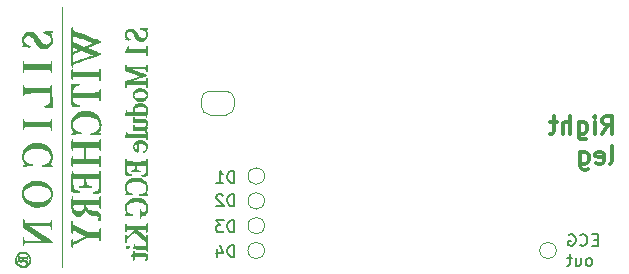
<source format=gbr>
%TF.GenerationSoftware,KiCad,Pcbnew,5.1.10-88a1d61d58~90~ubuntu20.04.1*%
%TF.CreationDate,2021-08-17T16:43:52+02:00*%
%TF.ProjectId,s1-ecg-demo,73312d65-6367-42d6-9465-6d6f2e6b6963,1*%
%TF.SameCoordinates,Original*%
%TF.FileFunction,Legend,Bot*%
%TF.FilePolarity,Positive*%
%FSLAX46Y46*%
G04 Gerber Fmt 4.6, Leading zero omitted, Abs format (unit mm)*
G04 Created by KiCad (PCBNEW 5.1.10-88a1d61d58~90~ubuntu20.04.1) date 2021-08-17 16:43:52*
%MOMM*%
%LPD*%
G01*
G04 APERTURE LIST*
%ADD10C,0.200000*%
%ADD11C,0.300000*%
%ADD12C,0.010000*%
%ADD13C,0.120000*%
G04 APERTURE END LIST*
D10*
X125531904Y-113352380D02*
X125531904Y-112352380D01*
X125293809Y-112352380D01*
X125150952Y-112400000D01*
X125055714Y-112495238D01*
X125008095Y-112590476D01*
X124960476Y-112780952D01*
X124960476Y-112923809D01*
X125008095Y-113114285D01*
X125055714Y-113209523D01*
X125150952Y-113304761D01*
X125293809Y-113352380D01*
X125531904Y-113352380D01*
X124103333Y-112685714D02*
X124103333Y-113352380D01*
X124341428Y-112304761D02*
X124579523Y-113019047D01*
X123960476Y-113019047D01*
X125531904Y-111252380D02*
X125531904Y-110252380D01*
X125293809Y-110252380D01*
X125150952Y-110300000D01*
X125055714Y-110395238D01*
X125008095Y-110490476D01*
X124960476Y-110680952D01*
X124960476Y-110823809D01*
X125008095Y-111014285D01*
X125055714Y-111109523D01*
X125150952Y-111204761D01*
X125293809Y-111252380D01*
X125531904Y-111252380D01*
X124627142Y-110252380D02*
X124008095Y-110252380D01*
X124341428Y-110633333D01*
X124198571Y-110633333D01*
X124103333Y-110680952D01*
X124055714Y-110728571D01*
X124008095Y-110823809D01*
X124008095Y-111061904D01*
X124055714Y-111157142D01*
X124103333Y-111204761D01*
X124198571Y-111252380D01*
X124484285Y-111252380D01*
X124579523Y-111204761D01*
X124627142Y-111157142D01*
X125531904Y-109052380D02*
X125531904Y-108052380D01*
X125293809Y-108052380D01*
X125150952Y-108100000D01*
X125055714Y-108195238D01*
X125008095Y-108290476D01*
X124960476Y-108480952D01*
X124960476Y-108623809D01*
X125008095Y-108814285D01*
X125055714Y-108909523D01*
X125150952Y-109004761D01*
X125293809Y-109052380D01*
X125531904Y-109052380D01*
X124579523Y-108147619D02*
X124531904Y-108100000D01*
X124436666Y-108052380D01*
X124198571Y-108052380D01*
X124103333Y-108100000D01*
X124055714Y-108147619D01*
X124008095Y-108242857D01*
X124008095Y-108338095D01*
X124055714Y-108480952D01*
X124627142Y-109052380D01*
X124008095Y-109052380D01*
X125531904Y-107052380D02*
X125531904Y-106052380D01*
X125293809Y-106052380D01*
X125150952Y-106100000D01*
X125055714Y-106195238D01*
X125008095Y-106290476D01*
X124960476Y-106480952D01*
X124960476Y-106623809D01*
X125008095Y-106814285D01*
X125055714Y-106909523D01*
X125150952Y-107004761D01*
X125293809Y-107052380D01*
X125531904Y-107052380D01*
X124008095Y-107052380D02*
X124579523Y-107052380D01*
X124293809Y-107052380D02*
X124293809Y-106052380D01*
X124389047Y-106195238D01*
X124484285Y-106290476D01*
X124579523Y-106338095D01*
X156296666Y-111878571D02*
X155963333Y-111878571D01*
X155820476Y-112402380D02*
X156296666Y-112402380D01*
X156296666Y-111402380D01*
X155820476Y-111402380D01*
X154820476Y-112307142D02*
X154868095Y-112354761D01*
X155010952Y-112402380D01*
X155106190Y-112402380D01*
X155249047Y-112354761D01*
X155344285Y-112259523D01*
X155391904Y-112164285D01*
X155439523Y-111973809D01*
X155439523Y-111830952D01*
X155391904Y-111640476D01*
X155344285Y-111545238D01*
X155249047Y-111450000D01*
X155106190Y-111402380D01*
X155010952Y-111402380D01*
X154868095Y-111450000D01*
X154820476Y-111497619D01*
X153868095Y-111450000D02*
X153963333Y-111402380D01*
X154106190Y-111402380D01*
X154249047Y-111450000D01*
X154344285Y-111545238D01*
X154391904Y-111640476D01*
X154439523Y-111830952D01*
X154439523Y-111973809D01*
X154391904Y-112164285D01*
X154344285Y-112259523D01*
X154249047Y-112354761D01*
X154106190Y-112402380D01*
X154010952Y-112402380D01*
X153868095Y-112354761D01*
X153820476Y-112307142D01*
X153820476Y-111973809D01*
X154010952Y-111973809D01*
X155630000Y-114102380D02*
X155725238Y-114054761D01*
X155772857Y-114007142D01*
X155820476Y-113911904D01*
X155820476Y-113626190D01*
X155772857Y-113530952D01*
X155725238Y-113483333D01*
X155630000Y-113435714D01*
X155487142Y-113435714D01*
X155391904Y-113483333D01*
X155344285Y-113530952D01*
X155296666Y-113626190D01*
X155296666Y-113911904D01*
X155344285Y-114007142D01*
X155391904Y-114054761D01*
X155487142Y-114102380D01*
X155630000Y-114102380D01*
X154439523Y-113435714D02*
X154439523Y-114102380D01*
X154868095Y-113435714D02*
X154868095Y-113959523D01*
X154820476Y-114054761D01*
X154725238Y-114102380D01*
X154582380Y-114102380D01*
X154487142Y-114054761D01*
X154439523Y-114007142D01*
X154106190Y-113435714D02*
X153725238Y-113435714D01*
X153963333Y-113102380D02*
X153963333Y-113959523D01*
X153915714Y-114054761D01*
X153820476Y-114102380D01*
X153725238Y-114102380D01*
D11*
X156690714Y-102903571D02*
X157190714Y-102189285D01*
X157547857Y-102903571D02*
X157547857Y-101403571D01*
X156976428Y-101403571D01*
X156833571Y-101475000D01*
X156762142Y-101546428D01*
X156690714Y-101689285D01*
X156690714Y-101903571D01*
X156762142Y-102046428D01*
X156833571Y-102117857D01*
X156976428Y-102189285D01*
X157547857Y-102189285D01*
X156047857Y-102903571D02*
X156047857Y-101903571D01*
X156047857Y-101403571D02*
X156119285Y-101475000D01*
X156047857Y-101546428D01*
X155976428Y-101475000D01*
X156047857Y-101403571D01*
X156047857Y-101546428D01*
X154690714Y-101903571D02*
X154690714Y-103117857D01*
X154762142Y-103260714D01*
X154833571Y-103332142D01*
X154976428Y-103403571D01*
X155190714Y-103403571D01*
X155333571Y-103332142D01*
X154690714Y-102832142D02*
X154833571Y-102903571D01*
X155119285Y-102903571D01*
X155262142Y-102832142D01*
X155333571Y-102760714D01*
X155405000Y-102617857D01*
X155405000Y-102189285D01*
X155333571Y-102046428D01*
X155262142Y-101975000D01*
X155119285Y-101903571D01*
X154833571Y-101903571D01*
X154690714Y-101975000D01*
X153976428Y-102903571D02*
X153976428Y-101403571D01*
X153333571Y-102903571D02*
X153333571Y-102117857D01*
X153405000Y-101975000D01*
X153547857Y-101903571D01*
X153762142Y-101903571D01*
X153905000Y-101975000D01*
X153976428Y-102046428D01*
X152833571Y-101903571D02*
X152262142Y-101903571D01*
X152619285Y-101403571D02*
X152619285Y-102689285D01*
X152547857Y-102832142D01*
X152405000Y-102903571D01*
X152262142Y-102903571D01*
X157333571Y-105453571D02*
X157476428Y-105382142D01*
X157547857Y-105239285D01*
X157547857Y-103953571D01*
X156190714Y-105382142D02*
X156333571Y-105453571D01*
X156619285Y-105453571D01*
X156762142Y-105382142D01*
X156833571Y-105239285D01*
X156833571Y-104667857D01*
X156762142Y-104525000D01*
X156619285Y-104453571D01*
X156333571Y-104453571D01*
X156190714Y-104525000D01*
X156119285Y-104667857D01*
X156119285Y-104810714D01*
X156833571Y-104953571D01*
X154833571Y-104453571D02*
X154833571Y-105667857D01*
X154905000Y-105810714D01*
X154976428Y-105882142D01*
X155119285Y-105953571D01*
X155333571Y-105953571D01*
X155476428Y-105882142D01*
X154833571Y-105382142D02*
X154976428Y-105453571D01*
X155262142Y-105453571D01*
X155405000Y-105382142D01*
X155476428Y-105310714D01*
X155547857Y-105167857D01*
X155547857Y-104739285D01*
X155476428Y-104596428D01*
X155405000Y-104525000D01*
X155262142Y-104453571D01*
X154976428Y-104453571D01*
X154833571Y-104525000D01*
D12*
%TO.C,FID2*%
G36*
X116291482Y-94923078D02*
G01*
X116336248Y-94930084D01*
X116400803Y-94935015D01*
X116476924Y-94937785D01*
X116556386Y-94938306D01*
X116630967Y-94936491D01*
X116692443Y-94932253D01*
X116732590Y-94925503D01*
X116743661Y-94919071D01*
X116731435Y-94904226D01*
X116693289Y-94884479D01*
X116651226Y-94868792D01*
X116554494Y-94824770D01*
X116467447Y-94762132D01*
X116400560Y-94689259D01*
X116376851Y-94649321D01*
X116352475Y-94566119D01*
X116349078Y-94474207D01*
X116366292Y-94388924D01*
X116384014Y-94351052D01*
X116433688Y-94297501D01*
X116505240Y-94253294D01*
X116584303Y-94226072D01*
X116628500Y-94221071D01*
X116718902Y-94229293D01*
X116798506Y-94257251D01*
X116871317Y-94308293D01*
X116941340Y-94385765D01*
X117012581Y-94493014D01*
X117063851Y-94584823D01*
X117152653Y-94739451D01*
X117238574Y-94860736D01*
X117324499Y-94951158D01*
X117413312Y-95013201D01*
X117507895Y-95049344D01*
X117611133Y-95062070D01*
X117618538Y-95062148D01*
X117753464Y-95045955D01*
X117873821Y-94996909D01*
X117978205Y-94915967D01*
X118065217Y-94804087D01*
X118105308Y-94729399D01*
X118143312Y-94608468D01*
X118153544Y-94472568D01*
X118136072Y-94330002D01*
X118101092Y-94213876D01*
X118072452Y-94137509D01*
X118058094Y-94087948D01*
X118058240Y-94058549D01*
X118073113Y-94042665D01*
X118102934Y-94033651D01*
X118107143Y-94032793D01*
X118149553Y-94014952D01*
X118161571Y-93991712D01*
X118156487Y-93974562D01*
X118135631Y-93967950D01*
X118090593Y-93970222D01*
X118066321Y-93972958D01*
X118006671Y-93977870D01*
X117923836Y-93981761D01*
X117830916Y-93984108D01*
X117776035Y-93984557D01*
X117687667Y-93985457D01*
X117629816Y-93988520D01*
X117596739Y-93994540D01*
X117582693Y-94004314D01*
X117581000Y-94011583D01*
X117596628Y-94034515D01*
X117630893Y-94049452D01*
X117762516Y-94082954D01*
X117863886Y-94119936D01*
X117941033Y-94163516D01*
X117999987Y-94216810D01*
X118029642Y-94255493D01*
X118078723Y-94356619D01*
X118100227Y-94467285D01*
X118093669Y-94577574D01*
X118058563Y-94677566D01*
X118050992Y-94690755D01*
X117995878Y-94748945D01*
X117916600Y-94790686D01*
X117822211Y-94814130D01*
X117721768Y-94817428D01*
X117624324Y-94798732D01*
X117589059Y-94785066D01*
X117527210Y-94747935D01*
X117467173Y-94691759D01*
X117405476Y-94612272D01*
X117338645Y-94505208D01*
X117290714Y-94418634D01*
X117212065Y-94283276D01*
X117136746Y-94179789D01*
X117061172Y-94104425D01*
X116981762Y-94053433D01*
X116918637Y-94029248D01*
X116784475Y-94008687D01*
X116649640Y-94023605D01*
X116555928Y-94055671D01*
X116484291Y-94100607D01*
X116412268Y-94167200D01*
X116350842Y-94243581D01*
X116310998Y-94317882D01*
X116309578Y-94321884D01*
X116290485Y-94418078D01*
X116289770Y-94531213D01*
X116306813Y-94647313D01*
X116327139Y-94717804D01*
X116350639Y-94785244D01*
X116361469Y-94826661D01*
X116359263Y-94850170D01*
X116343652Y-94863886D01*
X116320071Y-94873714D01*
X116286361Y-94894230D01*
X116274729Y-94914087D01*
X116291482Y-94923078D01*
G37*
X116291482Y-94923078D02*
X116336248Y-94930084D01*
X116400803Y-94935015D01*
X116476924Y-94937785D01*
X116556386Y-94938306D01*
X116630967Y-94936491D01*
X116692443Y-94932253D01*
X116732590Y-94925503D01*
X116743661Y-94919071D01*
X116731435Y-94904226D01*
X116693289Y-94884479D01*
X116651226Y-94868792D01*
X116554494Y-94824770D01*
X116467447Y-94762132D01*
X116400560Y-94689259D01*
X116376851Y-94649321D01*
X116352475Y-94566119D01*
X116349078Y-94474207D01*
X116366292Y-94388924D01*
X116384014Y-94351052D01*
X116433688Y-94297501D01*
X116505240Y-94253294D01*
X116584303Y-94226072D01*
X116628500Y-94221071D01*
X116718902Y-94229293D01*
X116798506Y-94257251D01*
X116871317Y-94308293D01*
X116941340Y-94385765D01*
X117012581Y-94493014D01*
X117063851Y-94584823D01*
X117152653Y-94739451D01*
X117238574Y-94860736D01*
X117324499Y-94951158D01*
X117413312Y-95013201D01*
X117507895Y-95049344D01*
X117611133Y-95062070D01*
X117618538Y-95062148D01*
X117753464Y-95045955D01*
X117873821Y-94996909D01*
X117978205Y-94915967D01*
X118065217Y-94804087D01*
X118105308Y-94729399D01*
X118143312Y-94608468D01*
X118153544Y-94472568D01*
X118136072Y-94330002D01*
X118101092Y-94213876D01*
X118072452Y-94137509D01*
X118058094Y-94087948D01*
X118058240Y-94058549D01*
X118073113Y-94042665D01*
X118102934Y-94033651D01*
X118107143Y-94032793D01*
X118149553Y-94014952D01*
X118161571Y-93991712D01*
X118156487Y-93974562D01*
X118135631Y-93967950D01*
X118090593Y-93970222D01*
X118066321Y-93972958D01*
X118006671Y-93977870D01*
X117923836Y-93981761D01*
X117830916Y-93984108D01*
X117776035Y-93984557D01*
X117687667Y-93985457D01*
X117629816Y-93988520D01*
X117596739Y-93994540D01*
X117582693Y-94004314D01*
X117581000Y-94011583D01*
X117596628Y-94034515D01*
X117630893Y-94049452D01*
X117762516Y-94082954D01*
X117863886Y-94119936D01*
X117941033Y-94163516D01*
X117999987Y-94216810D01*
X118029642Y-94255493D01*
X118078723Y-94356619D01*
X118100227Y-94467285D01*
X118093669Y-94577574D01*
X118058563Y-94677566D01*
X118050992Y-94690755D01*
X117995878Y-94748945D01*
X117916600Y-94790686D01*
X117822211Y-94814130D01*
X117721768Y-94817428D01*
X117624324Y-94798732D01*
X117589059Y-94785066D01*
X117527210Y-94747935D01*
X117467173Y-94691759D01*
X117405476Y-94612272D01*
X117338645Y-94505208D01*
X117290714Y-94418634D01*
X117212065Y-94283276D01*
X117136746Y-94179789D01*
X117061172Y-94104425D01*
X116981762Y-94053433D01*
X116918637Y-94029248D01*
X116784475Y-94008687D01*
X116649640Y-94023605D01*
X116555928Y-94055671D01*
X116484291Y-94100607D01*
X116412268Y-94167200D01*
X116350842Y-94243581D01*
X116310998Y-94317882D01*
X116309578Y-94321884D01*
X116290485Y-94418078D01*
X116289770Y-94531213D01*
X116306813Y-94647313D01*
X116327139Y-94717804D01*
X116350639Y-94785244D01*
X116361469Y-94826661D01*
X116359263Y-94850170D01*
X116343652Y-94863886D01*
X116320071Y-94873714D01*
X116286361Y-94894230D01*
X116274729Y-94914087D01*
X116291482Y-94923078D01*
G36*
X116973409Y-99756221D02*
G01*
X117022480Y-99878494D01*
X117103713Y-99984070D01*
X117216990Y-100072776D01*
X117287817Y-100111834D01*
X117347058Y-100138069D01*
X117401038Y-100153376D01*
X117463786Y-100160504D01*
X117544714Y-100162206D01*
X117677801Y-100155265D01*
X117786331Y-100131995D01*
X117879707Y-100088850D01*
X117967330Y-100022286D01*
X118001029Y-99990159D01*
X118089705Y-99879772D01*
X118142987Y-99761465D01*
X118160823Y-99635453D01*
X118143164Y-99501949D01*
X118127988Y-99451746D01*
X118066972Y-99327577D01*
X117979660Y-99224889D01*
X117870616Y-99146081D01*
X117744409Y-99093551D01*
X117605605Y-99069700D01*
X117587359Y-99070597D01*
X117587359Y-99318723D01*
X117706421Y-99324913D01*
X117812753Y-99339474D01*
X117895939Y-99362176D01*
X117907571Y-99367074D01*
X118009615Y-99429320D01*
X118080217Y-99509449D01*
X118119780Y-99607945D01*
X118123548Y-99627143D01*
X118120124Y-99648867D01*
X118109711Y-99691331D01*
X118106405Y-99703468D01*
X118067955Y-99775278D01*
X117997234Y-99833049D01*
X117895655Y-99876233D01*
X117764632Y-99904279D01*
X117605580Y-99916638D01*
X117556705Y-99917213D01*
X117387650Y-99910138D01*
X117250954Y-99888839D01*
X117145301Y-99852614D01*
X117069378Y-99800760D01*
X117021871Y-99732574D01*
X117001465Y-99647355D01*
X117000428Y-99619860D01*
X117017346Y-99531909D01*
X117067584Y-99457180D01*
X117150368Y-99396477D01*
X117257943Y-99352687D01*
X117352705Y-99332379D01*
X117465982Y-99321135D01*
X117587359Y-99318723D01*
X117587359Y-99070597D01*
X117458769Y-99076926D01*
X117425976Y-99082897D01*
X117280077Y-99128177D01*
X117158939Y-99197518D01*
X117064421Y-99288803D01*
X116998385Y-99399913D01*
X116962690Y-99528730D01*
X116956615Y-99617425D01*
X116973409Y-99756221D01*
G37*
X116973409Y-99756221D02*
X117022480Y-99878494D01*
X117103713Y-99984070D01*
X117216990Y-100072776D01*
X117287817Y-100111834D01*
X117347058Y-100138069D01*
X117401038Y-100153376D01*
X117463786Y-100160504D01*
X117544714Y-100162206D01*
X117677801Y-100155265D01*
X117786331Y-100131995D01*
X117879707Y-100088850D01*
X117967330Y-100022286D01*
X118001029Y-99990159D01*
X118089705Y-99879772D01*
X118142987Y-99761465D01*
X118160823Y-99635453D01*
X118143164Y-99501949D01*
X118127988Y-99451746D01*
X118066972Y-99327577D01*
X117979660Y-99224889D01*
X117870616Y-99146081D01*
X117744409Y-99093551D01*
X117605605Y-99069700D01*
X117587359Y-99070597D01*
X117587359Y-99318723D01*
X117706421Y-99324913D01*
X117812753Y-99339474D01*
X117895939Y-99362176D01*
X117907571Y-99367074D01*
X118009615Y-99429320D01*
X118080217Y-99509449D01*
X118119780Y-99607945D01*
X118123548Y-99627143D01*
X118120124Y-99648867D01*
X118109711Y-99691331D01*
X118106405Y-99703468D01*
X118067955Y-99775278D01*
X117997234Y-99833049D01*
X117895655Y-99876233D01*
X117764632Y-99904279D01*
X117605580Y-99916638D01*
X117556705Y-99917213D01*
X117387650Y-99910138D01*
X117250954Y-99888839D01*
X117145301Y-99852614D01*
X117069378Y-99800760D01*
X117021871Y-99732574D01*
X117001465Y-99647355D01*
X117000428Y-99619860D01*
X117017346Y-99531909D01*
X117067584Y-99457180D01*
X117150368Y-99396477D01*
X117257943Y-99352687D01*
X117352705Y-99332379D01*
X117465982Y-99321135D01*
X117587359Y-99318723D01*
X117587359Y-99070597D01*
X117458769Y-99076926D01*
X117425976Y-99082897D01*
X117280077Y-99128177D01*
X117158939Y-99197518D01*
X117064421Y-99288803D01*
X116998385Y-99399913D01*
X116962690Y-99528730D01*
X116956615Y-99617425D01*
X116973409Y-99756221D01*
G36*
X116284977Y-101316356D02*
G01*
X116304726Y-101319728D01*
X116357484Y-101322836D01*
X116439973Y-101325621D01*
X116548918Y-101328021D01*
X116681040Y-101329976D01*
X116833064Y-101331426D01*
X117001713Y-101332310D01*
X117162844Y-101332571D01*
X117365777Y-101332490D01*
X117535399Y-101332492D01*
X117674680Y-101332946D01*
X117786594Y-101334221D01*
X117874113Y-101336685D01*
X117940208Y-101340706D01*
X117987854Y-101346653D01*
X118020021Y-101354895D01*
X118039682Y-101365800D01*
X118049809Y-101379737D01*
X118053376Y-101397075D01*
X118053353Y-101418181D01*
X118052714Y-101442912D01*
X118058105Y-101480482D01*
X118070857Y-101495857D01*
X118081131Y-101479490D01*
X118088068Y-101437450D01*
X118089796Y-101400607D01*
X118095920Y-101328247D01*
X118110434Y-101256951D01*
X118118203Y-101232786D01*
X118143404Y-101165392D01*
X118155706Y-101125000D01*
X118155114Y-101104698D01*
X118141636Y-101097572D01*
X118118330Y-101096714D01*
X118083220Y-101095221D01*
X118070933Y-101092178D01*
X118078467Y-101074918D01*
X118097812Y-101035196D01*
X118116290Y-100998389D01*
X118151316Y-100902722D01*
X118158191Y-100803521D01*
X118137375Y-100691233D01*
X118131963Y-100672898D01*
X118086385Y-100579516D01*
X118012602Y-100492148D01*
X117918647Y-100418680D01*
X117824856Y-100371480D01*
X117694057Y-100337352D01*
X117553352Y-100327572D01*
X117504774Y-100332210D01*
X117504774Y-100571409D01*
X117648592Y-100572951D01*
X117785684Y-100591250D01*
X117906193Y-100626564D01*
X117943857Y-100643612D01*
X118010357Y-100687235D01*
X118065516Y-100741092D01*
X118095245Y-100788286D01*
X118102121Y-100838050D01*
X118095502Y-100903184D01*
X118078084Y-100966587D01*
X118062008Y-100999135D01*
X118037084Y-101030718D01*
X118005767Y-101054802D01*
X117963151Y-101072355D01*
X117904333Y-101084345D01*
X117824409Y-101091739D01*
X117718474Y-101095505D01*
X117581623Y-101096611D01*
X117567975Y-101096613D01*
X117455456Y-101095595D01*
X117351057Y-101092831D01*
X117261956Y-101088649D01*
X117195328Y-101083381D01*
X117159960Y-101077833D01*
X117091222Y-101042413D01*
X117044549Y-100985518D01*
X117020473Y-100914877D01*
X117019527Y-100838223D01*
X117042243Y-100763284D01*
X117089153Y-100697792D01*
X117131524Y-100664767D01*
X117236384Y-100617574D01*
X117364086Y-100586370D01*
X117504774Y-100571409D01*
X117504774Y-100332210D01*
X117412265Y-100341043D01*
X117280322Y-100376668D01*
X117167051Y-100433351D01*
X117143801Y-100449891D01*
X117061090Y-100531576D01*
X117000689Y-100629287D01*
X116964070Y-100735898D01*
X116952706Y-100844283D01*
X116968071Y-100947315D01*
X117011637Y-101037867D01*
X117019950Y-101048989D01*
X117057491Y-101096714D01*
X116758300Y-101096714D01*
X116656012Y-101096070D01*
X116565176Y-101094288D01*
X116492563Y-101091597D01*
X116444943Y-101088223D01*
X116430412Y-101085702D01*
X116410273Y-101063335D01*
X116402094Y-101013051D01*
X116401714Y-100993476D01*
X116397632Y-100938806D01*
X116387334Y-100916639D01*
X116373736Y-100924361D01*
X116359759Y-100959359D01*
X116348320Y-101019018D01*
X116345595Y-101043731D01*
X116334862Y-101118583D01*
X116318381Y-101190269D01*
X116304894Y-101230177D01*
X116288450Y-101277276D01*
X116283465Y-101310623D01*
X116284977Y-101316356D01*
G37*
X116284977Y-101316356D02*
X116304726Y-101319728D01*
X116357484Y-101322836D01*
X116439973Y-101325621D01*
X116548918Y-101328021D01*
X116681040Y-101329976D01*
X116833064Y-101331426D01*
X117001713Y-101332310D01*
X117162844Y-101332571D01*
X117365777Y-101332490D01*
X117535399Y-101332492D01*
X117674680Y-101332946D01*
X117786594Y-101334221D01*
X117874113Y-101336685D01*
X117940208Y-101340706D01*
X117987854Y-101346653D01*
X118020021Y-101354895D01*
X118039682Y-101365800D01*
X118049809Y-101379737D01*
X118053376Y-101397075D01*
X118053353Y-101418181D01*
X118052714Y-101442912D01*
X118058105Y-101480482D01*
X118070857Y-101495857D01*
X118081131Y-101479490D01*
X118088068Y-101437450D01*
X118089796Y-101400607D01*
X118095920Y-101328247D01*
X118110434Y-101256951D01*
X118118203Y-101232786D01*
X118143404Y-101165392D01*
X118155706Y-101125000D01*
X118155114Y-101104698D01*
X118141636Y-101097572D01*
X118118330Y-101096714D01*
X118083220Y-101095221D01*
X118070933Y-101092178D01*
X118078467Y-101074918D01*
X118097812Y-101035196D01*
X118116290Y-100998389D01*
X118151316Y-100902722D01*
X118158191Y-100803521D01*
X118137375Y-100691233D01*
X118131963Y-100672898D01*
X118086385Y-100579516D01*
X118012602Y-100492148D01*
X117918647Y-100418680D01*
X117824856Y-100371480D01*
X117694057Y-100337352D01*
X117553352Y-100327572D01*
X117504774Y-100332210D01*
X117504774Y-100571409D01*
X117648592Y-100572951D01*
X117785684Y-100591250D01*
X117906193Y-100626564D01*
X117943857Y-100643612D01*
X118010357Y-100687235D01*
X118065516Y-100741092D01*
X118095245Y-100788286D01*
X118102121Y-100838050D01*
X118095502Y-100903184D01*
X118078084Y-100966587D01*
X118062008Y-100999135D01*
X118037084Y-101030718D01*
X118005767Y-101054802D01*
X117963151Y-101072355D01*
X117904333Y-101084345D01*
X117824409Y-101091739D01*
X117718474Y-101095505D01*
X117581623Y-101096611D01*
X117567975Y-101096613D01*
X117455456Y-101095595D01*
X117351057Y-101092831D01*
X117261956Y-101088649D01*
X117195328Y-101083381D01*
X117159960Y-101077833D01*
X117091222Y-101042413D01*
X117044549Y-100985518D01*
X117020473Y-100914877D01*
X117019527Y-100838223D01*
X117042243Y-100763284D01*
X117089153Y-100697792D01*
X117131524Y-100664767D01*
X117236384Y-100617574D01*
X117364086Y-100586370D01*
X117504774Y-100571409D01*
X117504774Y-100332210D01*
X117412265Y-100341043D01*
X117280322Y-100376668D01*
X117167051Y-100433351D01*
X117143801Y-100449891D01*
X117061090Y-100531576D01*
X117000689Y-100629287D01*
X116964070Y-100735898D01*
X116952706Y-100844283D01*
X116968071Y-100947315D01*
X117011637Y-101037867D01*
X117019950Y-101048989D01*
X117057491Y-101096714D01*
X116758300Y-101096714D01*
X116656012Y-101096070D01*
X116565176Y-101094288D01*
X116492563Y-101091597D01*
X116444943Y-101088223D01*
X116430412Y-101085702D01*
X116410273Y-101063335D01*
X116402094Y-101013051D01*
X116401714Y-100993476D01*
X116397632Y-100938806D01*
X116387334Y-100916639D01*
X116373736Y-100924361D01*
X116359759Y-100959359D01*
X116348320Y-101019018D01*
X116345595Y-101043731D01*
X116334862Y-101118583D01*
X116318381Y-101190269D01*
X116304894Y-101230177D01*
X116288450Y-101277276D01*
X116283465Y-101310623D01*
X116284977Y-101316356D01*
G36*
X117979375Y-101922214D02*
G01*
X118028008Y-101970876D01*
X118060484Y-102012145D01*
X118073911Y-102059401D01*
X118075378Y-102103110D01*
X118061048Y-102193070D01*
X118019280Y-102261241D01*
X117957293Y-102307233D01*
X117932297Y-102318232D01*
X117899502Y-102326705D01*
X117853768Y-102333090D01*
X117789954Y-102337830D01*
X117702918Y-102341366D01*
X117587520Y-102344138D01*
X117511419Y-102345475D01*
X117394132Y-102346865D01*
X117287158Y-102347181D01*
X117196530Y-102346482D01*
X117128282Y-102344826D01*
X117088447Y-102342272D01*
X117082897Y-102341328D01*
X117056549Y-102328224D01*
X117040615Y-102299081D01*
X117029947Y-102244097D01*
X117029304Y-102239331D01*
X117018931Y-102181533D01*
X117008428Y-102157678D01*
X116998655Y-102165437D01*
X116990472Y-102202479D01*
X116984738Y-102266476D01*
X116982313Y-102355097D01*
X116982285Y-102366719D01*
X116982285Y-102564153D01*
X117481897Y-102569755D01*
X117634985Y-102571445D01*
X117755650Y-102573351D01*
X117847745Y-102576461D01*
X117915125Y-102581764D01*
X117961644Y-102590250D01*
X117991156Y-102602909D01*
X118007514Y-102620729D01*
X118014574Y-102644699D01*
X118016188Y-102675810D01*
X118016151Y-102706893D01*
X118021236Y-102760838D01*
X118033129Y-102781730D01*
X118047543Y-102768700D01*
X118060189Y-102720881D01*
X118060933Y-102715964D01*
X118070754Y-102661983D01*
X118086884Y-102586649D01*
X118106172Y-102503641D01*
X118125466Y-102426637D01*
X118138261Y-102380321D01*
X118138645Y-102360183D01*
X118118667Y-102350842D01*
X118070862Y-102348571D01*
X117994063Y-102348571D01*
X118058467Y-102277284D01*
X118123674Y-102179310D01*
X118156100Y-102067727D01*
X118155071Y-101945826D01*
X118140364Y-101876857D01*
X118101237Y-101796962D01*
X118038194Y-101732912D01*
X117963031Y-101695415D01*
X117926743Y-101690300D01*
X117860211Y-101685746D01*
X117769475Y-101681971D01*
X117660577Y-101679196D01*
X117539556Y-101677642D01*
X117468830Y-101677387D01*
X117333101Y-101677231D01*
X117229242Y-101676592D01*
X117152838Y-101675109D01*
X117099471Y-101672419D01*
X117064727Y-101668158D01*
X117044190Y-101661965D01*
X117033443Y-101653477D01*
X117028072Y-101642331D01*
X117027694Y-101641162D01*
X117023215Y-101603337D01*
X117027643Y-101586571D01*
X117032650Y-101558446D01*
X117025043Y-101526518D01*
X117010157Y-101505909D01*
X116999122Y-101505736D01*
X116992290Y-101527064D01*
X116986791Y-101576790D01*
X116983262Y-101647032D01*
X116982285Y-101713822D01*
X116982285Y-101911502D01*
X117979375Y-101922214D01*
G37*
X117979375Y-101922214D02*
X118028008Y-101970876D01*
X118060484Y-102012145D01*
X118073911Y-102059401D01*
X118075378Y-102103110D01*
X118061048Y-102193070D01*
X118019280Y-102261241D01*
X117957293Y-102307233D01*
X117932297Y-102318232D01*
X117899502Y-102326705D01*
X117853768Y-102333090D01*
X117789954Y-102337830D01*
X117702918Y-102341366D01*
X117587520Y-102344138D01*
X117511419Y-102345475D01*
X117394132Y-102346865D01*
X117287158Y-102347181D01*
X117196530Y-102346482D01*
X117128282Y-102344826D01*
X117088447Y-102342272D01*
X117082897Y-102341328D01*
X117056549Y-102328224D01*
X117040615Y-102299081D01*
X117029947Y-102244097D01*
X117029304Y-102239331D01*
X117018931Y-102181533D01*
X117008428Y-102157678D01*
X116998655Y-102165437D01*
X116990472Y-102202479D01*
X116984738Y-102266476D01*
X116982313Y-102355097D01*
X116982285Y-102366719D01*
X116982285Y-102564153D01*
X117481897Y-102569755D01*
X117634985Y-102571445D01*
X117755650Y-102573351D01*
X117847745Y-102576461D01*
X117915125Y-102581764D01*
X117961644Y-102590250D01*
X117991156Y-102602909D01*
X118007514Y-102620729D01*
X118014574Y-102644699D01*
X118016188Y-102675810D01*
X118016151Y-102706893D01*
X118021236Y-102760838D01*
X118033129Y-102781730D01*
X118047543Y-102768700D01*
X118060189Y-102720881D01*
X118060933Y-102715964D01*
X118070754Y-102661983D01*
X118086884Y-102586649D01*
X118106172Y-102503641D01*
X118125466Y-102426637D01*
X118138261Y-102380321D01*
X118138645Y-102360183D01*
X118118667Y-102350842D01*
X118070862Y-102348571D01*
X117994063Y-102348571D01*
X118058467Y-102277284D01*
X118123674Y-102179310D01*
X118156100Y-102067727D01*
X118155071Y-101945826D01*
X118140364Y-101876857D01*
X118101237Y-101796962D01*
X118038194Y-101732912D01*
X117963031Y-101695415D01*
X117926743Y-101690300D01*
X117860211Y-101685746D01*
X117769475Y-101681971D01*
X117660577Y-101679196D01*
X117539556Y-101677642D01*
X117468830Y-101677387D01*
X117333101Y-101677231D01*
X117229242Y-101676592D01*
X117152838Y-101675109D01*
X117099471Y-101672419D01*
X117064727Y-101668158D01*
X117044190Y-101661965D01*
X117033443Y-101653477D01*
X117028072Y-101642331D01*
X117027694Y-101641162D01*
X117023215Y-101603337D01*
X117027643Y-101586571D01*
X117032650Y-101558446D01*
X117025043Y-101526518D01*
X117010157Y-101505909D01*
X116999122Y-101505736D01*
X116992290Y-101527064D01*
X116986791Y-101576790D01*
X116983262Y-101647032D01*
X116982285Y-101713822D01*
X116982285Y-101911502D01*
X117979375Y-101922214D01*
G36*
X116969496Y-104120441D02*
G01*
X117014508Y-104230339D01*
X117086369Y-104324088D01*
X117124324Y-104356986D01*
X117182065Y-104393333D01*
X117243250Y-104419922D01*
X117297710Y-104433492D01*
X117335271Y-104430782D01*
X117341453Y-104426585D01*
X117346479Y-104404461D01*
X117350797Y-104353563D01*
X117353955Y-104281402D01*
X117355500Y-104195489D01*
X117355515Y-104193085D01*
X117356334Y-104090732D01*
X117357536Y-103986165D01*
X117358941Y-103893284D01*
X117360050Y-103838491D01*
X117363286Y-103704625D01*
X117560513Y-103712751D01*
X117655245Y-103717884D01*
X117724501Y-103725534D01*
X117779089Y-103737809D01*
X117829817Y-103756816D01*
X117860795Y-103771297D01*
X117956609Y-103831394D01*
X118019998Y-103904128D01*
X118053906Y-103994031D01*
X118061785Y-104080687D01*
X118054594Y-104170236D01*
X118029147Y-104238686D01*
X117979636Y-104296033D01*
X117906037Y-104348701D01*
X117846207Y-104389688D01*
X117819961Y-104417473D01*
X117827164Y-104432260D01*
X117850032Y-104435000D01*
X117896330Y-104421827D01*
X117954877Y-104387322D01*
X118015918Y-104339007D01*
X118069697Y-104284402D01*
X118100606Y-104241811D01*
X118141853Y-104138684D01*
X118157208Y-104021243D01*
X118145820Y-103901436D01*
X118129100Y-103842317D01*
X118074678Y-103725702D01*
X118000644Y-103632313D01*
X117901189Y-103556135D01*
X117804048Y-103505609D01*
X117745420Y-103483966D01*
X117681893Y-103472041D01*
X117600367Y-103467776D01*
X117562857Y-103467729D01*
X117401580Y-103482891D01*
X117293946Y-103516405D01*
X117293946Y-103727429D01*
X117299425Y-103744462D01*
X117303998Y-103791131D01*
X117307256Y-103860788D01*
X117308791Y-103946788D01*
X117308857Y-103969648D01*
X117308857Y-104211867D01*
X117219349Y-104197717D01*
X117121232Y-104173463D01*
X117054311Y-104134863D01*
X117015247Y-104078704D01*
X117000703Y-104001775D01*
X117000428Y-103987094D01*
X117017672Y-103905921D01*
X117066380Y-103834703D01*
X117142023Y-103778828D01*
X117194705Y-103756163D01*
X117246768Y-103739386D01*
X117284330Y-103729034D01*
X117293946Y-103727429D01*
X117293946Y-103516405D01*
X117263299Y-103525948D01*
X117147433Y-103597214D01*
X117053399Y-103697003D01*
X117009613Y-103766276D01*
X116965642Y-103881167D01*
X116952739Y-104001636D01*
X116969496Y-104120441D01*
G37*
X116969496Y-104120441D02*
X117014508Y-104230339D01*
X117086369Y-104324088D01*
X117124324Y-104356986D01*
X117182065Y-104393333D01*
X117243250Y-104419922D01*
X117297710Y-104433492D01*
X117335271Y-104430782D01*
X117341453Y-104426585D01*
X117346479Y-104404461D01*
X117350797Y-104353563D01*
X117353955Y-104281402D01*
X117355500Y-104195489D01*
X117355515Y-104193085D01*
X117356334Y-104090732D01*
X117357536Y-103986165D01*
X117358941Y-103893284D01*
X117360050Y-103838491D01*
X117363286Y-103704625D01*
X117560513Y-103712751D01*
X117655245Y-103717884D01*
X117724501Y-103725534D01*
X117779089Y-103737809D01*
X117829817Y-103756816D01*
X117860795Y-103771297D01*
X117956609Y-103831394D01*
X118019998Y-103904128D01*
X118053906Y-103994031D01*
X118061785Y-104080687D01*
X118054594Y-104170236D01*
X118029147Y-104238686D01*
X117979636Y-104296033D01*
X117906037Y-104348701D01*
X117846207Y-104389688D01*
X117819961Y-104417473D01*
X117827164Y-104432260D01*
X117850032Y-104435000D01*
X117896330Y-104421827D01*
X117954877Y-104387322D01*
X118015918Y-104339007D01*
X118069697Y-104284402D01*
X118100606Y-104241811D01*
X118141853Y-104138684D01*
X118157208Y-104021243D01*
X118145820Y-103901436D01*
X118129100Y-103842317D01*
X118074678Y-103725702D01*
X118000644Y-103632313D01*
X117901189Y-103556135D01*
X117804048Y-103505609D01*
X117745420Y-103483966D01*
X117681893Y-103472041D01*
X117600367Y-103467776D01*
X117562857Y-103467729D01*
X117401580Y-103482891D01*
X117293946Y-103516405D01*
X117293946Y-103727429D01*
X117299425Y-103744462D01*
X117303998Y-103791131D01*
X117307256Y-103860788D01*
X117308791Y-103946788D01*
X117308857Y-103969648D01*
X117308857Y-104211867D01*
X117219349Y-104197717D01*
X117121232Y-104173463D01*
X117054311Y-104134863D01*
X117015247Y-104078704D01*
X117000703Y-104001775D01*
X117000428Y-103987094D01*
X117017672Y-103905921D01*
X117066380Y-103834703D01*
X117142023Y-103778828D01*
X117194705Y-103756163D01*
X117246768Y-103739386D01*
X117284330Y-103729034D01*
X117293946Y-103727429D01*
X117293946Y-103516405D01*
X117263299Y-103525948D01*
X117147433Y-103597214D01*
X117053399Y-103697003D01*
X117009613Y-103766276D01*
X116965642Y-103881167D01*
X116952739Y-104001636D01*
X116969496Y-104120441D01*
G36*
X116286425Y-107547612D02*
G01*
X116322828Y-107706065D01*
X116358524Y-107793405D01*
X116387767Y-107857503D01*
X116409435Y-107910859D01*
X116419564Y-107943573D01*
X116419857Y-107946655D01*
X116405169Y-107971473D01*
X116369410Y-107997945D01*
X116365428Y-108000071D01*
X116328536Y-108023403D01*
X116311191Y-108042749D01*
X116311000Y-108044186D01*
X116327878Y-108048594D01*
X116373545Y-108051317D01*
X116440549Y-108052482D01*
X116521439Y-108052217D01*
X116608763Y-108050649D01*
X116695070Y-108047907D01*
X116772907Y-108044117D01*
X116834824Y-108039407D01*
X116870182Y-108034611D01*
X116902927Y-108021543D01*
X116901665Y-108004030D01*
X116868190Y-107983539D01*
X116804295Y-107961532D01*
X116769384Y-107952328D01*
X116630654Y-107909128D01*
X116522954Y-107854071D01*
X116442136Y-107784208D01*
X116384056Y-107696592D01*
X116371750Y-107669547D01*
X116354660Y-107601295D01*
X116347809Y-107512559D01*
X116350860Y-107417563D01*
X116363475Y-107330534D01*
X116381122Y-107274201D01*
X116440900Y-107184186D01*
X116533348Y-107102250D01*
X116655334Y-107030568D01*
X116803725Y-106971314D01*
X116828846Y-106963395D01*
X116902922Y-106947984D01*
X117003188Y-106937004D01*
X117119807Y-106930571D01*
X117242940Y-106928798D01*
X117362751Y-106931798D01*
X117469400Y-106939686D01*
X117553052Y-106952574D01*
X117562857Y-106954908D01*
X117726733Y-107009531D01*
X117862128Y-107082616D01*
X117967899Y-107172993D01*
X118042901Y-107279492D01*
X118085991Y-107400942D01*
X118096678Y-107501143D01*
X118083541Y-107637061D01*
X118040348Y-107753458D01*
X117966593Y-107850980D01*
X117861772Y-107930276D01*
X117725379Y-107991992D01*
X117709758Y-107997296D01*
X117639454Y-108019488D01*
X117580279Y-108036270D01*
X117542249Y-108044862D01*
X117536276Y-108045428D01*
X117511795Y-108058665D01*
X117508428Y-108070651D01*
X117514382Y-108079957D01*
X117535229Y-108086678D01*
X117575445Y-108091151D01*
X117639507Y-108093715D01*
X117731891Y-108094708D01*
X117825928Y-108094611D01*
X117944930Y-108093583D01*
X118031830Y-108091364D01*
X118090801Y-108087622D01*
X118126016Y-108082026D01*
X118141650Y-108074243D01*
X118143428Y-108069389D01*
X118135178Y-108047334D01*
X118129821Y-108045361D01*
X118106803Y-108036648D01*
X118066998Y-108015166D01*
X118056659Y-108008982D01*
X117997103Y-107972672D01*
X118043530Y-107904729D01*
X118104974Y-107785596D01*
X118143476Y-107646081D01*
X118157543Y-107495069D01*
X118145683Y-107341443D01*
X118141769Y-107319714D01*
X118104718Y-107198749D01*
X118043039Y-107074088D01*
X117964219Y-106958919D01*
X117892972Y-106881661D01*
X117765364Y-106778706D01*
X117634027Y-106704803D01*
X117491549Y-106657214D01*
X117330520Y-106633198D01*
X117209071Y-106628933D01*
X117048471Y-106636779D01*
X116909569Y-106661789D01*
X116780813Y-106706598D01*
X116703522Y-106744135D01*
X116566162Y-106836757D01*
X116453856Y-106952232D01*
X116368167Y-107085807D01*
X116310657Y-107232731D01*
X116282889Y-107388249D01*
X116286425Y-107547612D01*
G37*
X116286425Y-107547612D02*
X116322828Y-107706065D01*
X116358524Y-107793405D01*
X116387767Y-107857503D01*
X116409435Y-107910859D01*
X116419564Y-107943573D01*
X116419857Y-107946655D01*
X116405169Y-107971473D01*
X116369410Y-107997945D01*
X116365428Y-108000071D01*
X116328536Y-108023403D01*
X116311191Y-108042749D01*
X116311000Y-108044186D01*
X116327878Y-108048594D01*
X116373545Y-108051317D01*
X116440549Y-108052482D01*
X116521439Y-108052217D01*
X116608763Y-108050649D01*
X116695070Y-108047907D01*
X116772907Y-108044117D01*
X116834824Y-108039407D01*
X116870182Y-108034611D01*
X116902927Y-108021543D01*
X116901665Y-108004030D01*
X116868190Y-107983539D01*
X116804295Y-107961532D01*
X116769384Y-107952328D01*
X116630654Y-107909128D01*
X116522954Y-107854071D01*
X116442136Y-107784208D01*
X116384056Y-107696592D01*
X116371750Y-107669547D01*
X116354660Y-107601295D01*
X116347809Y-107512559D01*
X116350860Y-107417563D01*
X116363475Y-107330534D01*
X116381122Y-107274201D01*
X116440900Y-107184186D01*
X116533348Y-107102250D01*
X116655334Y-107030568D01*
X116803725Y-106971314D01*
X116828846Y-106963395D01*
X116902922Y-106947984D01*
X117003188Y-106937004D01*
X117119807Y-106930571D01*
X117242940Y-106928798D01*
X117362751Y-106931798D01*
X117469400Y-106939686D01*
X117553052Y-106952574D01*
X117562857Y-106954908D01*
X117726733Y-107009531D01*
X117862128Y-107082616D01*
X117967899Y-107172993D01*
X118042901Y-107279492D01*
X118085991Y-107400942D01*
X118096678Y-107501143D01*
X118083541Y-107637061D01*
X118040348Y-107753458D01*
X117966593Y-107850980D01*
X117861772Y-107930276D01*
X117725379Y-107991992D01*
X117709758Y-107997296D01*
X117639454Y-108019488D01*
X117580279Y-108036270D01*
X117542249Y-108044862D01*
X117536276Y-108045428D01*
X117511795Y-108058665D01*
X117508428Y-108070651D01*
X117514382Y-108079957D01*
X117535229Y-108086678D01*
X117575445Y-108091151D01*
X117639507Y-108093715D01*
X117731891Y-108094708D01*
X117825928Y-108094611D01*
X117944930Y-108093583D01*
X118031830Y-108091364D01*
X118090801Y-108087622D01*
X118126016Y-108082026D01*
X118141650Y-108074243D01*
X118143428Y-108069389D01*
X118135178Y-108047334D01*
X118129821Y-108045361D01*
X118106803Y-108036648D01*
X118066998Y-108015166D01*
X118056659Y-108008982D01*
X117997103Y-107972672D01*
X118043530Y-107904729D01*
X118104974Y-107785596D01*
X118143476Y-107646081D01*
X118157543Y-107495069D01*
X118145683Y-107341443D01*
X118141769Y-107319714D01*
X118104718Y-107198749D01*
X118043039Y-107074088D01*
X117964219Y-106958919D01*
X117892972Y-106881661D01*
X117765364Y-106778706D01*
X117634027Y-106704803D01*
X117491549Y-106657214D01*
X117330520Y-106633198D01*
X117209071Y-106628933D01*
X117048471Y-106636779D01*
X116909569Y-106661789D01*
X116780813Y-106706598D01*
X116703522Y-106744135D01*
X116566162Y-106836757D01*
X116453856Y-106952232D01*
X116368167Y-107085807D01*
X116310657Y-107232731D01*
X116282889Y-107388249D01*
X116286425Y-107547612D01*
G36*
X116294332Y-109320250D02*
G01*
X116333747Y-109462321D01*
X116356493Y-109522742D01*
X116385454Y-109603087D01*
X116396197Y-109658250D01*
X116388573Y-109694515D01*
X116362433Y-109718165D01*
X116351715Y-109723409D01*
X116320436Y-109744386D01*
X116311000Y-109761278D01*
X116327883Y-109767818D01*
X116373651Y-109772114D01*
X116440986Y-109774328D01*
X116522566Y-109774624D01*
X116611072Y-109773167D01*
X116699184Y-109770119D01*
X116779582Y-109765646D01*
X116844946Y-109759909D01*
X116887956Y-109753074D01*
X116900491Y-109748089D01*
X116905480Y-109727548D01*
X116881575Y-109709694D01*
X116836141Y-109698535D01*
X116806073Y-109696706D01*
X116718754Y-109683188D01*
X116622315Y-109647469D01*
X116530303Y-109595688D01*
X116463570Y-109541525D01*
X116387132Y-109440985D01*
X116343530Y-109326367D01*
X116333313Y-109200152D01*
X116357033Y-109064822D01*
X116357571Y-109062998D01*
X116410345Y-108947478D01*
X116494212Y-108848357D01*
X116607434Y-108766586D01*
X116748273Y-108703113D01*
X116914991Y-108658889D01*
X117105849Y-108634862D01*
X117145571Y-108632619D01*
X117355783Y-108634008D01*
X117543847Y-108658012D01*
X117708076Y-108703989D01*
X117846781Y-108771299D01*
X117958275Y-108859301D01*
X118040871Y-108967355D01*
X118044569Y-108973916D01*
X118072634Y-109029384D01*
X118088793Y-109078633D01*
X118096153Y-109135762D01*
X118097819Y-109214871D01*
X118097818Y-109215643D01*
X118090083Y-109332742D01*
X118065112Y-109419798D01*
X118019556Y-109480289D01*
X117950066Y-109517696D01*
X117853293Y-109535497D01*
X117787363Y-109538191D01*
X117702639Y-109535902D01*
X117647702Y-109524556D01*
X117616305Y-109499397D01*
X117602206Y-109455669D01*
X117599143Y-109394850D01*
X117596661Y-109335654D01*
X117587892Y-109305473D01*
X117571545Y-109297286D01*
X117562057Y-109301312D01*
X117555168Y-109316392D01*
X117550592Y-109347031D01*
X117548045Y-109397732D01*
X117547240Y-109473000D01*
X117547895Y-109577338D01*
X117548866Y-109655607D01*
X117551574Y-109787570D01*
X117555608Y-109890749D01*
X117560837Y-109963109D01*
X117567127Y-110002610D01*
X117571928Y-110009667D01*
X117583658Y-109990717D01*
X117592954Y-109947390D01*
X117595767Y-109919414D01*
X117603033Y-109863254D01*
X117614806Y-109820813D01*
X117620667Y-109810282D01*
X117651481Y-109796779D01*
X117717018Y-109789119D01*
X117798367Y-109787143D01*
X117956862Y-109787143D01*
X118019574Y-109691893D01*
X118060219Y-109624536D01*
X118097257Y-109553844D01*
X118114555Y-109515000D01*
X118136567Y-109433412D01*
X118150186Y-109328599D01*
X118154948Y-109212745D01*
X118150390Y-109098033D01*
X118136046Y-108996647D01*
X118134564Y-108989924D01*
X118079147Y-108820386D01*
X117995803Y-108673367D01*
X117885976Y-108550394D01*
X117751109Y-108452993D01*
X117592648Y-108382693D01*
X117547335Y-108368924D01*
X117440933Y-108348498D01*
X117313170Y-108337874D01*
X117177659Y-108337181D01*
X117048009Y-108346546D01*
X116949176Y-108363303D01*
X116776963Y-108420790D01*
X116626794Y-108505732D01*
X116500738Y-108615955D01*
X116400862Y-108749285D01*
X116329237Y-108903546D01*
X116291235Y-109054782D01*
X116280626Y-109187741D01*
X116294332Y-109320250D01*
G37*
X116294332Y-109320250D02*
X116333747Y-109462321D01*
X116356493Y-109522742D01*
X116385454Y-109603087D01*
X116396197Y-109658250D01*
X116388573Y-109694515D01*
X116362433Y-109718165D01*
X116351715Y-109723409D01*
X116320436Y-109744386D01*
X116311000Y-109761278D01*
X116327883Y-109767818D01*
X116373651Y-109772114D01*
X116440986Y-109774328D01*
X116522566Y-109774624D01*
X116611072Y-109773167D01*
X116699184Y-109770119D01*
X116779582Y-109765646D01*
X116844946Y-109759909D01*
X116887956Y-109753074D01*
X116900491Y-109748089D01*
X116905480Y-109727548D01*
X116881575Y-109709694D01*
X116836141Y-109698535D01*
X116806073Y-109696706D01*
X116718754Y-109683188D01*
X116622315Y-109647469D01*
X116530303Y-109595688D01*
X116463570Y-109541525D01*
X116387132Y-109440985D01*
X116343530Y-109326367D01*
X116333313Y-109200152D01*
X116357033Y-109064822D01*
X116357571Y-109062998D01*
X116410345Y-108947478D01*
X116494212Y-108848357D01*
X116607434Y-108766586D01*
X116748273Y-108703113D01*
X116914991Y-108658889D01*
X117105849Y-108634862D01*
X117145571Y-108632619D01*
X117355783Y-108634008D01*
X117543847Y-108658012D01*
X117708076Y-108703989D01*
X117846781Y-108771299D01*
X117958275Y-108859301D01*
X118040871Y-108967355D01*
X118044569Y-108973916D01*
X118072634Y-109029384D01*
X118088793Y-109078633D01*
X118096153Y-109135762D01*
X118097819Y-109214871D01*
X118097818Y-109215643D01*
X118090083Y-109332742D01*
X118065112Y-109419798D01*
X118019556Y-109480289D01*
X117950066Y-109517696D01*
X117853293Y-109535497D01*
X117787363Y-109538191D01*
X117702639Y-109535902D01*
X117647702Y-109524556D01*
X117616305Y-109499397D01*
X117602206Y-109455669D01*
X117599143Y-109394850D01*
X117596661Y-109335654D01*
X117587892Y-109305473D01*
X117571545Y-109297286D01*
X117562057Y-109301312D01*
X117555168Y-109316392D01*
X117550592Y-109347031D01*
X117548045Y-109397732D01*
X117547240Y-109473000D01*
X117547895Y-109577338D01*
X117548866Y-109655607D01*
X117551574Y-109787570D01*
X117555608Y-109890749D01*
X117560837Y-109963109D01*
X117567127Y-110002610D01*
X117571928Y-110009667D01*
X117583658Y-109990717D01*
X117592954Y-109947390D01*
X117595767Y-109919414D01*
X117603033Y-109863254D01*
X117614806Y-109820813D01*
X117620667Y-109810282D01*
X117651481Y-109796779D01*
X117717018Y-109789119D01*
X117798367Y-109787143D01*
X117956862Y-109787143D01*
X118019574Y-109691893D01*
X118060219Y-109624536D01*
X118097257Y-109553844D01*
X118114555Y-109515000D01*
X118136567Y-109433412D01*
X118150186Y-109328599D01*
X118154948Y-109212745D01*
X118150390Y-109098033D01*
X118136046Y-108996647D01*
X118134564Y-108989924D01*
X118079147Y-108820386D01*
X117995803Y-108673367D01*
X117885976Y-108550394D01*
X117751109Y-108452993D01*
X117592648Y-108382693D01*
X117547335Y-108368924D01*
X117440933Y-108348498D01*
X117313170Y-108337874D01*
X117177659Y-108337181D01*
X117048009Y-108346546D01*
X116949176Y-108363303D01*
X116776963Y-108420790D01*
X116626794Y-108505732D01*
X116500738Y-108615955D01*
X116400862Y-108749285D01*
X116329237Y-108903546D01*
X116291235Y-109054782D01*
X116280626Y-109187741D01*
X116294332Y-109320250D01*
G36*
X116780852Y-113248209D02*
G01*
X116822269Y-113252036D01*
X116850750Y-113252706D01*
X116914809Y-113255314D01*
X116954464Y-113267227D01*
X116975190Y-113295332D01*
X116982466Y-113346520D01*
X116982045Y-113417837D01*
X116980162Y-113498682D01*
X116980541Y-113548229D01*
X116984213Y-113571446D01*
X116992210Y-113573300D01*
X117005562Y-113558758D01*
X117010077Y-113552854D01*
X117027515Y-113507204D01*
X117035872Y-113427830D01*
X117036714Y-113382464D01*
X117036714Y-113247292D01*
X117503893Y-113256967D01*
X117631800Y-113260058D01*
X117748692Y-113263720D01*
X117849365Y-113267725D01*
X117928612Y-113271840D01*
X117981229Y-113275837D01*
X118001160Y-113278982D01*
X118029438Y-113303785D01*
X118052600Y-113342868D01*
X118063450Y-113381262D01*
X118058686Y-113419657D01*
X118036570Y-113473100D01*
X118009307Y-113527104D01*
X117984369Y-113571068D01*
X117976700Y-113582665D01*
X117964638Y-113613333D01*
X117968986Y-113628023D01*
X117987909Y-113623655D01*
X118021432Y-113597308D01*
X118051243Y-113566756D01*
X118120135Y-113464647D01*
X118155364Y-113353045D01*
X118155964Y-113236459D01*
X118137869Y-113161714D01*
X118123829Y-113126518D01*
X118105689Y-113098478D01*
X118079475Y-113076788D01*
X118041212Y-113060638D01*
X117986925Y-113049223D01*
X117912639Y-113041733D01*
X117814380Y-113037363D01*
X117688173Y-113035303D01*
X117530043Y-113034746D01*
X117512964Y-113034742D01*
X117036714Y-113034714D01*
X117036714Y-112954142D01*
X117032285Y-112903881D01*
X117021420Y-112868637D01*
X117007755Y-112855052D01*
X116994925Y-112869769D01*
X116993301Y-112874814D01*
X116984545Y-112906096D01*
X116970651Y-112956585D01*
X116964688Y-112978415D01*
X116930982Y-113053303D01*
X116868155Y-113130680D01*
X116853759Y-113145058D01*
X116809154Y-113189888D01*
X116777171Y-113224671D01*
X116764579Y-113242036D01*
X116764571Y-113242179D01*
X116780852Y-113248209D01*
G37*
X116780852Y-113248209D02*
X116822269Y-113252036D01*
X116850750Y-113252706D01*
X116914809Y-113255314D01*
X116954464Y-113267227D01*
X116975190Y-113295332D01*
X116982466Y-113346520D01*
X116982045Y-113417837D01*
X116980162Y-113498682D01*
X116980541Y-113548229D01*
X116984213Y-113571446D01*
X116992210Y-113573300D01*
X117005562Y-113558758D01*
X117010077Y-113552854D01*
X117027515Y-113507204D01*
X117035872Y-113427830D01*
X117036714Y-113382464D01*
X117036714Y-113247292D01*
X117503893Y-113256967D01*
X117631800Y-113260058D01*
X117748692Y-113263720D01*
X117849365Y-113267725D01*
X117928612Y-113271840D01*
X117981229Y-113275837D01*
X118001160Y-113278982D01*
X118029438Y-113303785D01*
X118052600Y-113342868D01*
X118063450Y-113381262D01*
X118058686Y-113419657D01*
X118036570Y-113473100D01*
X118009307Y-113527104D01*
X117984369Y-113571068D01*
X117976700Y-113582665D01*
X117964638Y-113613333D01*
X117968986Y-113628023D01*
X117987909Y-113623655D01*
X118021432Y-113597308D01*
X118051243Y-113566756D01*
X118120135Y-113464647D01*
X118155364Y-113353045D01*
X118155964Y-113236459D01*
X118137869Y-113161714D01*
X118123829Y-113126518D01*
X118105689Y-113098478D01*
X118079475Y-113076788D01*
X118041212Y-113060638D01*
X117986925Y-113049223D01*
X117912639Y-113041733D01*
X117814380Y-113037363D01*
X117688173Y-113035303D01*
X117530043Y-113034746D01*
X117512964Y-113034742D01*
X117036714Y-113034714D01*
X117036714Y-112954142D01*
X117032285Y-112903881D01*
X117021420Y-112868637D01*
X117007755Y-112855052D01*
X116994925Y-112869769D01*
X116993301Y-112874814D01*
X116984545Y-112906096D01*
X116970651Y-112956585D01*
X116964688Y-112978415D01*
X116930982Y-113053303D01*
X116868155Y-113130680D01*
X116853759Y-113145058D01*
X116809154Y-113189888D01*
X116777171Y-113224671D01*
X116764579Y-113242036D01*
X116764571Y-113242179D01*
X116780852Y-113248209D01*
G36*
X116285065Y-103163268D02*
G01*
X116304809Y-103165582D01*
X116357317Y-103168091D01*
X116439071Y-103170716D01*
X116546549Y-103173381D01*
X116676232Y-103176009D01*
X116824599Y-103178521D01*
X116988131Y-103180840D01*
X117163308Y-103182889D01*
X117187892Y-103183143D01*
X118079928Y-103192214D01*
X118085458Y-103278393D01*
X118091923Y-103328652D01*
X118102158Y-103359707D01*
X118108137Y-103364571D01*
X118114818Y-103347357D01*
X118120159Y-103299401D01*
X118123772Y-103226235D01*
X118125267Y-103133393D01*
X118125285Y-103121127D01*
X118125975Y-103029123D01*
X118127863Y-102949115D01*
X118130677Y-102888676D01*
X118134146Y-102855379D01*
X118134921Y-102852572D01*
X118136344Y-102822533D01*
X118131897Y-102814802D01*
X118108944Y-102802794D01*
X118093994Y-102822846D01*
X118085685Y-102876850D01*
X118085507Y-102879250D01*
X118079928Y-102956357D01*
X116421860Y-102965793D01*
X116416323Y-102883694D01*
X116408054Y-102825538D01*
X116395213Y-102802545D01*
X116380400Y-102814309D01*
X116366212Y-102860423D01*
X116360704Y-102892402D01*
X116344752Y-102967834D01*
X116320848Y-103044795D01*
X116310592Y-103070363D01*
X116291644Y-103119676D01*
X116283587Y-103154418D01*
X116285065Y-103163268D01*
G37*
X116285065Y-103163268D02*
X116304809Y-103165582D01*
X116357317Y-103168091D01*
X116439071Y-103170716D01*
X116546549Y-103173381D01*
X116676232Y-103176009D01*
X116824599Y-103178521D01*
X116988131Y-103180840D01*
X117163308Y-103182889D01*
X117187892Y-103183143D01*
X118079928Y-103192214D01*
X118085458Y-103278393D01*
X118091923Y-103328652D01*
X118102158Y-103359707D01*
X118108137Y-103364571D01*
X118114818Y-103347357D01*
X118120159Y-103299401D01*
X118123772Y-103226235D01*
X118125267Y-103133393D01*
X118125285Y-103121127D01*
X118125975Y-103029123D01*
X118127863Y-102949115D01*
X118130677Y-102888676D01*
X118134146Y-102855379D01*
X118134921Y-102852572D01*
X118136344Y-102822533D01*
X118131897Y-102814802D01*
X118108944Y-102802794D01*
X118093994Y-102822846D01*
X118085685Y-102876850D01*
X118085507Y-102879250D01*
X118079928Y-102956357D01*
X116421860Y-102965793D01*
X116416323Y-102883694D01*
X116408054Y-102825538D01*
X116395213Y-102802545D01*
X116380400Y-102814309D01*
X116366212Y-102860423D01*
X116360704Y-102892402D01*
X116344752Y-102967834D01*
X116320848Y-103044795D01*
X116310592Y-103070363D01*
X116291644Y-103119676D01*
X116283587Y-103154418D01*
X116285065Y-103163268D01*
G36*
X116307615Y-106365572D02*
G01*
X116337201Y-106373917D01*
X116393360Y-106380804D01*
X116422927Y-106383621D01*
X116510527Y-106391781D01*
X116603594Y-106400526D01*
X116669321Y-106406758D01*
X116732044Y-106411428D01*
X116766621Y-106409458D01*
X116780787Y-106399606D01*
X116782714Y-106388562D01*
X116764888Y-106363209D01*
X116712289Y-106342406D01*
X116705607Y-106340715D01*
X116610676Y-106309459D01*
X116523829Y-106266259D01*
X116455996Y-106217133D01*
X116430214Y-106189040D01*
X116416031Y-106166530D01*
X116405662Y-106139449D01*
X116398342Y-106101679D01*
X116393308Y-106047103D01*
X116389793Y-105969602D01*
X116387033Y-105863060D01*
X116386546Y-105839790D01*
X116380449Y-105541714D01*
X117127428Y-105541714D01*
X117127428Y-105693221D01*
X117124427Y-105803456D01*
X117112687Y-105883658D01*
X117088107Y-105939780D01*
X117046584Y-105977778D01*
X116984017Y-106003606D01*
X116900643Y-106022424D01*
X116833894Y-106038644D01*
X116797499Y-106056540D01*
X116791786Y-106066842D01*
X116798346Y-106075205D01*
X116820650Y-106081607D01*
X116862633Y-106086314D01*
X116928232Y-106089596D01*
X117021383Y-106091721D01*
X117146020Y-106092956D01*
X117177779Y-106093134D01*
X117307464Y-106093468D01*
X117405048Y-106092817D01*
X117474708Y-106090915D01*
X117520623Y-106087497D01*
X117546969Y-106082297D01*
X117557925Y-106075049D01*
X117558735Y-106068917D01*
X117537292Y-106049836D01*
X117481800Y-106031289D01*
X117426741Y-106019589D01*
X117351478Y-106002966D01*
X117300714Y-105983003D01*
X117262710Y-105954493D01*
X117249893Y-105941135D01*
X117226520Y-105912879D01*
X117211867Y-105884912D01*
X117203912Y-105848016D01*
X117200630Y-105792976D01*
X117200000Y-105713785D01*
X117200000Y-105541714D01*
X118076522Y-105541714D01*
X118064123Y-105871993D01*
X118058277Y-106005504D01*
X118051043Y-106107899D01*
X118040899Y-106184351D01*
X118026321Y-106240028D01*
X118005784Y-106280102D01*
X117977766Y-106309743D01*
X117940741Y-106334122D01*
X117925523Y-106342290D01*
X117869379Y-106364327D01*
X117798353Y-106383148D01*
X117762237Y-106389667D01*
X117698254Y-106402744D01*
X117667063Y-106419460D01*
X117662643Y-106430964D01*
X117663551Y-106441304D01*
X117669613Y-106448688D01*
X117685836Y-106453457D01*
X117717223Y-106455952D01*
X117768782Y-106456513D01*
X117845519Y-106455481D01*
X117952438Y-106453197D01*
X117980143Y-106452568D01*
X118143428Y-106448857D01*
X118139187Y-106262893D01*
X118137860Y-106194110D01*
X118136307Y-106096107D01*
X118134622Y-105975950D01*
X118132900Y-105840702D01*
X118131235Y-105697429D01*
X118129833Y-105564393D01*
X118127293Y-105390102D01*
X118123513Y-105251901D01*
X118118495Y-105149817D01*
X118112243Y-105083874D01*
X118104759Y-105054102D01*
X118096048Y-105060524D01*
X118086113Y-105103170D01*
X118079435Y-105147107D01*
X118068486Y-105203324D01*
X118054526Y-105243879D01*
X118045983Y-105255686D01*
X118023561Y-105258753D01*
X117969352Y-105261408D01*
X117887851Y-105263653D01*
X117783555Y-105265488D01*
X117660958Y-105266914D01*
X117524558Y-105267931D01*
X117378849Y-105268542D01*
X117228327Y-105268745D01*
X117077489Y-105268543D01*
X116930830Y-105267936D01*
X116792846Y-105266925D01*
X116668033Y-105265510D01*
X116560887Y-105263693D01*
X116475903Y-105261475D01*
X116417578Y-105258855D01*
X116390407Y-105255835D01*
X116389357Y-105255388D01*
X116375032Y-105230240D01*
X116364398Y-105183160D01*
X116362143Y-105161826D01*
X116353938Y-105111742D01*
X116340069Y-105079490D01*
X116333678Y-105074434D01*
X116327324Y-105079561D01*
X116322189Y-105101501D01*
X116318160Y-105143183D01*
X116315129Y-105207536D01*
X116312983Y-105297491D01*
X116311613Y-105415977D01*
X116310907Y-105565925D01*
X116310752Y-105680809D01*
X116310397Y-105828028D01*
X116309501Y-105964838D01*
X116308138Y-106086707D01*
X116306381Y-106189105D01*
X116304304Y-106267501D01*
X116301979Y-106317365D01*
X116300215Y-106332976D01*
X116297615Y-106352886D01*
X116307615Y-106365572D01*
G37*
X116307615Y-106365572D02*
X116337201Y-106373917D01*
X116393360Y-106380804D01*
X116422927Y-106383621D01*
X116510527Y-106391781D01*
X116603594Y-106400526D01*
X116669321Y-106406758D01*
X116732044Y-106411428D01*
X116766621Y-106409458D01*
X116780787Y-106399606D01*
X116782714Y-106388562D01*
X116764888Y-106363209D01*
X116712289Y-106342406D01*
X116705607Y-106340715D01*
X116610676Y-106309459D01*
X116523829Y-106266259D01*
X116455996Y-106217133D01*
X116430214Y-106189040D01*
X116416031Y-106166530D01*
X116405662Y-106139449D01*
X116398342Y-106101679D01*
X116393308Y-106047103D01*
X116389793Y-105969602D01*
X116387033Y-105863060D01*
X116386546Y-105839790D01*
X116380449Y-105541714D01*
X117127428Y-105541714D01*
X117127428Y-105693221D01*
X117124427Y-105803456D01*
X117112687Y-105883658D01*
X117088107Y-105939780D01*
X117046584Y-105977778D01*
X116984017Y-106003606D01*
X116900643Y-106022424D01*
X116833894Y-106038644D01*
X116797499Y-106056540D01*
X116791786Y-106066842D01*
X116798346Y-106075205D01*
X116820650Y-106081607D01*
X116862633Y-106086314D01*
X116928232Y-106089596D01*
X117021383Y-106091721D01*
X117146020Y-106092956D01*
X117177779Y-106093134D01*
X117307464Y-106093468D01*
X117405048Y-106092817D01*
X117474708Y-106090915D01*
X117520623Y-106087497D01*
X117546969Y-106082297D01*
X117557925Y-106075049D01*
X117558735Y-106068917D01*
X117537292Y-106049836D01*
X117481800Y-106031289D01*
X117426741Y-106019589D01*
X117351478Y-106002966D01*
X117300714Y-105983003D01*
X117262710Y-105954493D01*
X117249893Y-105941135D01*
X117226520Y-105912879D01*
X117211867Y-105884912D01*
X117203912Y-105848016D01*
X117200630Y-105792976D01*
X117200000Y-105713785D01*
X117200000Y-105541714D01*
X118076522Y-105541714D01*
X118064123Y-105871993D01*
X118058277Y-106005504D01*
X118051043Y-106107899D01*
X118040899Y-106184351D01*
X118026321Y-106240028D01*
X118005784Y-106280102D01*
X117977766Y-106309743D01*
X117940741Y-106334122D01*
X117925523Y-106342290D01*
X117869379Y-106364327D01*
X117798353Y-106383148D01*
X117762237Y-106389667D01*
X117698254Y-106402744D01*
X117667063Y-106419460D01*
X117662643Y-106430964D01*
X117663551Y-106441304D01*
X117669613Y-106448688D01*
X117685836Y-106453457D01*
X117717223Y-106455952D01*
X117768782Y-106456513D01*
X117845519Y-106455481D01*
X117952438Y-106453197D01*
X117980143Y-106452568D01*
X118143428Y-106448857D01*
X118139187Y-106262893D01*
X118137860Y-106194110D01*
X118136307Y-106096107D01*
X118134622Y-105975950D01*
X118132900Y-105840702D01*
X118131235Y-105697429D01*
X118129833Y-105564393D01*
X118127293Y-105390102D01*
X118123513Y-105251901D01*
X118118495Y-105149817D01*
X118112243Y-105083874D01*
X118104759Y-105054102D01*
X118096048Y-105060524D01*
X118086113Y-105103170D01*
X118079435Y-105147107D01*
X118068486Y-105203324D01*
X118054526Y-105243879D01*
X118045983Y-105255686D01*
X118023561Y-105258753D01*
X117969352Y-105261408D01*
X117887851Y-105263653D01*
X117783555Y-105265488D01*
X117660958Y-105266914D01*
X117524558Y-105267931D01*
X117378849Y-105268542D01*
X117228327Y-105268745D01*
X117077489Y-105268543D01*
X116930830Y-105267936D01*
X116792846Y-105266925D01*
X116668033Y-105265510D01*
X116560887Y-105263693D01*
X116475903Y-105261475D01*
X116417578Y-105258855D01*
X116390407Y-105255835D01*
X116389357Y-105255388D01*
X116375032Y-105230240D01*
X116364398Y-105183160D01*
X116362143Y-105161826D01*
X116353938Y-105111742D01*
X116340069Y-105079490D01*
X116333678Y-105074434D01*
X116327324Y-105079561D01*
X116322189Y-105101501D01*
X116318160Y-105143183D01*
X116315129Y-105207536D01*
X116312983Y-105297491D01*
X116311613Y-105415977D01*
X116310907Y-105565925D01*
X116310752Y-105680809D01*
X116310397Y-105828028D01*
X116309501Y-105964838D01*
X116308138Y-106086707D01*
X116306381Y-106189105D01*
X116304304Y-106267501D01*
X116301979Y-106317365D01*
X116300215Y-106332976D01*
X116297615Y-106352886D01*
X116307615Y-106365572D01*
G36*
X116312402Y-111905567D02*
G01*
X116316587Y-111994497D01*
X116323521Y-112048101D01*
X116331171Y-112065325D01*
X116355995Y-112065347D01*
X116373321Y-112032014D01*
X116382253Y-111967652D01*
X116383293Y-111930083D01*
X116383571Y-111832380D01*
X116712737Y-111512797D01*
X116802964Y-111425714D01*
X116884851Y-111347664D01*
X116954758Y-111282038D01*
X117009047Y-111232224D01*
X117044077Y-111201611D01*
X117055913Y-111193214D01*
X117073487Y-111204777D01*
X117112956Y-111236717D01*
X117169448Y-111284909D01*
X117238095Y-111345228D01*
X117284640Y-111386923D01*
X117374759Y-111467117D01*
X117482309Y-111561090D01*
X117596644Y-111659637D01*
X117707115Y-111753554D01*
X117762428Y-111799949D01*
X117846621Y-111870850D01*
X117921961Y-111935634D01*
X117983638Y-111990059D01*
X118026844Y-112029882D01*
X118046689Y-112050741D01*
X118058580Y-112083555D01*
X118070280Y-112140894D01*
X118079463Y-112211062D01*
X118080277Y-112219688D01*
X118085056Y-112273807D01*
X118086469Y-112317771D01*
X118081227Y-112352487D01*
X118066042Y-112378859D01*
X118037624Y-112397793D01*
X117992685Y-112410194D01*
X117927937Y-112416969D01*
X117840091Y-112419023D01*
X117725857Y-112417261D01*
X117581949Y-112412588D01*
X117405076Y-112405911D01*
X117404107Y-112405874D01*
X117091143Y-112394003D01*
X117091143Y-112315216D01*
X117086562Y-112263030D01*
X117074809Y-112238003D01*
X117058870Y-112243579D01*
X117047727Y-112265127D01*
X117039667Y-112303466D01*
X117036283Y-112351305D01*
X117029070Y-112399735D01*
X117010911Y-112464385D01*
X116993361Y-112512100D01*
X116970894Y-112570545D01*
X116963166Y-112604197D01*
X116969055Y-112620900D01*
X116977132Y-112625493D01*
X117001404Y-112628060D01*
X117057175Y-112630385D01*
X117139658Y-112632383D01*
X117244067Y-112633968D01*
X117365614Y-112635052D01*
X117499514Y-112635549D01*
X117535185Y-112635571D01*
X117691589Y-112635488D01*
X117815482Y-112635786D01*
X117910638Y-112637289D01*
X117980830Y-112640822D01*
X118029831Y-112647208D01*
X118061413Y-112657271D01*
X118079351Y-112671835D01*
X118087416Y-112691724D01*
X118089382Y-112717761D01*
X118089021Y-112750771D01*
X118089000Y-112756496D01*
X118094315Y-112801659D01*
X118110461Y-112812833D01*
X118111678Y-112812473D01*
X118132673Y-112790164D01*
X118134746Y-112779211D01*
X118134693Y-112755571D01*
X118134367Y-112699994D01*
X118133799Y-112616828D01*
X118133022Y-112510418D01*
X118132066Y-112385113D01*
X118130964Y-112245260D01*
X118129975Y-112123036D01*
X118128184Y-111961566D01*
X118125664Y-111818794D01*
X118122525Y-111697886D01*
X118118878Y-111602009D01*
X118114832Y-111534333D01*
X118110498Y-111498024D01*
X118108019Y-111492571D01*
X118095444Y-111508690D01*
X118083377Y-111549330D01*
X118079430Y-111571213D01*
X118069674Y-111628047D01*
X118057500Y-111662820D01*
X118038057Y-111675284D01*
X118006495Y-111665191D01*
X117957962Y-111632296D01*
X117887608Y-111576350D01*
X117868140Y-111560450D01*
X117795339Y-111500090D01*
X117704380Y-111423448D01*
X117604331Y-111338229D01*
X117504257Y-111252142D01*
X117448007Y-111203308D01*
X117197086Y-110984571D01*
X117598878Y-110984571D01*
X117734834Y-110985431D01*
X117850437Y-110987896D01*
X117941726Y-110991797D01*
X118004740Y-110996963D01*
X118035517Y-111003224D01*
X118035764Y-111003353D01*
X118063883Y-111036274D01*
X118070857Y-111083512D01*
X118074021Y-111134708D01*
X118081654Y-111173015D01*
X118081869Y-111173587D01*
X118095811Y-111200166D01*
X118106795Y-111198173D01*
X118115027Y-111166109D01*
X118120714Y-111102475D01*
X118124061Y-111005773D01*
X118125273Y-110874502D01*
X118125285Y-110857571D01*
X118124476Y-110749812D01*
X118122221Y-110655944D01*
X118118779Y-110581491D01*
X118114411Y-110531973D01*
X118109375Y-110512912D01*
X118109084Y-110512857D01*
X118088414Y-110529174D01*
X118074458Y-110571009D01*
X118070857Y-110612643D01*
X118071331Y-110635933D01*
X118070717Y-110655298D01*
X118065957Y-110671097D01*
X118053995Y-110683692D01*
X118031776Y-110693445D01*
X117996241Y-110700716D01*
X117944335Y-110705866D01*
X117873002Y-110709257D01*
X117779185Y-110711250D01*
X117659827Y-110712206D01*
X117511872Y-110712486D01*
X117332264Y-110712451D01*
X117226344Y-110712428D01*
X117022331Y-110712213D01*
X116852042Y-110711520D01*
X116712919Y-110710279D01*
X116602402Y-110708423D01*
X116517933Y-110705881D01*
X116456952Y-110702584D01*
X116416902Y-110698462D01*
X116395221Y-110693447D01*
X116389814Y-110689750D01*
X116378346Y-110657850D01*
X116367820Y-110607781D01*
X116366064Y-110595977D01*
X116354538Y-110548874D01*
X116337943Y-110520067D01*
X116333272Y-110517222D01*
X116324987Y-110521594D01*
X116319138Y-110543685D01*
X116315507Y-110587422D01*
X116313878Y-110656738D01*
X116314036Y-110755561D01*
X116315129Y-110846883D01*
X116317900Y-110971190D01*
X116322090Y-111069785D01*
X116327498Y-111139736D01*
X116333923Y-111178112D01*
X116338214Y-111184763D01*
X116351227Y-111168979D01*
X116362647Y-111128581D01*
X116365899Y-111107626D01*
X116375006Y-111054028D01*
X116386182Y-111014409D01*
X116389648Y-111007250D01*
X116404822Y-110998995D01*
X116440909Y-110992854D01*
X116501379Y-110988622D01*
X116589704Y-110986098D01*
X116709356Y-110985079D01*
X116770178Y-110985052D01*
X117136500Y-110985533D01*
X116767421Y-111350788D01*
X116655471Y-111461298D01*
X116566554Y-111547749D01*
X116498012Y-111611706D01*
X116447189Y-111654739D01*
X116411431Y-111678413D01*
X116388079Y-111684296D01*
X116374478Y-111673956D01*
X116367972Y-111648960D01*
X116365904Y-111610875D01*
X116365706Y-111587821D01*
X116361493Y-111535593D01*
X116347916Y-111512898D01*
X116338214Y-111510714D01*
X116327545Y-111515659D01*
X116320010Y-111533860D01*
X116315103Y-111570372D01*
X116312316Y-111630245D01*
X116311142Y-111718533D01*
X116311000Y-111781786D01*
X116312402Y-111905567D01*
G37*
X116312402Y-111905567D02*
X116316587Y-111994497D01*
X116323521Y-112048101D01*
X116331171Y-112065325D01*
X116355995Y-112065347D01*
X116373321Y-112032014D01*
X116382253Y-111967652D01*
X116383293Y-111930083D01*
X116383571Y-111832380D01*
X116712737Y-111512797D01*
X116802964Y-111425714D01*
X116884851Y-111347664D01*
X116954758Y-111282038D01*
X117009047Y-111232224D01*
X117044077Y-111201611D01*
X117055913Y-111193214D01*
X117073487Y-111204777D01*
X117112956Y-111236717D01*
X117169448Y-111284909D01*
X117238095Y-111345228D01*
X117284640Y-111386923D01*
X117374759Y-111467117D01*
X117482309Y-111561090D01*
X117596644Y-111659637D01*
X117707115Y-111753554D01*
X117762428Y-111799949D01*
X117846621Y-111870850D01*
X117921961Y-111935634D01*
X117983638Y-111990059D01*
X118026844Y-112029882D01*
X118046689Y-112050741D01*
X118058580Y-112083555D01*
X118070280Y-112140894D01*
X118079463Y-112211062D01*
X118080277Y-112219688D01*
X118085056Y-112273807D01*
X118086469Y-112317771D01*
X118081227Y-112352487D01*
X118066042Y-112378859D01*
X118037624Y-112397793D01*
X117992685Y-112410194D01*
X117927937Y-112416969D01*
X117840091Y-112419023D01*
X117725857Y-112417261D01*
X117581949Y-112412588D01*
X117405076Y-112405911D01*
X117404107Y-112405874D01*
X117091143Y-112394003D01*
X117091143Y-112315216D01*
X117086562Y-112263030D01*
X117074809Y-112238003D01*
X117058870Y-112243579D01*
X117047727Y-112265127D01*
X117039667Y-112303466D01*
X117036283Y-112351305D01*
X117029070Y-112399735D01*
X117010911Y-112464385D01*
X116993361Y-112512100D01*
X116970894Y-112570545D01*
X116963166Y-112604197D01*
X116969055Y-112620900D01*
X116977132Y-112625493D01*
X117001404Y-112628060D01*
X117057175Y-112630385D01*
X117139658Y-112632383D01*
X117244067Y-112633968D01*
X117365614Y-112635052D01*
X117499514Y-112635549D01*
X117535185Y-112635571D01*
X117691589Y-112635488D01*
X117815482Y-112635786D01*
X117910638Y-112637289D01*
X117980830Y-112640822D01*
X118029831Y-112647208D01*
X118061413Y-112657271D01*
X118079351Y-112671835D01*
X118087416Y-112691724D01*
X118089382Y-112717761D01*
X118089021Y-112750771D01*
X118089000Y-112756496D01*
X118094315Y-112801659D01*
X118110461Y-112812833D01*
X118111678Y-112812473D01*
X118132673Y-112790164D01*
X118134746Y-112779211D01*
X118134693Y-112755571D01*
X118134367Y-112699994D01*
X118133799Y-112616828D01*
X118133022Y-112510418D01*
X118132066Y-112385113D01*
X118130964Y-112245260D01*
X118129975Y-112123036D01*
X118128184Y-111961566D01*
X118125664Y-111818794D01*
X118122525Y-111697886D01*
X118118878Y-111602009D01*
X118114832Y-111534333D01*
X118110498Y-111498024D01*
X118108019Y-111492571D01*
X118095444Y-111508690D01*
X118083377Y-111549330D01*
X118079430Y-111571213D01*
X118069674Y-111628047D01*
X118057500Y-111662820D01*
X118038057Y-111675284D01*
X118006495Y-111665191D01*
X117957962Y-111632296D01*
X117887608Y-111576350D01*
X117868140Y-111560450D01*
X117795339Y-111500090D01*
X117704380Y-111423448D01*
X117604331Y-111338229D01*
X117504257Y-111252142D01*
X117448007Y-111203308D01*
X117197086Y-110984571D01*
X117598878Y-110984571D01*
X117734834Y-110985431D01*
X117850437Y-110987896D01*
X117941726Y-110991797D01*
X118004740Y-110996963D01*
X118035517Y-111003224D01*
X118035764Y-111003353D01*
X118063883Y-111036274D01*
X118070857Y-111083512D01*
X118074021Y-111134708D01*
X118081654Y-111173015D01*
X118081869Y-111173587D01*
X118095811Y-111200166D01*
X118106795Y-111198173D01*
X118115027Y-111166109D01*
X118120714Y-111102475D01*
X118124061Y-111005773D01*
X118125273Y-110874502D01*
X118125285Y-110857571D01*
X118124476Y-110749812D01*
X118122221Y-110655944D01*
X118118779Y-110581491D01*
X118114411Y-110531973D01*
X118109375Y-110512912D01*
X118109084Y-110512857D01*
X118088414Y-110529174D01*
X118074458Y-110571009D01*
X118070857Y-110612643D01*
X118071331Y-110635933D01*
X118070717Y-110655298D01*
X118065957Y-110671097D01*
X118053995Y-110683692D01*
X118031776Y-110693445D01*
X117996241Y-110700716D01*
X117944335Y-110705866D01*
X117873002Y-110709257D01*
X117779185Y-110711250D01*
X117659827Y-110712206D01*
X117511872Y-110712486D01*
X117332264Y-110712451D01*
X117226344Y-110712428D01*
X117022331Y-110712213D01*
X116852042Y-110711520D01*
X116712919Y-110710279D01*
X116602402Y-110708423D01*
X116517933Y-110705881D01*
X116456952Y-110702584D01*
X116416902Y-110698462D01*
X116395221Y-110693447D01*
X116389814Y-110689750D01*
X116378346Y-110657850D01*
X116367820Y-110607781D01*
X116366064Y-110595977D01*
X116354538Y-110548874D01*
X116337943Y-110520067D01*
X116333272Y-110517222D01*
X116324987Y-110521594D01*
X116319138Y-110543685D01*
X116315507Y-110587422D01*
X116313878Y-110656738D01*
X116314036Y-110755561D01*
X116315129Y-110846883D01*
X116317900Y-110971190D01*
X116322090Y-111069785D01*
X116327498Y-111139736D01*
X116333923Y-111178112D01*
X116338214Y-111184763D01*
X116351227Y-111168979D01*
X116362647Y-111128581D01*
X116365899Y-111107626D01*
X116375006Y-111054028D01*
X116386182Y-111014409D01*
X116389648Y-111007250D01*
X116404822Y-110998995D01*
X116440909Y-110992854D01*
X116501379Y-110988622D01*
X116589704Y-110986098D01*
X116709356Y-110985079D01*
X116770178Y-110985052D01*
X117136500Y-110985533D01*
X116767421Y-111350788D01*
X116655471Y-111461298D01*
X116566554Y-111547749D01*
X116498012Y-111611706D01*
X116447189Y-111654739D01*
X116411431Y-111678413D01*
X116388079Y-111684296D01*
X116374478Y-111673956D01*
X116367972Y-111648960D01*
X116365904Y-111610875D01*
X116365706Y-111587821D01*
X116361493Y-111535593D01*
X116347916Y-111512898D01*
X116338214Y-111510714D01*
X116327545Y-111515659D01*
X116320010Y-111533860D01*
X116315103Y-111570372D01*
X116312316Y-111630245D01*
X116311142Y-111718533D01*
X116311000Y-111781786D01*
X116312402Y-111905567D01*
G36*
X116270383Y-95988193D02*
G01*
X116290042Y-95990240D01*
X116342474Y-95992154D01*
X116424168Y-95993893D01*
X116531612Y-95995418D01*
X116661294Y-95996688D01*
X116809703Y-95997663D01*
X116973325Y-95998302D01*
X117148650Y-95998567D01*
X117175809Y-95998571D01*
X118070857Y-95998571D01*
X118071057Y-96057536D01*
X118074333Y-96123227D01*
X118082478Y-96181927D01*
X118093638Y-96224733D01*
X118105960Y-96242739D01*
X118109458Y-96242069D01*
X118114850Y-96221664D01*
X118119103Y-96172160D01*
X118122230Y-96100064D01*
X118124243Y-96011880D01*
X118125156Y-95914114D01*
X118124982Y-95813272D01*
X118123733Y-95715859D01*
X118121423Y-95628381D01*
X118118064Y-95557344D01*
X118113670Y-95509253D01*
X118108252Y-95490614D01*
X118107965Y-95490571D01*
X118092825Y-95508324D01*
X118079450Y-95560062D01*
X118068387Y-95643505D01*
X118066576Y-95662928D01*
X118060013Y-95697147D01*
X118041308Y-95715660D01*
X118000128Y-95726443D01*
X117980143Y-95729619D01*
X117940779Y-95732789D01*
X117871735Y-95735446D01*
X117778109Y-95737591D01*
X117665000Y-95739230D01*
X117537505Y-95740365D01*
X117400723Y-95741000D01*
X117259753Y-95741138D01*
X117119693Y-95740783D01*
X116985641Y-95739937D01*
X116862695Y-95738605D01*
X116755955Y-95736790D01*
X116670518Y-95734494D01*
X116611484Y-95731723D01*
X116584645Y-95728692D01*
X116562027Y-95720077D01*
X116549299Y-95704392D01*
X116544103Y-95673103D01*
X116544081Y-95617674D01*
X116545040Y-95585358D01*
X116544281Y-95515419D01*
X116537858Y-95470402D01*
X116527477Y-95453144D01*
X116514844Y-95466480D01*
X116501665Y-95513247D01*
X116501664Y-95513250D01*
X116460694Y-95660149D01*
X116397910Y-95788563D01*
X116346973Y-95862913D01*
X116307605Y-95917725D01*
X116280339Y-95961186D01*
X116269776Y-95985769D01*
X116270383Y-95988193D01*
G37*
X116270383Y-95988193D02*
X116290042Y-95990240D01*
X116342474Y-95992154D01*
X116424168Y-95993893D01*
X116531612Y-95995418D01*
X116661294Y-95996688D01*
X116809703Y-95997663D01*
X116973325Y-95998302D01*
X117148650Y-95998567D01*
X117175809Y-95998571D01*
X118070857Y-95998571D01*
X118071057Y-96057536D01*
X118074333Y-96123227D01*
X118082478Y-96181927D01*
X118093638Y-96224733D01*
X118105960Y-96242739D01*
X118109458Y-96242069D01*
X118114850Y-96221664D01*
X118119103Y-96172160D01*
X118122230Y-96100064D01*
X118124243Y-96011880D01*
X118125156Y-95914114D01*
X118124982Y-95813272D01*
X118123733Y-95715859D01*
X118121423Y-95628381D01*
X118118064Y-95557344D01*
X118113670Y-95509253D01*
X118108252Y-95490614D01*
X118107965Y-95490571D01*
X118092825Y-95508324D01*
X118079450Y-95560062D01*
X118068387Y-95643505D01*
X118066576Y-95662928D01*
X118060013Y-95697147D01*
X118041308Y-95715660D01*
X118000128Y-95726443D01*
X117980143Y-95729619D01*
X117940779Y-95732789D01*
X117871735Y-95735446D01*
X117778109Y-95737591D01*
X117665000Y-95739230D01*
X117537505Y-95740365D01*
X117400723Y-95741000D01*
X117259753Y-95741138D01*
X117119693Y-95740783D01*
X116985641Y-95739937D01*
X116862695Y-95738605D01*
X116755955Y-95736790D01*
X116670518Y-95734494D01*
X116611484Y-95731723D01*
X116584645Y-95728692D01*
X116562027Y-95720077D01*
X116549299Y-95704392D01*
X116544103Y-95673103D01*
X116544081Y-95617674D01*
X116545040Y-95585358D01*
X116544281Y-95515419D01*
X116537858Y-95470402D01*
X116527477Y-95453144D01*
X116514844Y-95466480D01*
X116501665Y-95513247D01*
X116501664Y-95513250D01*
X116460694Y-95660149D01*
X116397910Y-95788563D01*
X116346973Y-95862913D01*
X116307605Y-95917725D01*
X116280339Y-95961186D01*
X116269776Y-95985769D01*
X116270383Y-95988193D01*
G36*
X116369964Y-97564732D02*
G01*
X116400708Y-97576710D01*
X116461088Y-97599534D01*
X116546671Y-97631556D01*
X116653028Y-97671124D01*
X116775728Y-97716591D01*
X116910339Y-97766306D01*
X117014035Y-97804500D01*
X117184053Y-97867422D01*
X117321824Y-97919314D01*
X117429379Y-97961058D01*
X117508747Y-97993535D01*
X117561957Y-98017629D01*
X117591038Y-98034220D01*
X117598019Y-98044192D01*
X117584930Y-98048425D01*
X117575904Y-98048714D01*
X117553760Y-98054054D01*
X117501137Y-98069240D01*
X117422104Y-98093024D01*
X117320729Y-98124158D01*
X117201082Y-98161392D01*
X117067231Y-98203477D01*
X116936368Y-98244986D01*
X116320071Y-98441257D01*
X116315037Y-98698557D01*
X116313509Y-98801241D01*
X116313925Y-98872935D01*
X116316750Y-98918907D01*
X116322448Y-98944421D01*
X116331483Y-98954744D01*
X116337716Y-98955857D01*
X116356292Y-98945189D01*
X116364488Y-98908806D01*
X116365428Y-98878251D01*
X116372011Y-98819190D01*
X116388355Y-98769301D01*
X116393671Y-98760323D01*
X116421914Y-98720000D01*
X118052023Y-98720000D01*
X118061191Y-98760821D01*
X118068062Y-98804737D01*
X118073931Y-98864072D01*
X118075144Y-98881876D01*
X118082746Y-98932290D01*
X118096283Y-98964566D01*
X118102607Y-98969566D01*
X118110449Y-98964402D01*
X118116380Y-98940700D01*
X118120614Y-98894894D01*
X118123366Y-98823418D01*
X118124852Y-98722708D01*
X118125285Y-98593000D01*
X118124828Y-98460360D01*
X118123313Y-98360430D01*
X118120526Y-98289645D01*
X118116251Y-98244440D01*
X118110274Y-98221248D01*
X118102607Y-98216426D01*
X118087026Y-98237635D01*
X118076462Y-98281094D01*
X118075093Y-98295045D01*
X118069526Y-98353005D01*
X118062211Y-98401919D01*
X118061140Y-98407036D01*
X118052023Y-98447857D01*
X117322118Y-98446083D01*
X116592214Y-98444310D01*
X116918785Y-98335806D01*
X117038496Y-98296620D01*
X117181701Y-98250680D01*
X117337106Y-98201553D01*
X117493419Y-98152804D01*
X117639346Y-98107998D01*
X117662480Y-98100978D01*
X117779848Y-98065005D01*
X117885722Y-98031735D01*
X117975114Y-98002805D01*
X118043031Y-97979849D01*
X118084484Y-97964502D01*
X118094953Y-97959304D01*
X118101523Y-97948084D01*
X118094226Y-97936568D01*
X118068231Y-97922285D01*
X118018707Y-97902768D01*
X117940824Y-97875547D01*
X117911822Y-97865718D01*
X117855890Y-97846305D01*
X117771396Y-97816279D01*
X117663809Y-97777617D01*
X117538599Y-97732295D01*
X117401235Y-97682291D01*
X117257186Y-97629582D01*
X117174923Y-97599357D01*
X116596489Y-97386500D01*
X117203760Y-97381726D01*
X117355149Y-97380982D01*
X117500505Y-97381104D01*
X117634393Y-97382025D01*
X117751379Y-97383678D01*
X117846029Y-97385995D01*
X117912909Y-97388908D01*
X117936408Y-97390798D01*
X118061785Y-97404643D01*
X118070857Y-97493950D01*
X118080321Y-97547028D01*
X118094334Y-97582801D01*
X118102607Y-97590712D01*
X118111845Y-97585377D01*
X118118372Y-97559612D01*
X118122547Y-97509343D01*
X118124729Y-97430493D01*
X118125285Y-97333583D01*
X118124240Y-97240289D01*
X118121361Y-97161417D01*
X118117040Y-97103328D01*
X118111665Y-97072380D01*
X118109084Y-97069000D01*
X118087530Y-97086273D01*
X118074567Y-97136328D01*
X118070857Y-97204614D01*
X118065169Y-97262938D01*
X118047078Y-97291428D01*
X118042159Y-97293845D01*
X118018438Y-97296167D01*
X117962309Y-97298323D01*
X117877648Y-97300260D01*
X117768331Y-97301925D01*
X117638236Y-97303265D01*
X117491239Y-97304229D01*
X117331218Y-97304764D01*
X117229198Y-97304857D01*
X117031588Y-97304648D01*
X116867368Y-97303963D01*
X116733644Y-97302718D01*
X116627523Y-97300826D01*
X116546110Y-97298202D01*
X116486512Y-97294760D01*
X116445835Y-97290416D01*
X116421186Y-97285082D01*
X116411883Y-97280688D01*
X116385271Y-97240061D01*
X116370154Y-97166117D01*
X116369821Y-97162760D01*
X116359145Y-97099215D01*
X116342576Y-97070794D01*
X116335906Y-97069000D01*
X116325357Y-97076054D01*
X116318118Y-97100519D01*
X116313665Y-97147345D01*
X116311475Y-97221485D01*
X116311000Y-97304614D01*
X116311000Y-97540227D01*
X116369964Y-97564732D01*
G37*
X116369964Y-97564732D02*
X116400708Y-97576710D01*
X116461088Y-97599534D01*
X116546671Y-97631556D01*
X116653028Y-97671124D01*
X116775728Y-97716591D01*
X116910339Y-97766306D01*
X117014035Y-97804500D01*
X117184053Y-97867422D01*
X117321824Y-97919314D01*
X117429379Y-97961058D01*
X117508747Y-97993535D01*
X117561957Y-98017629D01*
X117591038Y-98034220D01*
X117598019Y-98044192D01*
X117584930Y-98048425D01*
X117575904Y-98048714D01*
X117553760Y-98054054D01*
X117501137Y-98069240D01*
X117422104Y-98093024D01*
X117320729Y-98124158D01*
X117201082Y-98161392D01*
X117067231Y-98203477D01*
X116936368Y-98244986D01*
X116320071Y-98441257D01*
X116315037Y-98698557D01*
X116313509Y-98801241D01*
X116313925Y-98872935D01*
X116316750Y-98918907D01*
X116322448Y-98944421D01*
X116331483Y-98954744D01*
X116337716Y-98955857D01*
X116356292Y-98945189D01*
X116364488Y-98908806D01*
X116365428Y-98878251D01*
X116372011Y-98819190D01*
X116388355Y-98769301D01*
X116393671Y-98760323D01*
X116421914Y-98720000D01*
X118052023Y-98720000D01*
X118061191Y-98760821D01*
X118068062Y-98804737D01*
X118073931Y-98864072D01*
X118075144Y-98881876D01*
X118082746Y-98932290D01*
X118096283Y-98964566D01*
X118102607Y-98969566D01*
X118110449Y-98964402D01*
X118116380Y-98940700D01*
X118120614Y-98894894D01*
X118123366Y-98823418D01*
X118124852Y-98722708D01*
X118125285Y-98593000D01*
X118124828Y-98460360D01*
X118123313Y-98360430D01*
X118120526Y-98289645D01*
X118116251Y-98244440D01*
X118110274Y-98221248D01*
X118102607Y-98216426D01*
X118087026Y-98237635D01*
X118076462Y-98281094D01*
X118075093Y-98295045D01*
X118069526Y-98353005D01*
X118062211Y-98401919D01*
X118061140Y-98407036D01*
X118052023Y-98447857D01*
X117322118Y-98446083D01*
X116592214Y-98444310D01*
X116918785Y-98335806D01*
X117038496Y-98296620D01*
X117181701Y-98250680D01*
X117337106Y-98201553D01*
X117493419Y-98152804D01*
X117639346Y-98107998D01*
X117662480Y-98100978D01*
X117779848Y-98065005D01*
X117885722Y-98031735D01*
X117975114Y-98002805D01*
X118043031Y-97979849D01*
X118084484Y-97964502D01*
X118094953Y-97959304D01*
X118101523Y-97948084D01*
X118094226Y-97936568D01*
X118068231Y-97922285D01*
X118018707Y-97902768D01*
X117940824Y-97875547D01*
X117911822Y-97865718D01*
X117855890Y-97846305D01*
X117771396Y-97816279D01*
X117663809Y-97777617D01*
X117538599Y-97732295D01*
X117401235Y-97682291D01*
X117257186Y-97629582D01*
X117174923Y-97599357D01*
X116596489Y-97386500D01*
X117203760Y-97381726D01*
X117355149Y-97380982D01*
X117500505Y-97381104D01*
X117634393Y-97382025D01*
X117751379Y-97383678D01*
X117846029Y-97385995D01*
X117912909Y-97388908D01*
X117936408Y-97390798D01*
X118061785Y-97404643D01*
X118070857Y-97493950D01*
X118080321Y-97547028D01*
X118094334Y-97582801D01*
X118102607Y-97590712D01*
X118111845Y-97585377D01*
X118118372Y-97559612D01*
X118122547Y-97509343D01*
X118124729Y-97430493D01*
X118125285Y-97333583D01*
X118124240Y-97240289D01*
X118121361Y-97161417D01*
X118117040Y-97103328D01*
X118111665Y-97072380D01*
X118109084Y-97069000D01*
X118087530Y-97086273D01*
X118074567Y-97136328D01*
X118070857Y-97204614D01*
X118065169Y-97262938D01*
X118047078Y-97291428D01*
X118042159Y-97293845D01*
X118018438Y-97296167D01*
X117962309Y-97298323D01*
X117877648Y-97300260D01*
X117768331Y-97301925D01*
X117638236Y-97303265D01*
X117491239Y-97304229D01*
X117331218Y-97304764D01*
X117229198Y-97304857D01*
X117031588Y-97304648D01*
X116867368Y-97303963D01*
X116733644Y-97302718D01*
X116627523Y-97300826D01*
X116546110Y-97298202D01*
X116486512Y-97294760D01*
X116445835Y-97290416D01*
X116421186Y-97285082D01*
X116411883Y-97280688D01*
X116385271Y-97240061D01*
X116370154Y-97166117D01*
X116369821Y-97162760D01*
X116359145Y-97099215D01*
X116342576Y-97070794D01*
X116335906Y-97069000D01*
X116325357Y-97076054D01*
X116318118Y-97100519D01*
X116313665Y-97147345D01*
X116311475Y-97221485D01*
X116311000Y-97304614D01*
X116311000Y-97540227D01*
X116369964Y-97564732D01*
G36*
X116379505Y-112566655D02*
G01*
X116420321Y-112605084D01*
X116481841Y-112617429D01*
X116542447Y-112602645D01*
X116583636Y-112564608D01*
X116601462Y-112512789D01*
X116591978Y-112456659D01*
X116565000Y-112417857D01*
X116511744Y-112385380D01*
X116456116Y-112383370D01*
X116407244Y-112407877D01*
X116374258Y-112454954D01*
X116365428Y-112504168D01*
X116379505Y-112566655D01*
G37*
X116379505Y-112566655D02*
X116420321Y-112605084D01*
X116481841Y-112617429D01*
X116542447Y-112602645D01*
X116583636Y-112564608D01*
X116601462Y-112512789D01*
X116591978Y-112456659D01*
X116565000Y-112417857D01*
X116511744Y-112385380D01*
X116456116Y-112383370D01*
X116407244Y-112407877D01*
X116374258Y-112454954D01*
X116365428Y-112504168D01*
X116379505Y-112566655D01*
%TO.C,FID1*%
G36*
X111736474Y-94652234D02*
G01*
X111739506Y-94764498D01*
X111744681Y-94844868D01*
X111751938Y-94882008D01*
X111773116Y-94905202D01*
X111777178Y-94902667D01*
X111784255Y-94869429D01*
X111799204Y-94798493D01*
X111812888Y-94733334D01*
X111833687Y-94645126D01*
X111854171Y-94600142D01*
X111883184Y-94585909D01*
X111916000Y-94587932D01*
X111961718Y-94599975D01*
X112049825Y-94628139D01*
X112172679Y-94669648D01*
X112322634Y-94721726D01*
X112492048Y-94781597D01*
X112673277Y-94846487D01*
X112858676Y-94913619D01*
X113040603Y-94980219D01*
X113211413Y-95043510D01*
X113363464Y-95100717D01*
X113489110Y-95149065D01*
X113580709Y-95185778D01*
X113630617Y-95208081D01*
X113637555Y-95213046D01*
X113612733Y-95229133D01*
X113544209Y-95261710D01*
X113440899Y-95306832D01*
X113311716Y-95360557D01*
X113226882Y-95394727D01*
X112816210Y-95558247D01*
X112359049Y-95384041D01*
X112203084Y-95322395D01*
X112064590Y-95263474D01*
X111953147Y-95211668D01*
X111878336Y-95171368D01*
X111877074Y-95170418D01*
X111877074Y-95580350D01*
X111962171Y-95598069D01*
X112097205Y-95640114D01*
X112153920Y-95659734D01*
X112271019Y-95701826D01*
X112364623Y-95737022D01*
X112424314Y-95761301D01*
X112440564Y-95770399D01*
X112413140Y-95783283D01*
X112344489Y-95812600D01*
X112245726Y-95853663D01*
X112155255Y-95890702D01*
X112024759Y-95940467D01*
X111925267Y-95971582D01*
X111864693Y-95981772D01*
X111851262Y-95978108D01*
X111837232Y-95937009D01*
X111828008Y-95859464D01*
X111824097Y-95765304D01*
X111826007Y-95674363D01*
X111834246Y-95606475D01*
X111841243Y-95586799D01*
X111877074Y-95580350D01*
X111877074Y-95170418D01*
X111852500Y-95151902D01*
X111815569Y-95080242D01*
X111803111Y-95010078D01*
X111793869Y-94951266D01*
X111770625Y-94937014D01*
X111759974Y-94958677D01*
X111751914Y-95018202D01*
X111746300Y-95119382D01*
X111742989Y-95266014D01*
X111741837Y-95461893D01*
X111742509Y-95680199D01*
X111743687Y-95880234D01*
X111744737Y-96063402D01*
X111745614Y-96221583D01*
X111746274Y-96346653D01*
X111746673Y-96430491D01*
X111746773Y-96463610D01*
X111752103Y-96508206D01*
X111765558Y-96506826D01*
X111782896Y-96468569D01*
X111799873Y-96402531D01*
X111811564Y-96324696D01*
X111824645Y-96232935D01*
X111841028Y-96164411D01*
X111852525Y-96140186D01*
X111888992Y-96118613D01*
X111965583Y-96081900D01*
X112069878Y-96035260D01*
X112189461Y-95983905D01*
X112311913Y-95933046D01*
X112424817Y-95887896D01*
X112515754Y-95853665D01*
X112572307Y-95835565D01*
X112582061Y-95834000D01*
X112616208Y-95843873D01*
X112692568Y-95870893D01*
X112801135Y-95911169D01*
X112931905Y-95960804D01*
X113074871Y-96015906D01*
X113220029Y-96072580D01*
X113357371Y-96126932D01*
X113476894Y-96175069D01*
X113568592Y-96213095D01*
X113622458Y-96237117D01*
X113632079Y-96242660D01*
X113632186Y-96246081D01*
X113623512Y-96251862D01*
X113601212Y-96261720D01*
X113560441Y-96277371D01*
X113496355Y-96300530D01*
X113404109Y-96332915D01*
X113278858Y-96376242D01*
X113115757Y-96432227D01*
X112909963Y-96502585D01*
X112656629Y-96589034D01*
X112594803Y-96610121D01*
X112379774Y-96683201D01*
X112211841Y-96739365D01*
X112084782Y-96780218D01*
X111992375Y-96807364D01*
X111928396Y-96822407D01*
X111886624Y-96826953D01*
X111860836Y-96822606D01*
X111844809Y-96810971D01*
X111839859Y-96804802D01*
X111813785Y-96741405D01*
X111803111Y-96661162D01*
X111794311Y-96595869D01*
X111773617Y-96567193D01*
X111749587Y-96583168D01*
X111741217Y-96603056D01*
X111736915Y-96645342D01*
X111736478Y-96724094D01*
X111739197Y-96826756D01*
X111744365Y-96940776D01*
X111751274Y-97053599D01*
X111759214Y-97152670D01*
X111767477Y-97225438D01*
X111775356Y-97259346D01*
X111778237Y-97259223D01*
X111794407Y-97214562D01*
X111811864Y-97140683D01*
X111814834Y-97124953D01*
X111847299Y-97034465D01*
X111896152Y-96978369D01*
X111942148Y-96956472D01*
X112031890Y-96920432D01*
X112155572Y-96873944D01*
X112303387Y-96820701D01*
X112452222Y-96768939D01*
X112858198Y-96629778D01*
X113211171Y-96508081D01*
X113511053Y-96403878D01*
X113757759Y-96317201D01*
X113951203Y-96248080D01*
X114091298Y-96196546D01*
X114177957Y-96162628D01*
X114210857Y-96146612D01*
X114192736Y-96130167D01*
X114129105Y-96096960D01*
X114027221Y-96050267D01*
X113894344Y-95993363D01*
X113737731Y-95929526D01*
X113674635Y-95904575D01*
X113502995Y-95837231D01*
X113344448Y-95774987D01*
X113208236Y-95721474D01*
X113103602Y-95680323D01*
X113039788Y-95655165D01*
X113030777Y-95651594D01*
X113005258Y-95639859D01*
X112994780Y-95627542D01*
X113004823Y-95611757D01*
X113040866Y-95589622D01*
X113108389Y-95558251D01*
X113212869Y-95514760D01*
X113359787Y-95456265D01*
X113524666Y-95391600D01*
X113696563Y-95324430D01*
X113852922Y-95263483D01*
X113985326Y-95212027D01*
X114085359Y-95173332D01*
X114144604Y-95150667D01*
X114154958Y-95146834D01*
X114192510Y-95116600D01*
X114195362Y-95093152D01*
X114167249Y-95075759D01*
X114091932Y-95041231D01*
X113975187Y-94991902D01*
X113822791Y-94930106D01*
X113640521Y-94858177D01*
X113434153Y-94778448D01*
X113209465Y-94693255D01*
X113155849Y-94673150D01*
X112921521Y-94585444D01*
X112698588Y-94501959D01*
X112493809Y-94425230D01*
X112313944Y-94357792D01*
X112165754Y-94302180D01*
X112056000Y-94260929D01*
X111991440Y-94236573D01*
X111986555Y-94234717D01*
X111903478Y-94199839D01*
X111857426Y-94164235D01*
X111831917Y-94109205D01*
X111815707Y-94040900D01*
X111794861Y-93961222D01*
X111774016Y-93910463D01*
X111763931Y-93900778D01*
X111755738Y-93927155D01*
X111748743Y-93998925D01*
X111743083Y-94105048D01*
X111738890Y-94234481D01*
X111736302Y-94376184D01*
X111735451Y-94519115D01*
X111736474Y-94652234D01*
G37*
X111736474Y-94652234D02*
X111739506Y-94764498D01*
X111744681Y-94844868D01*
X111751938Y-94882008D01*
X111773116Y-94905202D01*
X111777178Y-94902667D01*
X111784255Y-94869429D01*
X111799204Y-94798493D01*
X111812888Y-94733334D01*
X111833687Y-94645126D01*
X111854171Y-94600142D01*
X111883184Y-94585909D01*
X111916000Y-94587932D01*
X111961718Y-94599975D01*
X112049825Y-94628139D01*
X112172679Y-94669648D01*
X112322634Y-94721726D01*
X112492048Y-94781597D01*
X112673277Y-94846487D01*
X112858676Y-94913619D01*
X113040603Y-94980219D01*
X113211413Y-95043510D01*
X113363464Y-95100717D01*
X113489110Y-95149065D01*
X113580709Y-95185778D01*
X113630617Y-95208081D01*
X113637555Y-95213046D01*
X113612733Y-95229133D01*
X113544209Y-95261710D01*
X113440899Y-95306832D01*
X113311716Y-95360557D01*
X113226882Y-95394727D01*
X112816210Y-95558247D01*
X112359049Y-95384041D01*
X112203084Y-95322395D01*
X112064590Y-95263474D01*
X111953147Y-95211668D01*
X111878336Y-95171368D01*
X111877074Y-95170418D01*
X111877074Y-95580350D01*
X111962171Y-95598069D01*
X112097205Y-95640114D01*
X112153920Y-95659734D01*
X112271019Y-95701826D01*
X112364623Y-95737022D01*
X112424314Y-95761301D01*
X112440564Y-95770399D01*
X112413140Y-95783283D01*
X112344489Y-95812600D01*
X112245726Y-95853663D01*
X112155255Y-95890702D01*
X112024759Y-95940467D01*
X111925267Y-95971582D01*
X111864693Y-95981772D01*
X111851262Y-95978108D01*
X111837232Y-95937009D01*
X111828008Y-95859464D01*
X111824097Y-95765304D01*
X111826007Y-95674363D01*
X111834246Y-95606475D01*
X111841243Y-95586799D01*
X111877074Y-95580350D01*
X111877074Y-95170418D01*
X111852500Y-95151902D01*
X111815569Y-95080242D01*
X111803111Y-95010078D01*
X111793869Y-94951266D01*
X111770625Y-94937014D01*
X111759974Y-94958677D01*
X111751914Y-95018202D01*
X111746300Y-95119382D01*
X111742989Y-95266014D01*
X111741837Y-95461893D01*
X111742509Y-95680199D01*
X111743687Y-95880234D01*
X111744737Y-96063402D01*
X111745614Y-96221583D01*
X111746274Y-96346653D01*
X111746673Y-96430491D01*
X111746773Y-96463610D01*
X111752103Y-96508206D01*
X111765558Y-96506826D01*
X111782896Y-96468569D01*
X111799873Y-96402531D01*
X111811564Y-96324696D01*
X111824645Y-96232935D01*
X111841028Y-96164411D01*
X111852525Y-96140186D01*
X111888992Y-96118613D01*
X111965583Y-96081900D01*
X112069878Y-96035260D01*
X112189461Y-95983905D01*
X112311913Y-95933046D01*
X112424817Y-95887896D01*
X112515754Y-95853665D01*
X112572307Y-95835565D01*
X112582061Y-95834000D01*
X112616208Y-95843873D01*
X112692568Y-95870893D01*
X112801135Y-95911169D01*
X112931905Y-95960804D01*
X113074871Y-96015906D01*
X113220029Y-96072580D01*
X113357371Y-96126932D01*
X113476894Y-96175069D01*
X113568592Y-96213095D01*
X113622458Y-96237117D01*
X113632079Y-96242660D01*
X113632186Y-96246081D01*
X113623512Y-96251862D01*
X113601212Y-96261720D01*
X113560441Y-96277371D01*
X113496355Y-96300530D01*
X113404109Y-96332915D01*
X113278858Y-96376242D01*
X113115757Y-96432227D01*
X112909963Y-96502585D01*
X112656629Y-96589034D01*
X112594803Y-96610121D01*
X112379774Y-96683201D01*
X112211841Y-96739365D01*
X112084782Y-96780218D01*
X111992375Y-96807364D01*
X111928396Y-96822407D01*
X111886624Y-96826953D01*
X111860836Y-96822606D01*
X111844809Y-96810971D01*
X111839859Y-96804802D01*
X111813785Y-96741405D01*
X111803111Y-96661162D01*
X111794311Y-96595869D01*
X111773617Y-96567193D01*
X111749587Y-96583168D01*
X111741217Y-96603056D01*
X111736915Y-96645342D01*
X111736478Y-96724094D01*
X111739197Y-96826756D01*
X111744365Y-96940776D01*
X111751274Y-97053599D01*
X111759214Y-97152670D01*
X111767477Y-97225438D01*
X111775356Y-97259346D01*
X111778237Y-97259223D01*
X111794407Y-97214562D01*
X111811864Y-97140683D01*
X111814834Y-97124953D01*
X111847299Y-97034465D01*
X111896152Y-96978369D01*
X111942148Y-96956472D01*
X112031890Y-96920432D01*
X112155572Y-96873944D01*
X112303387Y-96820701D01*
X112452222Y-96768939D01*
X112858198Y-96629778D01*
X113211171Y-96508081D01*
X113511053Y-96403878D01*
X113757759Y-96317201D01*
X113951203Y-96248080D01*
X114091298Y-96196546D01*
X114177957Y-96162628D01*
X114210857Y-96146612D01*
X114192736Y-96130167D01*
X114129105Y-96096960D01*
X114027221Y-96050267D01*
X113894344Y-95993363D01*
X113737731Y-95929526D01*
X113674635Y-95904575D01*
X113502995Y-95837231D01*
X113344448Y-95774987D01*
X113208236Y-95721474D01*
X113103602Y-95680323D01*
X113039788Y-95655165D01*
X113030777Y-95651594D01*
X113005258Y-95639859D01*
X112994780Y-95627542D01*
X113004823Y-95611757D01*
X113040866Y-95589622D01*
X113108389Y-95558251D01*
X113212869Y-95514760D01*
X113359787Y-95456265D01*
X113524666Y-95391600D01*
X113696563Y-95324430D01*
X113852922Y-95263483D01*
X113985326Y-95212027D01*
X114085359Y-95173332D01*
X114144604Y-95150667D01*
X114154958Y-95146834D01*
X114192510Y-95116600D01*
X114195362Y-95093152D01*
X114167249Y-95075759D01*
X114091932Y-95041231D01*
X113975187Y-94991902D01*
X113822791Y-94930106D01*
X113640521Y-94858177D01*
X113434153Y-94778448D01*
X113209465Y-94693255D01*
X113155849Y-94673150D01*
X112921521Y-94585444D01*
X112698588Y-94501959D01*
X112493809Y-94425230D01*
X112313944Y-94357792D01*
X112165754Y-94302180D01*
X112056000Y-94260929D01*
X111991440Y-94236573D01*
X111986555Y-94234717D01*
X111903478Y-94199839D01*
X111857426Y-94164235D01*
X111831917Y-94109205D01*
X111815707Y-94040900D01*
X111794861Y-93961222D01*
X111774016Y-93910463D01*
X111763931Y-93900778D01*
X111755738Y-93927155D01*
X111748743Y-93998925D01*
X111743083Y-94105048D01*
X111738890Y-94234481D01*
X111736302Y-94376184D01*
X111735451Y-94519115D01*
X111736474Y-94652234D01*
G36*
X111717242Y-102232557D02*
G01*
X111729099Y-102332394D01*
X111755038Y-102425144D01*
X111800112Y-102535414D01*
X111806617Y-102550031D01*
X111898821Y-102756241D01*
X111816791Y-102821650D01*
X111767250Y-102867085D01*
X111747536Y-102897507D01*
X111748710Y-102901007D01*
X111780655Y-102904358D01*
X111857365Y-102903193D01*
X111967371Y-102897909D01*
X112099209Y-102888904D01*
X112100384Y-102888813D01*
X112237015Y-102878506D01*
X112356420Y-102869994D01*
X112445395Y-102864187D01*
X112489851Y-102862002D01*
X112534215Y-102853054D01*
X112532407Y-102831781D01*
X112491762Y-102803831D01*
X112419616Y-102774852D01*
X112353111Y-102756708D01*
X112147877Y-102690015D01*
X111990204Y-102593404D01*
X111879156Y-102465829D01*
X111813791Y-102306242D01*
X111793225Y-102132787D01*
X111798434Y-102000277D01*
X111821206Y-101898141D01*
X111853239Y-101825648D01*
X111953737Y-101693154D01*
X112102296Y-101580699D01*
X112293227Y-101491094D01*
X112520839Y-101427153D01*
X112720939Y-101396825D01*
X113006983Y-101384973D01*
X113278115Y-101407056D01*
X113524913Y-101461240D01*
X113737953Y-101545692D01*
X113856395Y-101617775D01*
X113987513Y-101744277D01*
X114077626Y-101897458D01*
X114125773Y-102066634D01*
X114130990Y-102241118D01*
X114092316Y-102410225D01*
X114008787Y-102563269D01*
X113947792Y-102632486D01*
X113846643Y-102714131D01*
X113723234Y-102779829D01*
X113563696Y-102836268D01*
X113473452Y-102861196D01*
X113402570Y-102885782D01*
X113363891Y-102911569D01*
X113361269Y-102921474D01*
X113385767Y-102947700D01*
X113391316Y-102948117D01*
X113425548Y-102947352D01*
X113505417Y-102946710D01*
X113620116Y-102946247D01*
X113758838Y-102946016D01*
X113806889Y-102946000D01*
X113948887Y-102944403D01*
X114068246Y-102940017D01*
X114154870Y-102933450D01*
X114198660Y-102925309D01*
X114202000Y-102922222D01*
X114179480Y-102895024D01*
X114123411Y-102856624D01*
X114103222Y-102845249D01*
X114041010Y-102810237D01*
X114006754Y-102788026D01*
X114004444Y-102785340D01*
X114018222Y-102759913D01*
X114053713Y-102701511D01*
X114087002Y-102648447D01*
X114129755Y-102573843D01*
X114160613Y-102497822D01*
X114184285Y-102404268D01*
X114205477Y-102277070D01*
X114214439Y-102212223D01*
X114215548Y-102145481D01*
X114208423Y-102048414D01*
X114199437Y-101976223D01*
X114136629Y-101737236D01*
X114022053Y-101520714D01*
X113879442Y-101349762D01*
X113679659Y-101188714D01*
X113451376Y-101072895D01*
X113201384Y-101003481D01*
X112936472Y-100981648D01*
X112663430Y-101008572D01*
X112389050Y-101085430D01*
X112377931Y-101089641D01*
X112258495Y-101147389D01*
X112140491Y-101232149D01*
X112026281Y-101336810D01*
X111890042Y-101488243D01*
X111797391Y-101637012D01*
X111741921Y-101798817D01*
X111717223Y-101989358D01*
X111714412Y-102101024D01*
X111717242Y-102232557D01*
G37*
X111717242Y-102232557D02*
X111729099Y-102332394D01*
X111755038Y-102425144D01*
X111800112Y-102535414D01*
X111806617Y-102550031D01*
X111898821Y-102756241D01*
X111816791Y-102821650D01*
X111767250Y-102867085D01*
X111747536Y-102897507D01*
X111748710Y-102901007D01*
X111780655Y-102904358D01*
X111857365Y-102903193D01*
X111967371Y-102897909D01*
X112099209Y-102888904D01*
X112100384Y-102888813D01*
X112237015Y-102878506D01*
X112356420Y-102869994D01*
X112445395Y-102864187D01*
X112489851Y-102862002D01*
X112534215Y-102853054D01*
X112532407Y-102831781D01*
X112491762Y-102803831D01*
X112419616Y-102774852D01*
X112353111Y-102756708D01*
X112147877Y-102690015D01*
X111990204Y-102593404D01*
X111879156Y-102465829D01*
X111813791Y-102306242D01*
X111793225Y-102132787D01*
X111798434Y-102000277D01*
X111821206Y-101898141D01*
X111853239Y-101825648D01*
X111953737Y-101693154D01*
X112102296Y-101580699D01*
X112293227Y-101491094D01*
X112520839Y-101427153D01*
X112720939Y-101396825D01*
X113006983Y-101384973D01*
X113278115Y-101407056D01*
X113524913Y-101461240D01*
X113737953Y-101545692D01*
X113856395Y-101617775D01*
X113987513Y-101744277D01*
X114077626Y-101897458D01*
X114125773Y-102066634D01*
X114130990Y-102241118D01*
X114092316Y-102410225D01*
X114008787Y-102563269D01*
X113947792Y-102632486D01*
X113846643Y-102714131D01*
X113723234Y-102779829D01*
X113563696Y-102836268D01*
X113473452Y-102861196D01*
X113402570Y-102885782D01*
X113363891Y-102911569D01*
X113361269Y-102921474D01*
X113385767Y-102947700D01*
X113391316Y-102948117D01*
X113425548Y-102947352D01*
X113505417Y-102946710D01*
X113620116Y-102946247D01*
X113758838Y-102946016D01*
X113806889Y-102946000D01*
X113948887Y-102944403D01*
X114068246Y-102940017D01*
X114154870Y-102933450D01*
X114198660Y-102925309D01*
X114202000Y-102922222D01*
X114179480Y-102895024D01*
X114123411Y-102856624D01*
X114103222Y-102845249D01*
X114041010Y-102810237D01*
X114006754Y-102788026D01*
X114004444Y-102785340D01*
X114018222Y-102759913D01*
X114053713Y-102701511D01*
X114087002Y-102648447D01*
X114129755Y-102573843D01*
X114160613Y-102497822D01*
X114184285Y-102404268D01*
X114205477Y-102277070D01*
X114214439Y-102212223D01*
X114215548Y-102145481D01*
X114208423Y-102048414D01*
X114199437Y-101976223D01*
X114136629Y-101737236D01*
X114022053Y-101520714D01*
X113879442Y-101349762D01*
X113679659Y-101188714D01*
X113451376Y-101072895D01*
X113201384Y-101003481D01*
X112936472Y-100981648D01*
X112663430Y-101008572D01*
X112389050Y-101085430D01*
X112377931Y-101089641D01*
X112258495Y-101147389D01*
X112140491Y-101232149D01*
X112026281Y-101336810D01*
X111890042Y-101488243D01*
X111797391Y-101637012D01*
X111741921Y-101798817D01*
X111717223Y-101989358D01*
X111714412Y-102101024D01*
X111717242Y-102232557D01*
G36*
X111747293Y-108883960D02*
G01*
X111749588Y-109041914D01*
X111753843Y-109187256D01*
X111760054Y-109310126D01*
X111768218Y-109400664D01*
X111775341Y-109440431D01*
X111843451Y-109596816D01*
X111949107Y-109732228D01*
X112026678Y-109796273D01*
X112145758Y-109847059D01*
X112286381Y-109863520D01*
X112426058Y-109845626D01*
X112537151Y-109796945D01*
X112675136Y-109675268D01*
X112775369Y-109520647D01*
X112840910Y-109334844D01*
X112891730Y-109134728D01*
X112939659Y-109297357D01*
X112996156Y-109444653D01*
X113073617Y-109560870D01*
X113179514Y-109651255D01*
X113321320Y-109721056D01*
X113506506Y-109775521D01*
X113665777Y-109807302D01*
X113791226Y-109828580D01*
X113897512Y-109845737D01*
X113971365Y-109856684D01*
X113997389Y-109859558D01*
X114048217Y-109882180D01*
X114102897Y-109933165D01*
X114140132Y-109990343D01*
X114145555Y-110013792D01*
X114120690Y-110046913D01*
X114067944Y-110063181D01*
X114007301Y-110089798D01*
X113989350Y-110139053D01*
X114017602Y-110192951D01*
X114039330Y-110209755D01*
X114097116Y-110220987D01*
X114147884Y-110186464D01*
X114186846Y-110116830D01*
X114209215Y-110022730D01*
X114210206Y-109914808D01*
X114199786Y-109852921D01*
X114153482Y-109721691D01*
X114080154Y-109618426D01*
X113973443Y-109539063D01*
X113826991Y-109479539D01*
X113634438Y-109435792D01*
X113520227Y-109418739D01*
X113384479Y-109398296D01*
X113262196Y-109374975D01*
X113168726Y-109351982D01*
X113125721Y-109336351D01*
X113034855Y-109257971D01*
X112971523Y-109132566D01*
X112941801Y-109000153D01*
X112924327Y-108872667D01*
X113491615Y-108872667D01*
X113694739Y-108872914D01*
X113848338Y-108875200D01*
X113959330Y-108881845D01*
X114034634Y-108895170D01*
X114081169Y-108917494D01*
X114105852Y-108951136D01*
X114115603Y-108998418D01*
X114117340Y-109061659D01*
X114117333Y-109082478D01*
X114124300Y-109148501D01*
X114141471Y-109182053D01*
X114145555Y-109183112D01*
X114156563Y-109155593D01*
X114165060Y-109075760D01*
X114170807Y-108947696D01*
X114173563Y-108775487D01*
X114173777Y-108703334D01*
X114172159Y-108516205D01*
X114167463Y-108371749D01*
X114159929Y-108274050D01*
X114149799Y-108227192D01*
X114145555Y-108223556D01*
X114124950Y-108247916D01*
X114116948Y-108301167D01*
X114110217Y-108385809D01*
X114099545Y-108442278D01*
X114082528Y-108505778D01*
X112199164Y-108505778D01*
X112199164Y-108872613D01*
X112360099Y-108872667D01*
X112854605Y-108872667D01*
X112834995Y-109020495D01*
X112814736Y-109126555D01*
X112785968Y-109225314D01*
X112771910Y-109259939D01*
X112696306Y-109366303D01*
X112585303Y-109436400D01*
X112434362Y-109472382D01*
X112311111Y-109478492D01*
X112127864Y-109461364D01*
X111989731Y-109411103D01*
X111895347Y-109326599D01*
X111843348Y-109206748D01*
X111831333Y-109089343D01*
X111831336Y-109013604D01*
X111836346Y-108957917D01*
X111853869Y-108919204D01*
X111891408Y-108894393D01*
X111956467Y-108880407D01*
X112056551Y-108874172D01*
X112199164Y-108872613D01*
X112199164Y-108505778D01*
X111858158Y-108505778D01*
X111830634Y-108433385D01*
X111809104Y-108350723D01*
X111803111Y-108292274D01*
X111793215Y-108240121D01*
X111774889Y-108223556D01*
X111765346Y-108250117D01*
X111757786Y-108323228D01*
X111752205Y-108433028D01*
X111748598Y-108569657D01*
X111746962Y-108723254D01*
X111747293Y-108883960D01*
G37*
X111747293Y-108883960D02*
X111749588Y-109041914D01*
X111753843Y-109187256D01*
X111760054Y-109310126D01*
X111768218Y-109400664D01*
X111775341Y-109440431D01*
X111843451Y-109596816D01*
X111949107Y-109732228D01*
X112026678Y-109796273D01*
X112145758Y-109847059D01*
X112286381Y-109863520D01*
X112426058Y-109845626D01*
X112537151Y-109796945D01*
X112675136Y-109675268D01*
X112775369Y-109520647D01*
X112840910Y-109334844D01*
X112891730Y-109134728D01*
X112939659Y-109297357D01*
X112996156Y-109444653D01*
X113073617Y-109560870D01*
X113179514Y-109651255D01*
X113321320Y-109721056D01*
X113506506Y-109775521D01*
X113665777Y-109807302D01*
X113791226Y-109828580D01*
X113897512Y-109845737D01*
X113971365Y-109856684D01*
X113997389Y-109859558D01*
X114048217Y-109882180D01*
X114102897Y-109933165D01*
X114140132Y-109990343D01*
X114145555Y-110013792D01*
X114120690Y-110046913D01*
X114067944Y-110063181D01*
X114007301Y-110089798D01*
X113989350Y-110139053D01*
X114017602Y-110192951D01*
X114039330Y-110209755D01*
X114097116Y-110220987D01*
X114147884Y-110186464D01*
X114186846Y-110116830D01*
X114209215Y-110022730D01*
X114210206Y-109914808D01*
X114199786Y-109852921D01*
X114153482Y-109721691D01*
X114080154Y-109618426D01*
X113973443Y-109539063D01*
X113826991Y-109479539D01*
X113634438Y-109435792D01*
X113520227Y-109418739D01*
X113384479Y-109398296D01*
X113262196Y-109374975D01*
X113168726Y-109351982D01*
X113125721Y-109336351D01*
X113034855Y-109257971D01*
X112971523Y-109132566D01*
X112941801Y-109000153D01*
X112924327Y-108872667D01*
X113491615Y-108872667D01*
X113694739Y-108872914D01*
X113848338Y-108875200D01*
X113959330Y-108881845D01*
X114034634Y-108895170D01*
X114081169Y-108917494D01*
X114105852Y-108951136D01*
X114115603Y-108998418D01*
X114117340Y-109061659D01*
X114117333Y-109082478D01*
X114124300Y-109148501D01*
X114141471Y-109182053D01*
X114145555Y-109183112D01*
X114156563Y-109155593D01*
X114165060Y-109075760D01*
X114170807Y-108947696D01*
X114173563Y-108775487D01*
X114173777Y-108703334D01*
X114172159Y-108516205D01*
X114167463Y-108371749D01*
X114159929Y-108274050D01*
X114149799Y-108227192D01*
X114145555Y-108223556D01*
X114124950Y-108247916D01*
X114116948Y-108301167D01*
X114110217Y-108385809D01*
X114099545Y-108442278D01*
X114082528Y-108505778D01*
X112199164Y-108505778D01*
X112199164Y-108872613D01*
X112360099Y-108872667D01*
X112854605Y-108872667D01*
X112834995Y-109020495D01*
X112814736Y-109126555D01*
X112785968Y-109225314D01*
X112771910Y-109259939D01*
X112696306Y-109366303D01*
X112585303Y-109436400D01*
X112434362Y-109472382D01*
X112311111Y-109478492D01*
X112127864Y-109461364D01*
X111989731Y-109411103D01*
X111895347Y-109326599D01*
X111843348Y-109206748D01*
X111831333Y-109089343D01*
X111831336Y-109013604D01*
X111836346Y-108957917D01*
X111853869Y-108919204D01*
X111891408Y-108894393D01*
X111956467Y-108880407D01*
X112056551Y-108874172D01*
X112199164Y-108872613D01*
X112199164Y-108505778D01*
X111858158Y-108505778D01*
X111830634Y-108433385D01*
X111809104Y-108350723D01*
X111803111Y-108292274D01*
X111793215Y-108240121D01*
X111774889Y-108223556D01*
X111765346Y-108250117D01*
X111757786Y-108323228D01*
X111752205Y-108433028D01*
X111748598Y-108569657D01*
X111746962Y-108723254D01*
X111747293Y-108883960D01*
G36*
X111758852Y-107793925D02*
G01*
X111830255Y-107799930D01*
X111935530Y-107807630D01*
X112050055Y-107815290D01*
X112209081Y-107822607D01*
X112312672Y-107820420D01*
X112361061Y-107808564D01*
X112354481Y-107786873D01*
X112293163Y-107755182D01*
X112188123Y-107716891D01*
X112070516Y-107671511D01*
X111981752Y-107618630D01*
X111917885Y-107550013D01*
X111874971Y-107457426D01*
X111849065Y-107332635D01*
X111836223Y-107167407D01*
X111832562Y-106974723D01*
X111831333Y-106671334D01*
X112847333Y-106671334D01*
X112846660Y-106833612D01*
X112838007Y-106990866D01*
X112815098Y-107121495D01*
X112780431Y-107214717D01*
X112749597Y-107252618D01*
X112698845Y-107275395D01*
X112613325Y-107300835D01*
X112536379Y-107318293D01*
X112447711Y-107339570D01*
X112386571Y-107361568D01*
X112367555Y-107377051D01*
X112393978Y-107385903D01*
X112466059Y-107393834D01*
X112573016Y-107400635D01*
X112704067Y-107406098D01*
X112848431Y-107410017D01*
X112995324Y-107412183D01*
X113133966Y-107412390D01*
X113253574Y-107410429D01*
X113343367Y-107406093D01*
X113392562Y-107399174D01*
X113397430Y-107396881D01*
X113403560Y-107368507D01*
X113369355Y-107340313D01*
X113310017Y-107322575D01*
X113284777Y-107320720D01*
X113220391Y-107312861D01*
X113135856Y-107294336D01*
X113122545Y-107290751D01*
X113037553Y-107252421D01*
X112980222Y-107187474D01*
X112946632Y-107087548D01*
X112932862Y-106944286D01*
X112932000Y-106884402D01*
X112932000Y-106671334D01*
X114089111Y-106671334D01*
X114088953Y-107059389D01*
X114086788Y-107211703D01*
X114080977Y-107352663D01*
X114072361Y-107468083D01*
X114061781Y-107543776D01*
X114059759Y-107551994D01*
X114009386Y-107657403D01*
X113921258Y-107734091D01*
X113788703Y-107786975D01*
X113718867Y-107803134D01*
X113627825Y-107824081D01*
X113561592Y-107844990D01*
X113537630Y-107858524D01*
X113535682Y-107884882D01*
X113572085Y-107901103D01*
X113651608Y-107907728D01*
X113779018Y-107905297D01*
X113893632Y-107898865D01*
X114202000Y-107878720D01*
X114195425Y-107705416D01*
X114193342Y-107630013D01*
X114190897Y-107507871D01*
X114188242Y-107348690D01*
X114185529Y-107162175D01*
X114182910Y-106958026D01*
X114180850Y-106775788D01*
X114177227Y-106528877D01*
X114172136Y-106329751D01*
X114165673Y-106180373D01*
X114157931Y-106082709D01*
X114149007Y-106038723D01*
X114145092Y-106036620D01*
X114123824Y-106075174D01*
X114117333Y-106124521D01*
X114105510Y-106203363D01*
X114088118Y-106249856D01*
X114078686Y-106263696D01*
X114063088Y-106274977D01*
X114035954Y-106283961D01*
X113991914Y-106290908D01*
X113925598Y-106296079D01*
X113831638Y-106299736D01*
X113704663Y-106302139D01*
X113539304Y-106303549D01*
X113330192Y-106304228D01*
X113071957Y-106304435D01*
X112964873Y-106304445D01*
X112665528Y-106303958D01*
X112418872Y-106302422D01*
X112221158Y-106299725D01*
X112068638Y-106295754D01*
X111957565Y-106290397D01*
X111884192Y-106283540D01*
X111844770Y-106275073D01*
X111836977Y-106270578D01*
X111813310Y-106220237D01*
X111803119Y-106145666D01*
X111803111Y-106143578D01*
X111796117Y-106080560D01*
X111779048Y-106050798D01*
X111776751Y-106050445D01*
X111770729Y-106077565D01*
X111764616Y-106154518D01*
X111758579Y-106274693D01*
X111752787Y-106431480D01*
X111747406Y-106618268D01*
X111742605Y-106828445D01*
X111738553Y-107055401D01*
X111735416Y-107292525D01*
X111733362Y-107533207D01*
X111732560Y-107770835D01*
X111732555Y-107790493D01*
X111758852Y-107793925D01*
G37*
X111758852Y-107793925D02*
X111830255Y-107799930D01*
X111935530Y-107807630D01*
X112050055Y-107815290D01*
X112209081Y-107822607D01*
X112312672Y-107820420D01*
X112361061Y-107808564D01*
X112354481Y-107786873D01*
X112293163Y-107755182D01*
X112188123Y-107716891D01*
X112070516Y-107671511D01*
X111981752Y-107618630D01*
X111917885Y-107550013D01*
X111874971Y-107457426D01*
X111849065Y-107332635D01*
X111836223Y-107167407D01*
X111832562Y-106974723D01*
X111831333Y-106671334D01*
X112847333Y-106671334D01*
X112846660Y-106833612D01*
X112838007Y-106990866D01*
X112815098Y-107121495D01*
X112780431Y-107214717D01*
X112749597Y-107252618D01*
X112698845Y-107275395D01*
X112613325Y-107300835D01*
X112536379Y-107318293D01*
X112447711Y-107339570D01*
X112386571Y-107361568D01*
X112367555Y-107377051D01*
X112393978Y-107385903D01*
X112466059Y-107393834D01*
X112573016Y-107400635D01*
X112704067Y-107406098D01*
X112848431Y-107410017D01*
X112995324Y-107412183D01*
X113133966Y-107412390D01*
X113253574Y-107410429D01*
X113343367Y-107406093D01*
X113392562Y-107399174D01*
X113397430Y-107396881D01*
X113403560Y-107368507D01*
X113369355Y-107340313D01*
X113310017Y-107322575D01*
X113284777Y-107320720D01*
X113220391Y-107312861D01*
X113135856Y-107294336D01*
X113122545Y-107290751D01*
X113037553Y-107252421D01*
X112980222Y-107187474D01*
X112946632Y-107087548D01*
X112932862Y-106944286D01*
X112932000Y-106884402D01*
X112932000Y-106671334D01*
X114089111Y-106671334D01*
X114088953Y-107059389D01*
X114086788Y-107211703D01*
X114080977Y-107352663D01*
X114072361Y-107468083D01*
X114061781Y-107543776D01*
X114059759Y-107551994D01*
X114009386Y-107657403D01*
X113921258Y-107734091D01*
X113788703Y-107786975D01*
X113718867Y-107803134D01*
X113627825Y-107824081D01*
X113561592Y-107844990D01*
X113537630Y-107858524D01*
X113535682Y-107884882D01*
X113572085Y-107901103D01*
X113651608Y-107907728D01*
X113779018Y-107905297D01*
X113893632Y-107898865D01*
X114202000Y-107878720D01*
X114195425Y-107705416D01*
X114193342Y-107630013D01*
X114190897Y-107507871D01*
X114188242Y-107348690D01*
X114185529Y-107162175D01*
X114182910Y-106958026D01*
X114180850Y-106775788D01*
X114177227Y-106528877D01*
X114172136Y-106329751D01*
X114165673Y-106180373D01*
X114157931Y-106082709D01*
X114149007Y-106038723D01*
X114145092Y-106036620D01*
X114123824Y-106075174D01*
X114117333Y-106124521D01*
X114105510Y-106203363D01*
X114088118Y-106249856D01*
X114078686Y-106263696D01*
X114063088Y-106274977D01*
X114035954Y-106283961D01*
X113991914Y-106290908D01*
X113925598Y-106296079D01*
X113831638Y-106299736D01*
X113704663Y-106302139D01*
X113539304Y-106303549D01*
X113330192Y-106304228D01*
X113071957Y-106304435D01*
X112964873Y-106304445D01*
X112665528Y-106303958D01*
X112418872Y-106302422D01*
X112221158Y-106299725D01*
X112068638Y-106295754D01*
X111957565Y-106290397D01*
X111884192Y-106283540D01*
X111844770Y-106275073D01*
X111836977Y-106270578D01*
X111813310Y-106220237D01*
X111803119Y-106145666D01*
X111803111Y-106143578D01*
X111796117Y-106080560D01*
X111779048Y-106050798D01*
X111776751Y-106050445D01*
X111770729Y-106077565D01*
X111764616Y-106154518D01*
X111758579Y-106274693D01*
X111752787Y-106431480D01*
X111747406Y-106618268D01*
X111742605Y-106828445D01*
X111738553Y-107055401D01*
X111735416Y-107292525D01*
X111733362Y-107533207D01*
X111732560Y-107770835D01*
X111732555Y-107790493D01*
X111758852Y-107793925D01*
G36*
X111748436Y-98056370D02*
G01*
X111753545Y-98190950D01*
X111761697Y-98279231D01*
X111772593Y-98316594D01*
X111774889Y-98317556D01*
X111797066Y-98293626D01*
X111803496Y-98254056D01*
X111811508Y-98172322D01*
X111820899Y-98127056D01*
X111837916Y-98063556D01*
X114062286Y-98063556D01*
X114089809Y-98135949D01*
X114111340Y-98218611D01*
X114117333Y-98277060D01*
X114127229Y-98329213D01*
X114145555Y-98345778D01*
X114156816Y-98318322D01*
X114165443Y-98238922D01*
X114171157Y-98112028D01*
X114173678Y-97942091D01*
X114173777Y-97895888D01*
X114172043Y-97723776D01*
X114167123Y-97584805D01*
X114159435Y-97485949D01*
X114149403Y-97434179D01*
X114145555Y-97428556D01*
X114124490Y-97438401D01*
X114117333Y-97481498D01*
X114106856Y-97564215D01*
X114089809Y-97624274D01*
X114062286Y-97696667D01*
X112961913Y-97696667D01*
X112683617Y-97696567D01*
X112456411Y-97696094D01*
X112274943Y-97694990D01*
X112133860Y-97692996D01*
X112027807Y-97689854D01*
X111951433Y-97685303D01*
X111899384Y-97679087D01*
X111866305Y-97670946D01*
X111846845Y-97660621D01*
X111835650Y-97647854D01*
X111832326Y-97642078D01*
X111809112Y-97570127D01*
X111803111Y-97515078D01*
X111793676Y-97461158D01*
X111774889Y-97442667D01*
X111763517Y-97470094D01*
X111754834Y-97549295D01*
X111749139Y-97675650D01*
X111746728Y-97844539D01*
X111746666Y-97880112D01*
X111748436Y-98056370D01*
G37*
X111748436Y-98056370D02*
X111753545Y-98190950D01*
X111761697Y-98279231D01*
X111772593Y-98316594D01*
X111774889Y-98317556D01*
X111797066Y-98293626D01*
X111803496Y-98254056D01*
X111811508Y-98172322D01*
X111820899Y-98127056D01*
X111837916Y-98063556D01*
X114062286Y-98063556D01*
X114089809Y-98135949D01*
X114111340Y-98218611D01*
X114117333Y-98277060D01*
X114127229Y-98329213D01*
X114145555Y-98345778D01*
X114156816Y-98318322D01*
X114165443Y-98238922D01*
X114171157Y-98112028D01*
X114173678Y-97942091D01*
X114173777Y-97895888D01*
X114172043Y-97723776D01*
X114167123Y-97584805D01*
X114159435Y-97485949D01*
X114149403Y-97434179D01*
X114145555Y-97428556D01*
X114124490Y-97438401D01*
X114117333Y-97481498D01*
X114106856Y-97564215D01*
X114089809Y-97624274D01*
X114062286Y-97696667D01*
X112961913Y-97696667D01*
X112683617Y-97696567D01*
X112456411Y-97696094D01*
X112274943Y-97694990D01*
X112133860Y-97692996D01*
X112027807Y-97689854D01*
X111951433Y-97685303D01*
X111899384Y-97679087D01*
X111866305Y-97670946D01*
X111846845Y-97660621D01*
X111835650Y-97647854D01*
X111832326Y-97642078D01*
X111809112Y-97570127D01*
X111803111Y-97515078D01*
X111793676Y-97461158D01*
X111774889Y-97442667D01*
X111763517Y-97470094D01*
X111754834Y-97549295D01*
X111749139Y-97675650D01*
X111746728Y-97844539D01*
X111746666Y-97880112D01*
X111748436Y-98056370D01*
G36*
X111746835Y-99873330D02*
G01*
X111747540Y-100076223D01*
X111749083Y-100233947D01*
X111751763Y-100352140D01*
X111755880Y-100436439D01*
X111761734Y-100492481D01*
X111769625Y-100525903D01*
X111779853Y-100542344D01*
X111792719Y-100547441D01*
X111796055Y-100547601D01*
X111844895Y-100550670D01*
X111934340Y-100558483D01*
X112048886Y-100569639D01*
X112109127Y-100575864D01*
X112226827Y-100586298D01*
X112323702Y-100591232D01*
X112385804Y-100590136D01*
X112399776Y-100586974D01*
X112414655Y-100558027D01*
X112383603Y-100526161D01*
X112316379Y-100497638D01*
X112233007Y-100479999D01*
X112074602Y-100440778D01*
X111958352Y-100368684D01*
X111881233Y-100259872D01*
X111840219Y-100110497D01*
X111831333Y-99969462D01*
X111831333Y-99785112D01*
X112912494Y-99785112D01*
X113204506Y-99785536D01*
X113444566Y-99786903D01*
X113637161Y-99789359D01*
X113786778Y-99793047D01*
X113897904Y-99798110D01*
X113975025Y-99804693D01*
X114022629Y-99812940D01*
X114043255Y-99821379D01*
X114078368Y-99871414D01*
X114104489Y-99951410D01*
X114108810Y-99976602D01*
X114123959Y-100064823D01*
X114137965Y-100099335D01*
X114150337Y-100082866D01*
X114160582Y-100018149D01*
X114168209Y-99907914D01*
X114172726Y-99754891D01*
X114173777Y-99615778D01*
X114172414Y-99458335D01*
X114168636Y-99322598D01*
X114162911Y-99217729D01*
X114155707Y-99152892D01*
X114149271Y-99136000D01*
X114130770Y-99161031D01*
X114113741Y-99223786D01*
X114109165Y-99252307D01*
X114091998Y-99333362D01*
X114068519Y-99391581D01*
X114061732Y-99400473D01*
X114030662Y-99409689D01*
X113955740Y-99417630D01*
X113834784Y-99424373D01*
X113665615Y-99429994D01*
X113446050Y-99434571D01*
X113173909Y-99438179D01*
X112926843Y-99440348D01*
X111823787Y-99448362D01*
X111837552Y-99233873D01*
X111863622Y-99061231D01*
X111920494Y-98932745D01*
X112014061Y-98841988D01*
X112150217Y-98782531D01*
X112275833Y-98755812D01*
X112361609Y-98734846D01*
X112395068Y-98707249D01*
X112374310Y-98674800D01*
X112367231Y-98670133D01*
X112328662Y-98664618D01*
X112246986Y-98663625D01*
X112135350Y-98667068D01*
X112042676Y-98672319D01*
X111746666Y-98692148D01*
X111746666Y-99619630D01*
X111746835Y-99873330D01*
G37*
X111746835Y-99873330D02*
X111747540Y-100076223D01*
X111749083Y-100233947D01*
X111751763Y-100352140D01*
X111755880Y-100436439D01*
X111761734Y-100492481D01*
X111769625Y-100525903D01*
X111779853Y-100542344D01*
X111792719Y-100547441D01*
X111796055Y-100547601D01*
X111844895Y-100550670D01*
X111934340Y-100558483D01*
X112048886Y-100569639D01*
X112109127Y-100575864D01*
X112226827Y-100586298D01*
X112323702Y-100591232D01*
X112385804Y-100590136D01*
X112399776Y-100586974D01*
X112414655Y-100558027D01*
X112383603Y-100526161D01*
X112316379Y-100497638D01*
X112233007Y-100479999D01*
X112074602Y-100440778D01*
X111958352Y-100368684D01*
X111881233Y-100259872D01*
X111840219Y-100110497D01*
X111831333Y-99969462D01*
X111831333Y-99785112D01*
X112912494Y-99785112D01*
X113204506Y-99785536D01*
X113444566Y-99786903D01*
X113637161Y-99789359D01*
X113786778Y-99793047D01*
X113897904Y-99798110D01*
X113975025Y-99804693D01*
X114022629Y-99812940D01*
X114043255Y-99821379D01*
X114078368Y-99871414D01*
X114104489Y-99951410D01*
X114108810Y-99976602D01*
X114123959Y-100064823D01*
X114137965Y-100099335D01*
X114150337Y-100082866D01*
X114160582Y-100018149D01*
X114168209Y-99907914D01*
X114172726Y-99754891D01*
X114173777Y-99615778D01*
X114172414Y-99458335D01*
X114168636Y-99322598D01*
X114162911Y-99217729D01*
X114155707Y-99152892D01*
X114149271Y-99136000D01*
X114130770Y-99161031D01*
X114113741Y-99223786D01*
X114109165Y-99252307D01*
X114091998Y-99333362D01*
X114068519Y-99391581D01*
X114061732Y-99400473D01*
X114030662Y-99409689D01*
X113955740Y-99417630D01*
X113834784Y-99424373D01*
X113665615Y-99429994D01*
X113446050Y-99434571D01*
X113173909Y-99438179D01*
X112926843Y-99440348D01*
X111823787Y-99448362D01*
X111837552Y-99233873D01*
X111863622Y-99061231D01*
X111920494Y-98932745D01*
X112014061Y-98841988D01*
X112150217Y-98782531D01*
X112275833Y-98755812D01*
X112361609Y-98734846D01*
X112395068Y-98707249D01*
X112374310Y-98674800D01*
X112367231Y-98670133D01*
X112328662Y-98664618D01*
X112246986Y-98663625D01*
X112135350Y-98667068D01*
X112042676Y-98672319D01*
X111746666Y-98692148D01*
X111746666Y-99619630D01*
X111746835Y-99873330D01*
G36*
X111748346Y-105420869D02*
G01*
X111753313Y-105557137D01*
X111761454Y-105640757D01*
X111772660Y-105670016D01*
X111774889Y-105669445D01*
X111794446Y-105631680D01*
X111803089Y-105564180D01*
X111803111Y-105560535D01*
X111812987Y-105486254D01*
X111836759Y-105435420D01*
X111836977Y-105435200D01*
X111861944Y-105425956D01*
X111919115Y-105418372D01*
X112012237Y-105412338D01*
X112145055Y-105407739D01*
X112321315Y-105404465D01*
X112544762Y-105402402D01*
X112819142Y-105401439D01*
X112966565Y-105401334D01*
X114062286Y-105401334D01*
X114089809Y-105473727D01*
X114111340Y-105556389D01*
X114117333Y-105614838D01*
X114127229Y-105666990D01*
X114145555Y-105683556D01*
X114156801Y-105656096D01*
X114165421Y-105576670D01*
X114171137Y-105449706D01*
X114173673Y-105279634D01*
X114173777Y-105232000D01*
X114171770Y-105056808D01*
X114166129Y-104921304D01*
X114157426Y-104828472D01*
X114146232Y-104781293D01*
X114133120Y-104782750D01*
X114118661Y-104835826D01*
X114109311Y-104895665D01*
X114095367Y-104972430D01*
X114079493Y-105022949D01*
X114075084Y-105029720D01*
X114042396Y-105035815D01*
X113961994Y-105041949D01*
X113842606Y-105047718D01*
X113692960Y-105052719D01*
X113521784Y-105056549D01*
X113480044Y-105057225D01*
X112903777Y-105065895D01*
X112903777Y-104017300D01*
X113489281Y-104024928D01*
X114074784Y-104032556D01*
X114100068Y-104152500D01*
X114122220Y-104238447D01*
X114140538Y-104268437D01*
X114154937Y-104242836D01*
X114165333Y-104162007D01*
X114171641Y-104026314D01*
X114173777Y-103836121D01*
X114173777Y-103835000D01*
X114172304Y-103685089D01*
X114168238Y-103557316D01*
X114162110Y-103461277D01*
X114154451Y-103406569D01*
X114149565Y-103397556D01*
X114129612Y-103422404D01*
X114107826Y-103484976D01*
X114100056Y-103517500D01*
X114074759Y-103637445D01*
X112974213Y-103644885D01*
X112686505Y-103646850D01*
X112450192Y-103648003D01*
X112260224Y-103647618D01*
X112111551Y-103644971D01*
X111999125Y-103639338D01*
X111917894Y-103629993D01*
X111862811Y-103616213D01*
X111828824Y-103597272D01*
X111810885Y-103572446D01*
X111803944Y-103541010D01*
X111802951Y-103502239D01*
X111803111Y-103476829D01*
X111794426Y-103419755D01*
X111774889Y-103397556D01*
X111763517Y-103424983D01*
X111754834Y-103504184D01*
X111749139Y-103630539D01*
X111746728Y-103799428D01*
X111746666Y-103835000D01*
X111748790Y-104011918D01*
X111754816Y-104145163D01*
X111764225Y-104232402D01*
X111776497Y-104271301D01*
X111791113Y-104259526D01*
X111807555Y-104194745D01*
X111815747Y-104145445D01*
X111834791Y-104018445D01*
X112790889Y-104018445D01*
X112790889Y-105068468D01*
X112327558Y-105058512D01*
X112171248Y-105054083D01*
X112035116Y-105048198D01*
X111928999Y-105041444D01*
X111862733Y-105034409D01*
X111845407Y-105029720D01*
X111830090Y-104991995D01*
X111814906Y-104920937D01*
X111811133Y-104895665D01*
X111796129Y-104809210D01*
X111782126Y-104776225D01*
X111769690Y-104793736D01*
X111759389Y-104858767D01*
X111751790Y-104968347D01*
X111747460Y-105119501D01*
X111746666Y-105233666D01*
X111748346Y-105420869D01*
G37*
X111748346Y-105420869D02*
X111753313Y-105557137D01*
X111761454Y-105640757D01*
X111772660Y-105670016D01*
X111774889Y-105669445D01*
X111794446Y-105631680D01*
X111803089Y-105564180D01*
X111803111Y-105560535D01*
X111812987Y-105486254D01*
X111836759Y-105435420D01*
X111836977Y-105435200D01*
X111861944Y-105425956D01*
X111919115Y-105418372D01*
X112012237Y-105412338D01*
X112145055Y-105407739D01*
X112321315Y-105404465D01*
X112544762Y-105402402D01*
X112819142Y-105401439D01*
X112966565Y-105401334D01*
X114062286Y-105401334D01*
X114089809Y-105473727D01*
X114111340Y-105556389D01*
X114117333Y-105614838D01*
X114127229Y-105666990D01*
X114145555Y-105683556D01*
X114156801Y-105656096D01*
X114165421Y-105576670D01*
X114171137Y-105449706D01*
X114173673Y-105279634D01*
X114173777Y-105232000D01*
X114171770Y-105056808D01*
X114166129Y-104921304D01*
X114157426Y-104828472D01*
X114146232Y-104781293D01*
X114133120Y-104782750D01*
X114118661Y-104835826D01*
X114109311Y-104895665D01*
X114095367Y-104972430D01*
X114079493Y-105022949D01*
X114075084Y-105029720D01*
X114042396Y-105035815D01*
X113961994Y-105041949D01*
X113842606Y-105047718D01*
X113692960Y-105052719D01*
X113521784Y-105056549D01*
X113480044Y-105057225D01*
X112903777Y-105065895D01*
X112903777Y-104017300D01*
X113489281Y-104024928D01*
X114074784Y-104032556D01*
X114100068Y-104152500D01*
X114122220Y-104238447D01*
X114140538Y-104268437D01*
X114154937Y-104242836D01*
X114165333Y-104162007D01*
X114171641Y-104026314D01*
X114173777Y-103836121D01*
X114173777Y-103835000D01*
X114172304Y-103685089D01*
X114168238Y-103557316D01*
X114162110Y-103461277D01*
X114154451Y-103406569D01*
X114149565Y-103397556D01*
X114129612Y-103422404D01*
X114107826Y-103484976D01*
X114100056Y-103517500D01*
X114074759Y-103637445D01*
X112974213Y-103644885D01*
X112686505Y-103646850D01*
X112450192Y-103648003D01*
X112260224Y-103647618D01*
X112111551Y-103644971D01*
X111999125Y-103639338D01*
X111917894Y-103629993D01*
X111862811Y-103616213D01*
X111828824Y-103597272D01*
X111810885Y-103572446D01*
X111803944Y-103541010D01*
X111802951Y-103502239D01*
X111803111Y-103476829D01*
X111794426Y-103419755D01*
X111774889Y-103397556D01*
X111763517Y-103424983D01*
X111754834Y-103504184D01*
X111749139Y-103630539D01*
X111746728Y-103799428D01*
X111746666Y-103835000D01*
X111748790Y-104011918D01*
X111754816Y-104145163D01*
X111764225Y-104232402D01*
X111776497Y-104271301D01*
X111791113Y-104259526D01*
X111807555Y-104194745D01*
X111815747Y-104145445D01*
X111834791Y-104018445D01*
X112790889Y-104018445D01*
X112790889Y-105068468D01*
X112327558Y-105058512D01*
X112171248Y-105054083D01*
X112035116Y-105048198D01*
X111928999Y-105041444D01*
X111862733Y-105034409D01*
X111845407Y-105029720D01*
X111830090Y-104991995D01*
X111814906Y-104920937D01*
X111811133Y-104895665D01*
X111796129Y-104809210D01*
X111782126Y-104776225D01*
X111769690Y-104793736D01*
X111759389Y-104858767D01*
X111751790Y-104968347D01*
X111747460Y-105119501D01*
X111746666Y-105233666D01*
X111748346Y-105420869D01*
G36*
X111734319Y-110410778D02*
G01*
X111735268Y-110462954D01*
X111736708Y-110559800D01*
X111738478Y-110689543D01*
X111740412Y-110840415D01*
X111741375Y-110918778D01*
X111745233Y-111091970D01*
X111751913Y-111225910D01*
X111761008Y-111315279D01*
X111772111Y-111354758D01*
X111774889Y-111356223D01*
X111794203Y-111331541D01*
X111803387Y-111271425D01*
X111803496Y-111264500D01*
X111813334Y-111142339D01*
X111842490Y-111070506D01*
X111892295Y-111045831D01*
X111895293Y-111045778D01*
X111937135Y-111058347D01*
X112020246Y-111093395D01*
X112136039Y-111146932D01*
X112275930Y-111214970D01*
X112431332Y-111293518D01*
X112457137Y-111306834D01*
X112961604Y-111567889D01*
X112436250Y-111828945D01*
X112276851Y-111907313D01*
X112133356Y-111976272D01*
X112013853Y-112032065D01*
X111926429Y-112070934D01*
X111879169Y-112089122D01*
X111874406Y-112090000D01*
X111838593Y-112063944D01*
X111813592Y-111993642D01*
X111803526Y-111890896D01*
X111803496Y-111887055D01*
X111794410Y-111825025D01*
X111776836Y-111794871D01*
X111765796Y-111814045D01*
X111755584Y-111876996D01*
X111746889Y-111971055D01*
X111740402Y-112083557D01*
X111736812Y-112201832D01*
X111736811Y-112313213D01*
X111741086Y-112405034D01*
X111742698Y-112421612D01*
X111758545Y-112487759D01*
X111780419Y-112511923D01*
X111798312Y-112490292D01*
X111803111Y-112444615D01*
X111805155Y-112386527D01*
X111815119Y-112337432D01*
X111838753Y-112292928D01*
X111881804Y-112248608D01*
X111950020Y-112200068D01*
X112049151Y-112142903D01*
X112184944Y-112072709D01*
X112363148Y-111985080D01*
X112470956Y-111932866D01*
X113082781Y-111637182D01*
X113578890Y-111644869D01*
X114075000Y-111652556D01*
X114100136Y-111800723D01*
X114120173Y-111899306D01*
X114137225Y-111942112D01*
X114151171Y-111929732D01*
X114161888Y-111862760D01*
X114169257Y-111741789D01*
X114173155Y-111567413D01*
X114173777Y-111440889D01*
X114172336Y-111260114D01*
X114168231Y-111113050D01*
X114161791Y-111005904D01*
X114153347Y-110944883D01*
X114146834Y-110932889D01*
X114123986Y-110958530D01*
X114103384Y-111036690D01*
X114084559Y-111169225D01*
X114082611Y-111186889D01*
X114075000Y-111257445D01*
X113617529Y-111265194D01*
X113160059Y-111272943D01*
X112545085Y-110964228D01*
X112371035Y-110876313D01*
X112211600Y-110794750D01*
X112074465Y-110723555D01*
X111967315Y-110666742D01*
X111897835Y-110628325D01*
X111876103Y-110614813D01*
X111834405Y-110555693D01*
X111807274Y-110461837D01*
X111805547Y-110450112D01*
X111787695Y-110374616D01*
X111764427Y-110337347D01*
X111743896Y-110342808D01*
X111734258Y-110395502D01*
X111734319Y-110410778D01*
G37*
X111734319Y-110410778D02*
X111735268Y-110462954D01*
X111736708Y-110559800D01*
X111738478Y-110689543D01*
X111740412Y-110840415D01*
X111741375Y-110918778D01*
X111745233Y-111091970D01*
X111751913Y-111225910D01*
X111761008Y-111315279D01*
X111772111Y-111354758D01*
X111774889Y-111356223D01*
X111794203Y-111331541D01*
X111803387Y-111271425D01*
X111803496Y-111264500D01*
X111813334Y-111142339D01*
X111842490Y-111070506D01*
X111892295Y-111045831D01*
X111895293Y-111045778D01*
X111937135Y-111058347D01*
X112020246Y-111093395D01*
X112136039Y-111146932D01*
X112275930Y-111214970D01*
X112431332Y-111293518D01*
X112457137Y-111306834D01*
X112961604Y-111567889D01*
X112436250Y-111828945D01*
X112276851Y-111907313D01*
X112133356Y-111976272D01*
X112013853Y-112032065D01*
X111926429Y-112070934D01*
X111879169Y-112089122D01*
X111874406Y-112090000D01*
X111838593Y-112063944D01*
X111813592Y-111993642D01*
X111803526Y-111890896D01*
X111803496Y-111887055D01*
X111794410Y-111825025D01*
X111776836Y-111794871D01*
X111765796Y-111814045D01*
X111755584Y-111876996D01*
X111746889Y-111971055D01*
X111740402Y-112083557D01*
X111736812Y-112201832D01*
X111736811Y-112313213D01*
X111741086Y-112405034D01*
X111742698Y-112421612D01*
X111758545Y-112487759D01*
X111780419Y-112511923D01*
X111798312Y-112490292D01*
X111803111Y-112444615D01*
X111805155Y-112386527D01*
X111815119Y-112337432D01*
X111838753Y-112292928D01*
X111881804Y-112248608D01*
X111950020Y-112200068D01*
X112049151Y-112142903D01*
X112184944Y-112072709D01*
X112363148Y-111985080D01*
X112470956Y-111932866D01*
X113082781Y-111637182D01*
X113578890Y-111644869D01*
X114075000Y-111652556D01*
X114100136Y-111800723D01*
X114120173Y-111899306D01*
X114137225Y-111942112D01*
X114151171Y-111929732D01*
X114161888Y-111862760D01*
X114169257Y-111741789D01*
X114173155Y-111567413D01*
X114173777Y-111440889D01*
X114172336Y-111260114D01*
X114168231Y-111113050D01*
X114161791Y-111005904D01*
X114153347Y-110944883D01*
X114146834Y-110932889D01*
X114123986Y-110958530D01*
X114103384Y-111036690D01*
X114084559Y-111169225D01*
X114082611Y-111186889D01*
X114075000Y-111257445D01*
X113617529Y-111265194D01*
X113160059Y-111272943D01*
X112545085Y-110964228D01*
X112371035Y-110876313D01*
X112211600Y-110794750D01*
X112074465Y-110723555D01*
X111967315Y-110666742D01*
X111897835Y-110628325D01*
X111876103Y-110614813D01*
X111834405Y-110555693D01*
X111807274Y-110461837D01*
X111805547Y-110450112D01*
X111787695Y-110374616D01*
X111764427Y-110337347D01*
X111743896Y-110342808D01*
X111734258Y-110395502D01*
X111734319Y-110410778D01*
G36*
X110928294Y-104282626D02*
G01*
X110928510Y-105309625D01*
X110928871Y-106280955D01*
X110929376Y-107196573D01*
X110930024Y-108056433D01*
X110930816Y-108860494D01*
X110931752Y-109608712D01*
X110932832Y-110301042D01*
X110934055Y-110937443D01*
X110935421Y-111517870D01*
X110936931Y-112042279D01*
X110938584Y-112510628D01*
X110940379Y-112922873D01*
X110942318Y-113278970D01*
X110944400Y-113578876D01*
X110946624Y-113822547D01*
X110948991Y-114009940D01*
X110951500Y-114141012D01*
X110954151Y-114215719D01*
X110956444Y-114234889D01*
X110959213Y-114206674D01*
X110961840Y-114122059D01*
X110964324Y-113981086D01*
X110966665Y-113783799D01*
X110968865Y-113530242D01*
X110970921Y-113220457D01*
X110972835Y-112854490D01*
X110974605Y-112432382D01*
X110976233Y-111954178D01*
X110977717Y-111419921D01*
X110979059Y-110829654D01*
X110980256Y-110183421D01*
X110981311Y-109481266D01*
X110982221Y-108723231D01*
X110982988Y-107909361D01*
X110983612Y-107039698D01*
X110984091Y-106114287D01*
X110984426Y-105133170D01*
X110984617Y-104096392D01*
X110984666Y-103200000D01*
X110984594Y-102117375D01*
X110984378Y-101090375D01*
X110984017Y-100119045D01*
X110983513Y-99203428D01*
X110982864Y-98343567D01*
X110982072Y-97539507D01*
X110981136Y-96791289D01*
X110980056Y-96098958D01*
X110978833Y-95462558D01*
X110977467Y-94882131D01*
X110975957Y-94357722D01*
X110974304Y-93889373D01*
X110972509Y-93477128D01*
X110970570Y-93121031D01*
X110968488Y-92821125D01*
X110966264Y-92577454D01*
X110963897Y-92390060D01*
X110961388Y-92258989D01*
X110958737Y-92184282D01*
X110956444Y-92165112D01*
X110953675Y-92193326D01*
X110951049Y-92277942D01*
X110948564Y-92418915D01*
X110946223Y-92616202D01*
X110944024Y-92869759D01*
X110941967Y-93179543D01*
X110940053Y-93545511D01*
X110938283Y-93967619D01*
X110936655Y-94445823D01*
X110935171Y-94980080D01*
X110933830Y-95570347D01*
X110932632Y-96216579D01*
X110931577Y-96918735D01*
X110930667Y-97676770D01*
X110929900Y-98490640D01*
X110929276Y-99360303D01*
X110928797Y-100285714D01*
X110928462Y-101266830D01*
X110928271Y-102303609D01*
X110928222Y-103200000D01*
X110928294Y-104282626D01*
G37*
X110928294Y-104282626D02*
X110928510Y-105309625D01*
X110928871Y-106280955D01*
X110929376Y-107196573D01*
X110930024Y-108056433D01*
X110930816Y-108860494D01*
X110931752Y-109608712D01*
X110932832Y-110301042D01*
X110934055Y-110937443D01*
X110935421Y-111517870D01*
X110936931Y-112042279D01*
X110938584Y-112510628D01*
X110940379Y-112922873D01*
X110942318Y-113278970D01*
X110944400Y-113578876D01*
X110946624Y-113822547D01*
X110948991Y-114009940D01*
X110951500Y-114141012D01*
X110954151Y-114215719D01*
X110956444Y-114234889D01*
X110959213Y-114206674D01*
X110961840Y-114122059D01*
X110964324Y-113981086D01*
X110966665Y-113783799D01*
X110968865Y-113530242D01*
X110970921Y-113220457D01*
X110972835Y-112854490D01*
X110974605Y-112432382D01*
X110976233Y-111954178D01*
X110977717Y-111419921D01*
X110979059Y-110829654D01*
X110980256Y-110183421D01*
X110981311Y-109481266D01*
X110982221Y-108723231D01*
X110982988Y-107909361D01*
X110983612Y-107039698D01*
X110984091Y-106114287D01*
X110984426Y-105133170D01*
X110984617Y-104096392D01*
X110984666Y-103200000D01*
X110984594Y-102117375D01*
X110984378Y-101090375D01*
X110984017Y-100119045D01*
X110983513Y-99203428D01*
X110982864Y-98343567D01*
X110982072Y-97539507D01*
X110981136Y-96791289D01*
X110980056Y-96098958D01*
X110978833Y-95462558D01*
X110977467Y-94882131D01*
X110975957Y-94357722D01*
X110974304Y-93889373D01*
X110972509Y-93477128D01*
X110970570Y-93121031D01*
X110968488Y-92821125D01*
X110966264Y-92577454D01*
X110963897Y-92390060D01*
X110961388Y-92258989D01*
X110958737Y-92184282D01*
X110956444Y-92165112D01*
X110953675Y-92193326D01*
X110951049Y-92277942D01*
X110948564Y-92418915D01*
X110946223Y-92616202D01*
X110944024Y-92869759D01*
X110941967Y-93179543D01*
X110940053Y-93545511D01*
X110938283Y-93967619D01*
X110936655Y-94445823D01*
X110935171Y-94980080D01*
X110933830Y-95570347D01*
X110932632Y-96216579D01*
X110931577Y-96918735D01*
X110930667Y-97676770D01*
X110929900Y-98490640D01*
X110929276Y-99360303D01*
X110928797Y-100285714D01*
X110928462Y-101266830D01*
X110928271Y-102303609D01*
X110928222Y-103200000D01*
X110928294Y-104282626D01*
G36*
X107597456Y-95508903D02*
G01*
X107678652Y-95520444D01*
X107810605Y-95526969D01*
X107852000Y-95527789D01*
X107975037Y-95529857D01*
X108078082Y-95532000D01*
X108147257Y-95533908D01*
X108167148Y-95534845D01*
X108206346Y-95524482D01*
X108207585Y-95494699D01*
X108175745Y-95462830D01*
X108143282Y-95450037D01*
X107986614Y-95391759D01*
X107849662Y-95301878D01*
X107743608Y-95190305D01*
X107679637Y-95066952D01*
X107670707Y-95031210D01*
X107668213Y-94891504D01*
X107710450Y-94772357D01*
X107788277Y-94677480D01*
X107892554Y-94610581D01*
X108014141Y-94575371D01*
X108143898Y-94575557D01*
X108272684Y-94614851D01*
X108391359Y-94696962D01*
X108420459Y-94726928D01*
X108474840Y-94798101D01*
X108543676Y-94902954D01*
X108616244Y-95024647D01*
X108656333Y-95097278D01*
X108779487Y-95303611D01*
X108905875Y-95469300D01*
X109030999Y-95589137D01*
X109135788Y-95652240D01*
X109268330Y-95684872D01*
X109422786Y-95688966D01*
X109572776Y-95665201D01*
X109646965Y-95639086D01*
X109763672Y-95568126D01*
X109879619Y-95468152D01*
X109974090Y-95358406D01*
X110007877Y-95303817D01*
X110070930Y-95122182D01*
X110087558Y-94915826D01*
X110057713Y-94692197D01*
X110012723Y-94539285D01*
X109980107Y-94437257D01*
X109972778Y-94373557D01*
X109992221Y-94335333D01*
X110039222Y-94310000D01*
X110097717Y-94281771D01*
X110105354Y-94257974D01*
X110088611Y-94243982D01*
X110053985Y-94240300D01*
X109974124Y-94239321D01*
X109860169Y-94240978D01*
X109723259Y-94245201D01*
X109692513Y-94246412D01*
X109521047Y-94255775D01*
X109404976Y-94268000D01*
X109343294Y-94283772D01*
X109334994Y-94303775D01*
X109379069Y-94328694D01*
X109474512Y-94359211D01*
X109511769Y-94369236D01*
X109703567Y-94435948D01*
X109846219Y-94525051D01*
X109944048Y-94640849D01*
X110001378Y-94787649D01*
X110015889Y-94871307D01*
X110010691Y-95032573D01*
X109959280Y-95169548D01*
X109868832Y-95276250D01*
X109746525Y-95346700D01*
X109599537Y-95374917D01*
X109435338Y-95355002D01*
X109319014Y-95306052D01*
X109209158Y-95220772D01*
X109100218Y-95093444D01*
X108986641Y-94918347D01*
X108951153Y-94856220D01*
X108826601Y-94650408D01*
X108708217Y-94495184D01*
X108589825Y-94386061D01*
X108465248Y-94318548D01*
X108328309Y-94288157D01*
X108172834Y-94290399D01*
X108172675Y-94290415D01*
X107984872Y-94335983D01*
X107824697Y-94429062D01*
X107697975Y-94565576D01*
X107643019Y-94661105D01*
X107608017Y-94781169D01*
X107596252Y-94929905D01*
X107607907Y-95084459D01*
X107638561Y-95209604D01*
X107672840Y-95321785D01*
X107678761Y-95393642D01*
X107655869Y-95433916D01*
X107626222Y-95447067D01*
X107580417Y-95471928D01*
X107569777Y-95492692D01*
X107597456Y-95508903D01*
G37*
X107597456Y-95508903D02*
X107678652Y-95520444D01*
X107810605Y-95526969D01*
X107852000Y-95527789D01*
X107975037Y-95529857D01*
X108078082Y-95532000D01*
X108147257Y-95533908D01*
X108167148Y-95534845D01*
X108206346Y-95524482D01*
X108207585Y-95494699D01*
X108175745Y-95462830D01*
X108143282Y-95450037D01*
X107986614Y-95391759D01*
X107849662Y-95301878D01*
X107743608Y-95190305D01*
X107679637Y-95066952D01*
X107670707Y-95031210D01*
X107668213Y-94891504D01*
X107710450Y-94772357D01*
X107788277Y-94677480D01*
X107892554Y-94610581D01*
X108014141Y-94575371D01*
X108143898Y-94575557D01*
X108272684Y-94614851D01*
X108391359Y-94696962D01*
X108420459Y-94726928D01*
X108474840Y-94798101D01*
X108543676Y-94902954D01*
X108616244Y-95024647D01*
X108656333Y-95097278D01*
X108779487Y-95303611D01*
X108905875Y-95469300D01*
X109030999Y-95589137D01*
X109135788Y-95652240D01*
X109268330Y-95684872D01*
X109422786Y-95688966D01*
X109572776Y-95665201D01*
X109646965Y-95639086D01*
X109763672Y-95568126D01*
X109879619Y-95468152D01*
X109974090Y-95358406D01*
X110007877Y-95303817D01*
X110070930Y-95122182D01*
X110087558Y-94915826D01*
X110057713Y-94692197D01*
X110012723Y-94539285D01*
X109980107Y-94437257D01*
X109972778Y-94373557D01*
X109992221Y-94335333D01*
X110039222Y-94310000D01*
X110097717Y-94281771D01*
X110105354Y-94257974D01*
X110088611Y-94243982D01*
X110053985Y-94240300D01*
X109974124Y-94239321D01*
X109860169Y-94240978D01*
X109723259Y-94245201D01*
X109692513Y-94246412D01*
X109521047Y-94255775D01*
X109404976Y-94268000D01*
X109343294Y-94283772D01*
X109334994Y-94303775D01*
X109379069Y-94328694D01*
X109474512Y-94359211D01*
X109511769Y-94369236D01*
X109703567Y-94435948D01*
X109846219Y-94525051D01*
X109944048Y-94640849D01*
X110001378Y-94787649D01*
X110015889Y-94871307D01*
X110010691Y-95032573D01*
X109959280Y-95169548D01*
X109868832Y-95276250D01*
X109746525Y-95346700D01*
X109599537Y-95374917D01*
X109435338Y-95355002D01*
X109319014Y-95306052D01*
X109209158Y-95220772D01*
X109100218Y-95093444D01*
X108986641Y-94918347D01*
X108951153Y-94856220D01*
X108826601Y-94650408D01*
X108708217Y-94495184D01*
X108589825Y-94386061D01*
X108465248Y-94318548D01*
X108328309Y-94288157D01*
X108172834Y-94290399D01*
X108172675Y-94290415D01*
X107984872Y-94335983D01*
X107824697Y-94429062D01*
X107697975Y-94565576D01*
X107643019Y-94661105D01*
X107608017Y-94781169D01*
X107596252Y-94929905D01*
X107607907Y-95084459D01*
X107638561Y-95209604D01*
X107672840Y-95321785D01*
X107678761Y-95393642D01*
X107655869Y-95433916D01*
X107626222Y-95447067D01*
X107580417Y-95471928D01*
X107569777Y-95492692D01*
X107597456Y-95508903D01*
G36*
X107596797Y-104941890D02*
G01*
X107608655Y-105041727D01*
X107634594Y-105134477D01*
X107679668Y-105244748D01*
X107686172Y-105259364D01*
X107778376Y-105465575D01*
X107696346Y-105530983D01*
X107646805Y-105576419D01*
X107627092Y-105606840D01*
X107628265Y-105610340D01*
X107660211Y-105613691D01*
X107736920Y-105612526D01*
X107846927Y-105607242D01*
X107978764Y-105598237D01*
X107979940Y-105598146D01*
X108116570Y-105587839D01*
X108235975Y-105579327D01*
X108324950Y-105573521D01*
X108369407Y-105571335D01*
X108413770Y-105562387D01*
X108411962Y-105541114D01*
X108371318Y-105513164D01*
X108299172Y-105484185D01*
X108232667Y-105466042D01*
X108027432Y-105399348D01*
X107869760Y-105302737D01*
X107758711Y-105175162D01*
X107693347Y-105015575D01*
X107672781Y-104842120D01*
X107677990Y-104709610D01*
X107700762Y-104607474D01*
X107732794Y-104534981D01*
X107833292Y-104402487D01*
X107981852Y-104290032D01*
X108172782Y-104200428D01*
X108400394Y-104136486D01*
X108600495Y-104106158D01*
X108886539Y-104094306D01*
X109157671Y-104116389D01*
X109404468Y-104170573D01*
X109617509Y-104255026D01*
X109735951Y-104327108D01*
X109867068Y-104453610D01*
X109957182Y-104606792D01*
X110005329Y-104775967D01*
X110010546Y-104950452D01*
X109971871Y-105119558D01*
X109888343Y-105272603D01*
X109827348Y-105341820D01*
X109726198Y-105423465D01*
X109602790Y-105489163D01*
X109443251Y-105545601D01*
X109353008Y-105570529D01*
X109282125Y-105595115D01*
X109243446Y-105620902D01*
X109240824Y-105630807D01*
X109265322Y-105657033D01*
X109270872Y-105657450D01*
X109305104Y-105656686D01*
X109384973Y-105656044D01*
X109499672Y-105655580D01*
X109638394Y-105655349D01*
X109686444Y-105655334D01*
X109828442Y-105653737D01*
X109947802Y-105649351D01*
X110034425Y-105642784D01*
X110078216Y-105634643D01*
X110081555Y-105631556D01*
X110059035Y-105604357D01*
X110002966Y-105565957D01*
X109982777Y-105554582D01*
X109920566Y-105519571D01*
X109886309Y-105497360D01*
X109884000Y-105494674D01*
X109897778Y-105469246D01*
X109933269Y-105410845D01*
X109966557Y-105357781D01*
X110009310Y-105283177D01*
X110040169Y-105207155D01*
X110063840Y-105113602D01*
X110085032Y-104986403D01*
X110093995Y-104921556D01*
X110095104Y-104854814D01*
X110087979Y-104757748D01*
X110078992Y-104685557D01*
X110016185Y-104446570D01*
X109901609Y-104230047D01*
X109758998Y-104059095D01*
X109559215Y-103898047D01*
X109330932Y-103782228D01*
X109080939Y-103712814D01*
X108816027Y-103690981D01*
X108542986Y-103717905D01*
X108268605Y-103794764D01*
X108257486Y-103798974D01*
X108138051Y-103856722D01*
X108020047Y-103941482D01*
X107905836Y-104046144D01*
X107769598Y-104197577D01*
X107676947Y-104346345D01*
X107621476Y-104508150D01*
X107596779Y-104698691D01*
X107593968Y-104810357D01*
X107596797Y-104941890D01*
G37*
X107596797Y-104941890D02*
X107608655Y-105041727D01*
X107634594Y-105134477D01*
X107679668Y-105244748D01*
X107686172Y-105259364D01*
X107778376Y-105465575D01*
X107696346Y-105530983D01*
X107646805Y-105576419D01*
X107627092Y-105606840D01*
X107628265Y-105610340D01*
X107660211Y-105613691D01*
X107736920Y-105612526D01*
X107846927Y-105607242D01*
X107978764Y-105598237D01*
X107979940Y-105598146D01*
X108116570Y-105587839D01*
X108235975Y-105579327D01*
X108324950Y-105573521D01*
X108369407Y-105571335D01*
X108413770Y-105562387D01*
X108411962Y-105541114D01*
X108371318Y-105513164D01*
X108299172Y-105484185D01*
X108232667Y-105466042D01*
X108027432Y-105399348D01*
X107869760Y-105302737D01*
X107758711Y-105175162D01*
X107693347Y-105015575D01*
X107672781Y-104842120D01*
X107677990Y-104709610D01*
X107700762Y-104607474D01*
X107732794Y-104534981D01*
X107833292Y-104402487D01*
X107981852Y-104290032D01*
X108172782Y-104200428D01*
X108400394Y-104136486D01*
X108600495Y-104106158D01*
X108886539Y-104094306D01*
X109157671Y-104116389D01*
X109404468Y-104170573D01*
X109617509Y-104255026D01*
X109735951Y-104327108D01*
X109867068Y-104453610D01*
X109957182Y-104606792D01*
X110005329Y-104775967D01*
X110010546Y-104950452D01*
X109971871Y-105119558D01*
X109888343Y-105272603D01*
X109827348Y-105341820D01*
X109726198Y-105423465D01*
X109602790Y-105489163D01*
X109443251Y-105545601D01*
X109353008Y-105570529D01*
X109282125Y-105595115D01*
X109243446Y-105620902D01*
X109240824Y-105630807D01*
X109265322Y-105657033D01*
X109270872Y-105657450D01*
X109305104Y-105656686D01*
X109384973Y-105656044D01*
X109499672Y-105655580D01*
X109638394Y-105655349D01*
X109686444Y-105655334D01*
X109828442Y-105653737D01*
X109947802Y-105649351D01*
X110034425Y-105642784D01*
X110078216Y-105634643D01*
X110081555Y-105631556D01*
X110059035Y-105604357D01*
X110002966Y-105565957D01*
X109982777Y-105554582D01*
X109920566Y-105519571D01*
X109886309Y-105497360D01*
X109884000Y-105494674D01*
X109897778Y-105469246D01*
X109933269Y-105410845D01*
X109966557Y-105357781D01*
X110009310Y-105283177D01*
X110040169Y-105207155D01*
X110063840Y-105113602D01*
X110085032Y-104986403D01*
X110093995Y-104921556D01*
X110095104Y-104854814D01*
X110087979Y-104757748D01*
X110078992Y-104685557D01*
X110016185Y-104446570D01*
X109901609Y-104230047D01*
X109758998Y-104059095D01*
X109559215Y-103898047D01*
X109330932Y-103782228D01*
X109080939Y-103712814D01*
X108816027Y-103690981D01*
X108542986Y-103717905D01*
X108268605Y-103794764D01*
X108257486Y-103798974D01*
X108138051Y-103856722D01*
X108020047Y-103941482D01*
X107905836Y-104046144D01*
X107769598Y-104197577D01*
X107676947Y-104346345D01*
X107621476Y-104508150D01*
X107596779Y-104698691D01*
X107593968Y-104810357D01*
X107596797Y-104941890D01*
G36*
X107602852Y-108180372D02*
G01*
X107664300Y-108393854D01*
X107775338Y-108589689D01*
X107930431Y-108762370D01*
X108124047Y-108906392D01*
X108350653Y-109016251D01*
X108487000Y-109060024D01*
X108690870Y-109093008D01*
X108918470Y-109094242D01*
X109149511Y-109065819D01*
X109363703Y-109009832D01*
X109490524Y-108956499D01*
X109564077Y-108910283D01*
X109657810Y-108839655D01*
X109751640Y-108759764D01*
X109753112Y-108758420D01*
X109912315Y-108576464D01*
X110023244Y-108368888D01*
X110083478Y-108142656D01*
X110090596Y-107904735D01*
X110079858Y-107818581D01*
X110016744Y-107602698D01*
X109906186Y-107407131D01*
X109754826Y-107236056D01*
X109569307Y-107093648D01*
X109356273Y-106984083D01*
X109122366Y-106911537D01*
X108874229Y-106880185D01*
X108820706Y-106883118D01*
X108820706Y-107284379D01*
X108825666Y-107284385D01*
X109111565Y-107296824D01*
X109353110Y-107333870D01*
X109557406Y-107396934D01*
X109674833Y-107453242D01*
X109825727Y-107565533D01*
X109936340Y-107706216D01*
X110003343Y-107865923D01*
X110023407Y-108035286D01*
X109993202Y-108204936D01*
X109965777Y-108271857D01*
X109867916Y-108409746D01*
X109721274Y-108521882D01*
X109527716Y-108607438D01*
X109289102Y-108665588D01*
X109011633Y-108695279D01*
X108715530Y-108695833D01*
X108448317Y-108666117D01*
X108213628Y-108608026D01*
X108015094Y-108523453D01*
X107856351Y-108414291D01*
X107741030Y-108282435D01*
X107672765Y-108129777D01*
X107654444Y-107987961D01*
X107679449Y-107805493D01*
X107753661Y-107649138D01*
X107875878Y-107519620D01*
X108044894Y-107417662D01*
X108259506Y-107343987D01*
X108518512Y-107299319D01*
X108820706Y-107284379D01*
X108820706Y-106883118D01*
X108618505Y-106894203D01*
X108611081Y-106895323D01*
X108351245Y-106959535D01*
X108123407Y-107064765D01*
X107931136Y-107206463D01*
X107778002Y-107380080D01*
X107667574Y-107581065D01*
X107603423Y-107804869D01*
X107589118Y-108046942D01*
X107602852Y-108180372D01*
G37*
X107602852Y-108180372D02*
X107664300Y-108393854D01*
X107775338Y-108589689D01*
X107930431Y-108762370D01*
X108124047Y-108906392D01*
X108350653Y-109016251D01*
X108487000Y-109060024D01*
X108690870Y-109093008D01*
X108918470Y-109094242D01*
X109149511Y-109065819D01*
X109363703Y-109009832D01*
X109490524Y-108956499D01*
X109564077Y-108910283D01*
X109657810Y-108839655D01*
X109751640Y-108759764D01*
X109753112Y-108758420D01*
X109912315Y-108576464D01*
X110023244Y-108368888D01*
X110083478Y-108142656D01*
X110090596Y-107904735D01*
X110079858Y-107818581D01*
X110016744Y-107602698D01*
X109906186Y-107407131D01*
X109754826Y-107236056D01*
X109569307Y-107093648D01*
X109356273Y-106984083D01*
X109122366Y-106911537D01*
X108874229Y-106880185D01*
X108820706Y-106883118D01*
X108820706Y-107284379D01*
X108825666Y-107284385D01*
X109111565Y-107296824D01*
X109353110Y-107333870D01*
X109557406Y-107396934D01*
X109674833Y-107453242D01*
X109825727Y-107565533D01*
X109936340Y-107706216D01*
X110003343Y-107865923D01*
X110023407Y-108035286D01*
X109993202Y-108204936D01*
X109965777Y-108271857D01*
X109867916Y-108409746D01*
X109721274Y-108521882D01*
X109527716Y-108607438D01*
X109289102Y-108665588D01*
X109011633Y-108695279D01*
X108715530Y-108695833D01*
X108448317Y-108666117D01*
X108213628Y-108608026D01*
X108015094Y-108523453D01*
X107856351Y-108414291D01*
X107741030Y-108282435D01*
X107672765Y-108129777D01*
X107654444Y-107987961D01*
X107679449Y-107805493D01*
X107753661Y-107649138D01*
X107875878Y-107519620D01*
X108044894Y-107417662D01*
X108259506Y-107343987D01*
X108518512Y-107299319D01*
X108820706Y-107284379D01*
X108820706Y-106883118D01*
X108618505Y-106894203D01*
X108611081Y-106895323D01*
X108351245Y-106959535D01*
X108123407Y-107064765D01*
X107931136Y-107206463D01*
X107778002Y-107380080D01*
X107667574Y-107581065D01*
X107603423Y-107804869D01*
X107589118Y-108046942D01*
X107602852Y-108180372D01*
G36*
X107627554Y-99369267D02*
G01*
X107631237Y-99500631D01*
X107636802Y-99600661D01*
X107643778Y-99659959D01*
X107649024Y-99672223D01*
X107668362Y-99647427D01*
X107690299Y-99584971D01*
X107698413Y-99552278D01*
X107725000Y-99432334D01*
X108850397Y-99424951D01*
X109975795Y-99417569D01*
X109963624Y-99822142D01*
X109957410Y-99990253D01*
X109949498Y-100112680D01*
X109938421Y-100200183D01*
X109922713Y-100263521D01*
X109900907Y-100313454D01*
X109895318Y-100323413D01*
X109805758Y-100424109D01*
X109674680Y-100497366D01*
X109538277Y-100533364D01*
X109461979Y-100555435D01*
X109432530Y-100588650D01*
X109432444Y-100590724D01*
X109442009Y-100608845D01*
X109476424Y-100620916D01*
X109544265Y-100628021D01*
X109654111Y-100631247D01*
X109757000Y-100631778D01*
X110081555Y-100631778D01*
X110074997Y-100441278D01*
X110072863Y-100359836D01*
X110070349Y-100232235D01*
X110067621Y-100068757D01*
X110064841Y-99879684D01*
X110062174Y-99675299D01*
X110060410Y-99524056D01*
X110057365Y-99328195D01*
X110052940Y-99152322D01*
X110047461Y-99003885D01*
X110041253Y-98890328D01*
X110034643Y-98819098D01*
X110028644Y-98797334D01*
X110008981Y-98822178D01*
X109987362Y-98884743D01*
X109979605Y-98917278D01*
X109954303Y-99037223D01*
X107727699Y-99037223D01*
X107698127Y-98919241D01*
X107674824Y-98836330D01*
X107656793Y-98797536D01*
X107643488Y-98805118D01*
X107634360Y-98861335D01*
X107628863Y-98968445D01*
X107626449Y-99128707D01*
X107626222Y-99215963D01*
X107627554Y-99369267D01*
G37*
X107627554Y-99369267D02*
X107631237Y-99500631D01*
X107636802Y-99600661D01*
X107643778Y-99659959D01*
X107649024Y-99672223D01*
X107668362Y-99647427D01*
X107690299Y-99584971D01*
X107698413Y-99552278D01*
X107725000Y-99432334D01*
X108850397Y-99424951D01*
X109975795Y-99417569D01*
X109963624Y-99822142D01*
X109957410Y-99990253D01*
X109949498Y-100112680D01*
X109938421Y-100200183D01*
X109922713Y-100263521D01*
X109900907Y-100313454D01*
X109895318Y-100323413D01*
X109805758Y-100424109D01*
X109674680Y-100497366D01*
X109538277Y-100533364D01*
X109461979Y-100555435D01*
X109432530Y-100588650D01*
X109432444Y-100590724D01*
X109442009Y-100608845D01*
X109476424Y-100620916D01*
X109544265Y-100628021D01*
X109654111Y-100631247D01*
X109757000Y-100631778D01*
X110081555Y-100631778D01*
X110074997Y-100441278D01*
X110072863Y-100359836D01*
X110070349Y-100232235D01*
X110067621Y-100068757D01*
X110064841Y-99879684D01*
X110062174Y-99675299D01*
X110060410Y-99524056D01*
X110057365Y-99328195D01*
X110052940Y-99152322D01*
X110047461Y-99003885D01*
X110041253Y-98890328D01*
X110034643Y-98819098D01*
X110028644Y-98797334D01*
X110008981Y-98822178D01*
X109987362Y-98884743D01*
X109979605Y-98917278D01*
X109954303Y-99037223D01*
X107727699Y-99037223D01*
X107698127Y-98919241D01*
X107674824Y-98836330D01*
X107656793Y-98797536D01*
X107643488Y-98805118D01*
X107634360Y-98861335D01*
X107628863Y-98968445D01*
X107626449Y-99128707D01*
X107626222Y-99215963D01*
X107627554Y-99369267D01*
G36*
X108504275Y-111376500D02*
G01*
X109382328Y-111963000D01*
X108555598Y-111970490D01*
X108305333Y-111972224D01*
X108106441Y-111972283D01*
X107953872Y-111970500D01*
X107842575Y-111966707D01*
X107767498Y-111960735D01*
X107723591Y-111952417D01*
X107706199Y-111942268D01*
X107691858Y-111893011D01*
X107683741Y-111813681D01*
X107683098Y-111786612D01*
X107676919Y-111713350D01*
X107661891Y-111670913D01*
X107654444Y-111666667D01*
X107642218Y-111693838D01*
X107633126Y-111771267D01*
X107627658Y-111892832D01*
X107626222Y-112019445D01*
X107628240Y-112160277D01*
X107633831Y-112272127D01*
X107642303Y-112345830D01*
X107652898Y-112372223D01*
X107670080Y-112346895D01*
X107683828Y-112282465D01*
X107688176Y-112238167D01*
X107696777Y-112104112D01*
X108889166Y-112096750D01*
X109142434Y-112094624D01*
X109377346Y-112091570D01*
X109588088Y-112087740D01*
X109768849Y-112083293D01*
X109913814Y-112078382D01*
X110017172Y-112073165D01*
X110073109Y-112067795D01*
X110081555Y-112064822D01*
X110060965Y-112034450D01*
X110008884Y-111985941D01*
X109978145Y-111961381D01*
X109932139Y-111928482D01*
X109844870Y-111868170D01*
X109722055Y-111784318D01*
X109569410Y-111680800D01*
X109392651Y-111561491D01*
X109197497Y-111430265D01*
X108989662Y-111290994D01*
X108932055Y-111252475D01*
X107989375Y-110622445D01*
X109941841Y-110622445D01*
X109969365Y-110694838D01*
X109989034Y-110775872D01*
X109996889Y-110864171D01*
X110004102Y-110928727D01*
X110021796Y-110960442D01*
X110025111Y-110961112D01*
X110037030Y-110933842D01*
X110045980Y-110855727D01*
X110051548Y-110732308D01*
X110053333Y-110580112D01*
X110051313Y-110419196D01*
X110045527Y-110298380D01*
X110036385Y-110223207D01*
X110025111Y-110199112D01*
X110003500Y-110223151D01*
X109996889Y-110266139D01*
X109991187Y-110343883D01*
X109979250Y-110421362D01*
X109961611Y-110509556D01*
X108933626Y-110509556D01*
X108655720Y-110509208D01*
X108428819Y-110508027D01*
X108247488Y-110505813D01*
X108106291Y-110502361D01*
X107999793Y-110497470D01*
X107922557Y-110490937D01*
X107869148Y-110482558D01*
X107834130Y-110472133D01*
X107825796Y-110468266D01*
X107749333Y-110410513D01*
X107715238Y-110330096D01*
X107710888Y-110269667D01*
X107701165Y-110185735D01*
X107676235Y-110129067D01*
X107651425Y-110114445D01*
X107641684Y-110140843D01*
X107633693Y-110212759D01*
X107628268Y-110319272D01*
X107626223Y-110449464D01*
X107626222Y-110452222D01*
X107626222Y-110789999D01*
X108504275Y-111376500D01*
G37*
X108504275Y-111376500D02*
X109382328Y-111963000D01*
X108555598Y-111970490D01*
X108305333Y-111972224D01*
X108106441Y-111972283D01*
X107953872Y-111970500D01*
X107842575Y-111966707D01*
X107767498Y-111960735D01*
X107723591Y-111952417D01*
X107706199Y-111942268D01*
X107691858Y-111893011D01*
X107683741Y-111813681D01*
X107683098Y-111786612D01*
X107676919Y-111713350D01*
X107661891Y-111670913D01*
X107654444Y-111666667D01*
X107642218Y-111693838D01*
X107633126Y-111771267D01*
X107627658Y-111892832D01*
X107626222Y-112019445D01*
X107628240Y-112160277D01*
X107633831Y-112272127D01*
X107642303Y-112345830D01*
X107652898Y-112372223D01*
X107670080Y-112346895D01*
X107683828Y-112282465D01*
X107688176Y-112238167D01*
X107696777Y-112104112D01*
X108889166Y-112096750D01*
X109142434Y-112094624D01*
X109377346Y-112091570D01*
X109588088Y-112087740D01*
X109768849Y-112083293D01*
X109913814Y-112078382D01*
X110017172Y-112073165D01*
X110073109Y-112067795D01*
X110081555Y-112064822D01*
X110060965Y-112034450D01*
X110008884Y-111985941D01*
X109978145Y-111961381D01*
X109932139Y-111928482D01*
X109844870Y-111868170D01*
X109722055Y-111784318D01*
X109569410Y-111680800D01*
X109392651Y-111561491D01*
X109197497Y-111430265D01*
X108989662Y-111290994D01*
X108932055Y-111252475D01*
X107989375Y-110622445D01*
X109941841Y-110622445D01*
X109969365Y-110694838D01*
X109989034Y-110775872D01*
X109996889Y-110864171D01*
X110004102Y-110928727D01*
X110021796Y-110960442D01*
X110025111Y-110961112D01*
X110037030Y-110933842D01*
X110045980Y-110855727D01*
X110051548Y-110732308D01*
X110053333Y-110580112D01*
X110051313Y-110419196D01*
X110045527Y-110298380D01*
X110036385Y-110223207D01*
X110025111Y-110199112D01*
X110003500Y-110223151D01*
X109996889Y-110266139D01*
X109991187Y-110343883D01*
X109979250Y-110421362D01*
X109961611Y-110509556D01*
X108933626Y-110509556D01*
X108655720Y-110509208D01*
X108428819Y-110508027D01*
X108247488Y-110505813D01*
X108106291Y-110502361D01*
X107999793Y-110497470D01*
X107922557Y-110490937D01*
X107869148Y-110482558D01*
X107834130Y-110472133D01*
X107825796Y-110468266D01*
X107749333Y-110410513D01*
X107715238Y-110330096D01*
X107710888Y-110269667D01*
X107701165Y-110185735D01*
X107676235Y-110129067D01*
X107651425Y-110114445D01*
X107641684Y-110140843D01*
X107633693Y-110212759D01*
X107628268Y-110319272D01*
X107626223Y-110449464D01*
X107626222Y-110452222D01*
X107626222Y-110789999D01*
X108504275Y-111376500D01*
G36*
X107627991Y-97407259D02*
G01*
X107633101Y-97541839D01*
X107641253Y-97630120D01*
X107652149Y-97667483D01*
X107654444Y-97668445D01*
X107676622Y-97644514D01*
X107683052Y-97604945D01*
X107691063Y-97523211D01*
X107700454Y-97477945D01*
X107717472Y-97414445D01*
X109941841Y-97414445D01*
X109969365Y-97486838D01*
X109990895Y-97569500D01*
X109996889Y-97627949D01*
X110006784Y-97680102D01*
X110025111Y-97696667D01*
X110036371Y-97669211D01*
X110044998Y-97589811D01*
X110050712Y-97462917D01*
X110053234Y-97292980D01*
X110053333Y-97246777D01*
X110051599Y-97074664D01*
X110046678Y-96935694D01*
X110038991Y-96836838D01*
X110028959Y-96785068D01*
X110025111Y-96779445D01*
X110004045Y-96789290D01*
X109996889Y-96832386D01*
X109986411Y-96915104D01*
X109969365Y-96975163D01*
X109941841Y-97047556D01*
X108841469Y-97047556D01*
X108563172Y-97047456D01*
X108335966Y-97046983D01*
X108154499Y-97045879D01*
X108013415Y-97043885D01*
X107907363Y-97040742D01*
X107830989Y-97036192D01*
X107778939Y-97029976D01*
X107745861Y-97021835D01*
X107726401Y-97011510D01*
X107715206Y-96998743D01*
X107711881Y-96992967D01*
X107688668Y-96921016D01*
X107682666Y-96865967D01*
X107673231Y-96812047D01*
X107654444Y-96793556D01*
X107643073Y-96820983D01*
X107634390Y-96900184D01*
X107628694Y-97026539D01*
X107626284Y-97195428D01*
X107626222Y-97231000D01*
X107627991Y-97407259D01*
G37*
X107627991Y-97407259D02*
X107633101Y-97541839D01*
X107641253Y-97630120D01*
X107652149Y-97667483D01*
X107654444Y-97668445D01*
X107676622Y-97644514D01*
X107683052Y-97604945D01*
X107691063Y-97523211D01*
X107700454Y-97477945D01*
X107717472Y-97414445D01*
X109941841Y-97414445D01*
X109969365Y-97486838D01*
X109990895Y-97569500D01*
X109996889Y-97627949D01*
X110006784Y-97680102D01*
X110025111Y-97696667D01*
X110036371Y-97669211D01*
X110044998Y-97589811D01*
X110050712Y-97462917D01*
X110053234Y-97292980D01*
X110053333Y-97246777D01*
X110051599Y-97074664D01*
X110046678Y-96935694D01*
X110038991Y-96836838D01*
X110028959Y-96785068D01*
X110025111Y-96779445D01*
X110004045Y-96789290D01*
X109996889Y-96832386D01*
X109986411Y-96915104D01*
X109969365Y-96975163D01*
X109941841Y-97047556D01*
X108841469Y-97047556D01*
X108563172Y-97047456D01*
X108335966Y-97046983D01*
X108154499Y-97045879D01*
X108013415Y-97043885D01*
X107907363Y-97040742D01*
X107830989Y-97036192D01*
X107778939Y-97029976D01*
X107745861Y-97021835D01*
X107726401Y-97011510D01*
X107715206Y-96998743D01*
X107711881Y-96992967D01*
X107688668Y-96921016D01*
X107682666Y-96865967D01*
X107673231Y-96812047D01*
X107654444Y-96793556D01*
X107643073Y-96820983D01*
X107634390Y-96900184D01*
X107628694Y-97026539D01*
X107626284Y-97195428D01*
X107626222Y-97231000D01*
X107627991Y-97407259D01*
G36*
X107627991Y-102289703D02*
G01*
X107633101Y-102424283D01*
X107641253Y-102512564D01*
X107652149Y-102549927D01*
X107654444Y-102550889D01*
X107676622Y-102526959D01*
X107683052Y-102487389D01*
X107691063Y-102405655D01*
X107700454Y-102360389D01*
X107717472Y-102296889D01*
X109941841Y-102296889D01*
X109969365Y-102369282D01*
X109990895Y-102451944D01*
X109996889Y-102510393D01*
X110006784Y-102562546D01*
X110025111Y-102579112D01*
X110036371Y-102551656D01*
X110044998Y-102472255D01*
X110050712Y-102345361D01*
X110053234Y-102175424D01*
X110053333Y-102129222D01*
X110051599Y-101957109D01*
X110046678Y-101818138D01*
X110038991Y-101719282D01*
X110028959Y-101667512D01*
X110025111Y-101661889D01*
X110004045Y-101671734D01*
X109996889Y-101714831D01*
X109986411Y-101797548D01*
X109969365Y-101857608D01*
X109941841Y-101930000D01*
X108841469Y-101930000D01*
X108563172Y-101929900D01*
X108335966Y-101929428D01*
X108154499Y-101928324D01*
X108013415Y-101926330D01*
X107907363Y-101923187D01*
X107830989Y-101918637D01*
X107778939Y-101912420D01*
X107745861Y-101904279D01*
X107726401Y-101893955D01*
X107715206Y-101881188D01*
X107711881Y-101875411D01*
X107688668Y-101803461D01*
X107682666Y-101748411D01*
X107673231Y-101694492D01*
X107654444Y-101676000D01*
X107643073Y-101703427D01*
X107634390Y-101782628D01*
X107628694Y-101908983D01*
X107626284Y-102077872D01*
X107626222Y-102113445D01*
X107627991Y-102289703D01*
G37*
X107627991Y-102289703D02*
X107633101Y-102424283D01*
X107641253Y-102512564D01*
X107652149Y-102549927D01*
X107654444Y-102550889D01*
X107676622Y-102526959D01*
X107683052Y-102487389D01*
X107691063Y-102405655D01*
X107700454Y-102360389D01*
X107717472Y-102296889D01*
X109941841Y-102296889D01*
X109969365Y-102369282D01*
X109990895Y-102451944D01*
X109996889Y-102510393D01*
X110006784Y-102562546D01*
X110025111Y-102579112D01*
X110036371Y-102551656D01*
X110044998Y-102472255D01*
X110050712Y-102345361D01*
X110053234Y-102175424D01*
X110053333Y-102129222D01*
X110051599Y-101957109D01*
X110046678Y-101818138D01*
X110038991Y-101719282D01*
X110028959Y-101667512D01*
X110025111Y-101661889D01*
X110004045Y-101671734D01*
X109996889Y-101714831D01*
X109986411Y-101797548D01*
X109969365Y-101857608D01*
X109941841Y-101930000D01*
X108841469Y-101930000D01*
X108563172Y-101929900D01*
X108335966Y-101929428D01*
X108154499Y-101928324D01*
X108013415Y-101926330D01*
X107907363Y-101923187D01*
X107830989Y-101918637D01*
X107778939Y-101912420D01*
X107745861Y-101904279D01*
X107726401Y-101893955D01*
X107715206Y-101881188D01*
X107711881Y-101875411D01*
X107688668Y-101803461D01*
X107682666Y-101748411D01*
X107673231Y-101694492D01*
X107654444Y-101676000D01*
X107643073Y-101703427D01*
X107634390Y-101782628D01*
X107628694Y-101908983D01*
X107626284Y-102077872D01*
X107626222Y-102113445D01*
X107627991Y-102289703D01*
G36*
X107002268Y-113740735D02*
G01*
X107073763Y-113904080D01*
X107186543Y-114035848D01*
X107334934Y-114130449D01*
X107513262Y-114182289D01*
X107626222Y-114190561D01*
X107817110Y-114164821D01*
X107983312Y-114089011D01*
X108120895Y-113965548D01*
X108208693Y-113832207D01*
X108243980Y-113725936D01*
X108262203Y-113591842D01*
X108261813Y-113455780D01*
X108241265Y-113343606D01*
X108238405Y-113335647D01*
X108197916Y-113256369D01*
X108137132Y-113165395D01*
X108107430Y-113127682D01*
X107974481Y-113007541D01*
X107824260Y-112934664D01*
X107665003Y-112905963D01*
X107549307Y-112914916D01*
X107549307Y-112981440D01*
X107705469Y-112984392D01*
X107853670Y-113027222D01*
X107985730Y-113105507D01*
X108093468Y-113214825D01*
X108168702Y-113350755D01*
X108203252Y-113508874D01*
X108199158Y-113628112D01*
X108179416Y-113722214D01*
X108150853Y-113805239D01*
X108146437Y-113814422D01*
X108101296Y-113879363D01*
X108034120Y-113952442D01*
X108011084Y-113973712D01*
X107862707Y-114070356D01*
X107701843Y-114117796D01*
X107538474Y-114117913D01*
X107382585Y-114072592D01*
X107244155Y-113983715D01*
X107133169Y-113853164D01*
X107105045Y-113802824D01*
X107047101Y-113630467D01*
X107043356Y-113461434D01*
X107092351Y-113302871D01*
X107192630Y-113161923D01*
X107245830Y-113112854D01*
X107393367Y-113022787D01*
X107549307Y-112981440D01*
X107549307Y-112914916D01*
X107504946Y-112918349D01*
X107352321Y-112968734D01*
X107215365Y-113054029D01*
X107102312Y-113171145D01*
X107021396Y-113316994D01*
X106980853Y-113488486D01*
X106977731Y-113551407D01*
X107002268Y-113740735D01*
G37*
X107002268Y-113740735D02*
X107073763Y-113904080D01*
X107186543Y-114035848D01*
X107334934Y-114130449D01*
X107513262Y-114182289D01*
X107626222Y-114190561D01*
X107817110Y-114164821D01*
X107983312Y-114089011D01*
X108120895Y-113965548D01*
X108208693Y-113832207D01*
X108243980Y-113725936D01*
X108262203Y-113591842D01*
X108261813Y-113455780D01*
X108241265Y-113343606D01*
X108238405Y-113335647D01*
X108197916Y-113256369D01*
X108137132Y-113165395D01*
X108107430Y-113127682D01*
X107974481Y-113007541D01*
X107824260Y-112934664D01*
X107665003Y-112905963D01*
X107549307Y-112914916D01*
X107549307Y-112981440D01*
X107705469Y-112984392D01*
X107853670Y-113027222D01*
X107985730Y-113105507D01*
X108093468Y-113214825D01*
X108168702Y-113350755D01*
X108203252Y-113508874D01*
X108199158Y-113628112D01*
X108179416Y-113722214D01*
X108150853Y-113805239D01*
X108146437Y-113814422D01*
X108101296Y-113879363D01*
X108034120Y-113952442D01*
X108011084Y-113973712D01*
X107862707Y-114070356D01*
X107701843Y-114117796D01*
X107538474Y-114117913D01*
X107382585Y-114072592D01*
X107244155Y-113983715D01*
X107133169Y-113853164D01*
X107105045Y-113802824D01*
X107047101Y-113630467D01*
X107043356Y-113461434D01*
X107092351Y-113302871D01*
X107192630Y-113161923D01*
X107245830Y-113112854D01*
X107393367Y-113022787D01*
X107549307Y-112981440D01*
X107549307Y-112914916D01*
X107504946Y-112918349D01*
X107352321Y-112968734D01*
X107215365Y-113054029D01*
X107102312Y-113171145D01*
X107021396Y-113316994D01*
X106980853Y-113488486D01*
X106977731Y-113551407D01*
X107002268Y-113740735D01*
G36*
X107234780Y-113538918D02*
G01*
X107245050Y-113618663D01*
X107267045Y-113675667D01*
X107290830Y-113710531D01*
X107364433Y-113770239D01*
X107441419Y-113776553D01*
X107510909Y-113730692D01*
X107542673Y-113682315D01*
X107586124Y-113595407D01*
X107635643Y-113661056D01*
X107696496Y-113710837D01*
X107786432Y-113751306D01*
X107811394Y-113758491D01*
X107888472Y-113782835D01*
X107942557Y-113808684D01*
X107963916Y-113829723D01*
X107942816Y-113839636D01*
X107936666Y-113839778D01*
X107918405Y-113857033D01*
X107922840Y-113868461D01*
X107952661Y-113886878D01*
X107979786Y-113861109D01*
X107992988Y-113802762D01*
X107993111Y-113795779D01*
X107967619Y-113710016D01*
X107900797Y-113645467D01*
X107807124Y-113614910D01*
X107787088Y-113614000D01*
X107690446Y-113596595D01*
X107636649Y-113546006D01*
X107626222Y-113495467D01*
X107636092Y-113464075D01*
X107674645Y-113448962D01*
X107755293Y-113445089D01*
X107760277Y-113445099D01*
X107865699Y-113451033D01*
X107929368Y-113471680D01*
X107965227Y-113512571D01*
X107972540Y-113529334D01*
X107980627Y-113525874D01*
X107986555Y-113476551D01*
X107989082Y-113391939D01*
X107989094Y-113388223D01*
X107987466Y-113293680D01*
X107981369Y-113250941D01*
X107969853Y-113255476D01*
X107964009Y-113268278D01*
X107950101Y-113295515D01*
X107927550Y-113313597D01*
X107886001Y-113324394D01*
X107815098Y-113329774D01*
X107704485Y-113331605D01*
X107612111Y-113331778D01*
X107471890Y-113331202D01*
X107441892Y-113330255D01*
X107441892Y-113444667D01*
X107532139Y-113454532D01*
X107569804Y-113484678D01*
X107555287Y-113535927D01*
X107511597Y-113587514D01*
X107438988Y-113630534D01*
X107364663Y-113628789D01*
X107307219Y-113582729D01*
X107307113Y-113582559D01*
X107286270Y-113516328D01*
X107316477Y-113470238D01*
X107395105Y-113446980D01*
X107441892Y-113444667D01*
X107441892Y-113330255D01*
X107377756Y-113328229D01*
X107319353Y-113320989D01*
X107286326Y-113307615D01*
X107268321Y-113286237D01*
X107260212Y-113268278D01*
X107246937Y-113250363D01*
X107238417Y-113278456D01*
X107233911Y-113356654D01*
X107232900Y-113419694D01*
X107234780Y-113538918D01*
G37*
X107234780Y-113538918D02*
X107245050Y-113618663D01*
X107267045Y-113675667D01*
X107290830Y-113710531D01*
X107364433Y-113770239D01*
X107441419Y-113776553D01*
X107510909Y-113730692D01*
X107542673Y-113682315D01*
X107586124Y-113595407D01*
X107635643Y-113661056D01*
X107696496Y-113710837D01*
X107786432Y-113751306D01*
X107811394Y-113758491D01*
X107888472Y-113782835D01*
X107942557Y-113808684D01*
X107963916Y-113829723D01*
X107942816Y-113839636D01*
X107936666Y-113839778D01*
X107918405Y-113857033D01*
X107922840Y-113868461D01*
X107952661Y-113886878D01*
X107979786Y-113861109D01*
X107992988Y-113802762D01*
X107993111Y-113795779D01*
X107967619Y-113710016D01*
X107900797Y-113645467D01*
X107807124Y-113614910D01*
X107787088Y-113614000D01*
X107690446Y-113596595D01*
X107636649Y-113546006D01*
X107626222Y-113495467D01*
X107636092Y-113464075D01*
X107674645Y-113448962D01*
X107755293Y-113445089D01*
X107760277Y-113445099D01*
X107865699Y-113451033D01*
X107929368Y-113471680D01*
X107965227Y-113512571D01*
X107972540Y-113529334D01*
X107980627Y-113525874D01*
X107986555Y-113476551D01*
X107989082Y-113391939D01*
X107989094Y-113388223D01*
X107987466Y-113293680D01*
X107981369Y-113250941D01*
X107969853Y-113255476D01*
X107964009Y-113268278D01*
X107950101Y-113295515D01*
X107927550Y-113313597D01*
X107886001Y-113324394D01*
X107815098Y-113329774D01*
X107704485Y-113331605D01*
X107612111Y-113331778D01*
X107471890Y-113331202D01*
X107441892Y-113330255D01*
X107441892Y-113444667D01*
X107532139Y-113454532D01*
X107569804Y-113484678D01*
X107555287Y-113535927D01*
X107511597Y-113587514D01*
X107438988Y-113630534D01*
X107364663Y-113628789D01*
X107307219Y-113582729D01*
X107307113Y-113582559D01*
X107286270Y-113516328D01*
X107316477Y-113470238D01*
X107395105Y-113446980D01*
X107441892Y-113444667D01*
X107441892Y-113330255D01*
X107377756Y-113328229D01*
X107319353Y-113320989D01*
X107286326Y-113307615D01*
X107268321Y-113286237D01*
X107260212Y-113268278D01*
X107246937Y-113250363D01*
X107238417Y-113278456D01*
X107233911Y-113356654D01*
X107232900Y-113419694D01*
X107234780Y-113538918D01*
D13*
%TO.C,TP1*%
X152800000Y-112800000D02*
G75*
G03*
X152800000Y-112800000I-700000J0D01*
G01*
%TO.C,TP5*%
X128100000Y-112800000D02*
G75*
G03*
X128100000Y-112800000I-700000J0D01*
G01*
%TO.C,TP4*%
X128100000Y-110700000D02*
G75*
G03*
X128100000Y-110700000I-700000J0D01*
G01*
%TO.C,TP3*%
X128100000Y-108600000D02*
G75*
G03*
X128100000Y-108600000I-700000J0D01*
G01*
%TO.C,TP2*%
X128100000Y-106500000D02*
G75*
G03*
X128100000Y-106500000I-700000J0D01*
G01*
%TO.C,JP1*%
X122750000Y-100000000D02*
X122750000Y-100600000D01*
X124850000Y-99300000D02*
X123450000Y-99300000D01*
X125550000Y-100600000D02*
X125550000Y-100000000D01*
X123450000Y-101300000D02*
X124850000Y-101300000D01*
X122750000Y-100600000D02*
G75*
G03*
X123450000Y-101300000I700000J0D01*
G01*
X123450000Y-99300000D02*
G75*
G03*
X122750000Y-100000000I0J-700000D01*
G01*
X125550000Y-100000000D02*
G75*
G03*
X124850000Y-99300000I-700000J0D01*
G01*
X124850000Y-101300000D02*
G75*
G03*
X125550000Y-100600000I0J700000D01*
G01*
%TD*%
M02*

</source>
